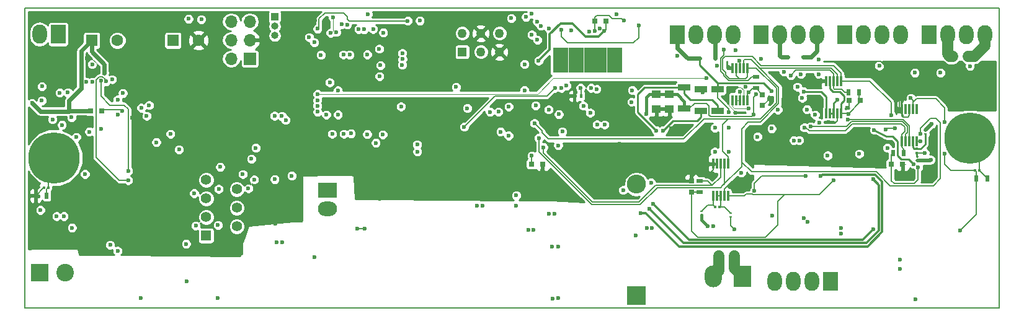
<source format=gbr>
G04 #@! TF.FileFunction,Copper,L4,Bot,Signal*
%FSLAX46Y46*%
G04 Gerber Fmt 4.6, Leading zero omitted, Abs format (unit mm)*
G04 Created by KiCad (PCBNEW 4.0.7) date 06/15/18 18:23:30*
%MOMM*%
%LPD*%
G01*
G04 APERTURE LIST*
%ADD10C,0.100000*%
%ADD11C,0.150000*%
%ADD12R,0.800000X0.750000*%
%ADD13R,1.600000X1.600000*%
%ADD14C,1.600000*%
%ADD15R,0.300000X0.350000*%
%ADD16R,1.250000X1.000000*%
%ADD17R,0.350000X0.300000*%
%ADD18R,2.600000X2.600000*%
%ADD19O,2.600000X2.600000*%
%ADD20R,0.300000X1.450000*%
%ADD21C,7.000000*%
%ADD22R,1.700000X1.700000*%
%ADD23O,1.700000X1.700000*%
%ADD24R,1.000000X1.000000*%
%ADD25O,1.000000X1.000000*%
%ADD26R,2.350000X3.000000*%
%ADD27O,2.350000X3.000000*%
%ADD28C,1.270000*%
%ADD29R,1.270000X1.270000*%
%ADD30R,2.000000X2.600000*%
%ADD31O,2.000000X2.600000*%
%ADD32R,0.430000X0.280000*%
%ADD33R,0.500000X0.900000*%
%ADD34R,1.700000X0.900000*%
%ADD35R,0.400000X0.600000*%
%ADD36R,1.397000X1.397000*%
%ADD37C,1.397000*%
%ADD38R,1.100000X0.890000*%
%ADD39R,2.600000X2.000000*%
%ADD40O,2.600000X2.000000*%
%ADD41C,2.400000*%
%ADD42R,2.400000X2.400000*%
%ADD43R,0.600000X0.450000*%
%ADD44R,0.750000X0.800000*%
%ADD45R,0.900000X0.500000*%
%ADD46C,0.600000*%
%ADD47C,0.159000*%
%ADD48C,0.220000*%
%ADD49C,0.200000*%
%ADD50C,0.125000*%
%ADD51C,1.500000*%
%ADD52C,0.300000*%
%ADD53C,0.500000*%
%ADD54C,0.415000*%
%ADD55C,0.555000*%
%ADD56C,0.213000*%
%ADD57C,0.254000*%
G04 APERTURE END LIST*
D10*
D11*
X25000000Y-164000000D02*
X25000000Y-123000000D01*
X158000000Y-164000000D02*
X25000000Y-164000000D01*
X158000000Y-123000000D02*
X158000000Y-164000000D01*
X25000000Y-123000000D02*
X158000000Y-123000000D01*
D12*
X35460000Y-137060000D03*
X33960000Y-137060000D03*
D13*
X45200000Y-127450000D03*
D14*
X48700000Y-127450000D03*
D15*
X119220000Y-150210000D03*
X119780000Y-150210000D03*
D13*
X34100000Y-127450000D03*
D14*
X37600000Y-127450000D03*
D16*
X111180000Y-134800000D03*
X111180000Y-136800000D03*
X112980000Y-134800000D03*
X112980000Y-136800000D03*
D17*
X146740000Y-142280000D03*
X146740000Y-142840000D03*
D15*
X154690000Y-145190000D03*
X155250000Y-145190000D03*
D12*
X104290000Y-124770000D03*
X102790000Y-124770000D03*
D18*
X108490000Y-162350000D03*
D19*
X108490000Y-147110000D03*
D20*
X118960000Y-144300000D03*
X119460000Y-144300000D03*
X119960000Y-144300000D03*
X120460000Y-144300000D03*
X120960000Y-144300000D03*
X120960000Y-148700000D03*
X120460000Y-148700000D03*
X119960000Y-148700000D03*
X119460000Y-148700000D03*
X118960000Y-148700000D03*
X121580000Y-131200000D03*
X122080000Y-131200000D03*
X122580000Y-131200000D03*
X123080000Y-131200000D03*
X123580000Y-131200000D03*
X123580000Y-135600000D03*
X123080000Y-135600000D03*
X122580000Y-135600000D03*
X122080000Y-135600000D03*
X121580000Y-135600000D03*
X134400000Y-132980000D03*
X134900000Y-132980000D03*
X135400000Y-132980000D03*
X135900000Y-132980000D03*
X136400000Y-132980000D03*
X136400000Y-137380000D03*
X135900000Y-137380000D03*
X135400000Y-137380000D03*
X134900000Y-137380000D03*
X134400000Y-137380000D03*
D21*
X154010000Y-140810000D03*
D22*
X55690000Y-129950000D03*
D23*
X53150000Y-129950000D03*
X55690000Y-127410000D03*
X53150000Y-127410000D03*
X55690000Y-124870000D03*
X53150000Y-124870000D03*
D24*
X59090000Y-124250000D03*
D25*
X59090000Y-125520000D03*
X59090000Y-126790000D03*
D26*
X122950000Y-159700000D03*
D27*
X118990000Y-159700000D03*
D28*
X84690000Y-126480000D03*
X87230000Y-126480000D03*
X89770000Y-126480000D03*
D29*
X84690000Y-129020000D03*
D28*
X87230000Y-129020000D03*
X89770000Y-129020000D03*
D30*
X125520000Y-126650000D03*
D31*
X128060000Y-126650000D03*
X130600000Y-126650000D03*
X133140000Y-126650000D03*
D30*
X114080000Y-126650000D03*
D31*
X116620000Y-126650000D03*
X119160000Y-126650000D03*
X121700000Y-126650000D03*
D30*
X136950000Y-126650000D03*
D31*
X139490000Y-126650000D03*
X142030000Y-126650000D03*
X144570000Y-126650000D03*
D30*
X148400000Y-126650000D03*
D31*
X150940000Y-126650000D03*
X153480000Y-126650000D03*
X156020000Y-126650000D03*
D32*
X117330000Y-150810000D03*
X117330000Y-151330000D03*
X121330000Y-151030000D03*
X121330000Y-151550000D03*
D33*
X154890000Y-146270000D03*
X156390000Y-146270000D03*
D34*
X119520000Y-137050000D03*
X119520000Y-134150000D03*
X117260000Y-137050000D03*
X117260000Y-134150000D03*
X115010000Y-133880000D03*
X115010000Y-136780000D03*
D32*
X146780000Y-143880000D03*
X146780000Y-143360000D03*
X147910000Y-139720000D03*
X147910000Y-140240000D03*
D35*
X100910000Y-135040000D03*
X100010000Y-135040000D03*
D36*
X49734000Y-154120000D03*
D37*
X53925000Y-152850000D03*
X49734000Y-151580000D03*
X53925000Y-150310000D03*
X49734000Y-149040000D03*
X53925000Y-147770000D03*
X49734000Y-146500000D03*
D38*
X106045000Y-131385000D03*
X106045000Y-130535000D03*
X106045000Y-128835000D03*
X106045000Y-129685000D03*
X104988750Y-129685000D03*
X104988750Y-128835000D03*
X104988750Y-130535000D03*
X104988750Y-131385000D03*
X103932500Y-131385000D03*
X103932500Y-130535000D03*
X103932500Y-128835000D03*
X103932500Y-129685000D03*
X102876250Y-129685000D03*
X102876250Y-128835000D03*
X102876250Y-130535000D03*
X102876250Y-131385000D03*
X101820000Y-131385000D03*
X101820000Y-130535000D03*
X101820000Y-128835000D03*
X101820000Y-129685000D03*
X100763750Y-129685000D03*
X100763750Y-128835000D03*
X100763750Y-130535000D03*
X100763750Y-131385000D03*
X99707500Y-131385000D03*
X99707500Y-130535000D03*
X99707500Y-128835000D03*
X99707500Y-129685000D03*
X98651250Y-129685000D03*
X98651250Y-128835000D03*
X98651250Y-130535000D03*
X98651250Y-131385000D03*
X97595000Y-131385000D03*
X97595000Y-130535000D03*
X97595000Y-128835000D03*
X97595000Y-129685000D03*
D20*
X146710000Y-141200000D03*
X146210000Y-141200000D03*
X145710000Y-141200000D03*
X145210000Y-141200000D03*
X144710000Y-141200000D03*
X144710000Y-136800000D03*
X145210000Y-136800000D03*
X145710000Y-136800000D03*
X146210000Y-136800000D03*
X146710000Y-136800000D03*
D15*
X27610000Y-147590000D03*
X28170000Y-147590000D03*
D21*
X29000000Y-143500000D03*
D33*
X26470000Y-148670000D03*
X27970000Y-148670000D03*
D39*
X66330000Y-147920000D03*
D40*
X66330000Y-150460000D03*
D30*
X29550000Y-126600000D03*
D31*
X27010000Y-126600000D03*
D41*
X30500000Y-159200000D03*
D42*
X27000000Y-159200000D03*
D43*
X119180000Y-129910000D03*
X117080000Y-129910000D03*
X151620000Y-129600000D03*
X153720000Y-129600000D03*
X129130000Y-129720000D03*
X131230000Y-129720000D03*
X121830000Y-156910000D03*
X119730000Y-156910000D03*
D30*
X134950000Y-160350000D03*
D31*
X132410000Y-160350000D03*
X129870000Y-160350000D03*
X127330000Y-160350000D03*
D12*
X95670000Y-144350000D03*
X94170000Y-144350000D03*
D44*
X115990000Y-146650000D03*
X115990000Y-148150000D03*
D12*
X137530000Y-135670000D03*
X139030000Y-135670000D03*
D44*
X125680000Y-136350000D03*
X125680000Y-134850000D03*
D12*
X144790000Y-144350000D03*
X143290000Y-144350000D03*
D45*
X117070000Y-148150000D03*
X117070000Y-146650000D03*
X124790000Y-133930000D03*
X124790000Y-132430000D03*
D33*
X138880000Y-134580000D03*
X137380000Y-134580000D03*
X143480000Y-142870000D03*
X144980000Y-142870000D03*
D46*
X51650000Y-144740000D03*
X51450000Y-147750000D03*
X48100000Y-148340000D03*
X51350000Y-152680000D03*
X48320000Y-152770000D03*
X135390000Y-146570000D03*
X91040000Y-136500000D03*
X94190000Y-143200000D03*
X132850000Y-137600000D03*
X117540000Y-134510000D03*
X123760000Y-134520000D03*
X145920000Y-135330000D03*
X137400000Y-137480000D03*
X150540000Y-138580000D03*
X146940000Y-144780000D03*
X83850000Y-133810000D03*
X73530000Y-130850000D03*
X73400000Y-132350000D03*
X67510000Y-126300000D03*
X73910000Y-126390000D03*
X72890000Y-141450000D03*
X71720000Y-140270000D03*
X73850000Y-140310000D03*
X46030000Y-142350000D03*
X56290000Y-146460000D03*
X61410000Y-145950000D03*
X59090000Y-146420000D03*
X41940000Y-136300000D03*
X41610000Y-137770000D03*
X47340000Y-124500000D03*
X49070000Y-124570000D03*
X82570000Y-125900000D03*
X81740000Y-125410000D03*
X80770000Y-125270000D03*
X80160000Y-126260000D03*
X77620000Y-126510000D03*
X74840000Y-125730000D03*
X76340000Y-125650000D03*
X64600000Y-124750000D03*
X62510000Y-125110000D03*
X60560000Y-124850000D03*
X61260000Y-125520000D03*
X63540000Y-124860000D03*
X105260000Y-141900000D03*
X104530000Y-140180000D03*
X105110000Y-146550000D03*
X104550000Y-143160000D03*
X103950000Y-145710000D03*
X106180000Y-141530000D03*
X103920000Y-142070000D03*
X81690000Y-131410000D03*
X87750000Y-133030000D03*
X90850000Y-131670000D03*
X87570000Y-131550000D03*
X85680000Y-132710000D03*
X91680000Y-126890000D03*
X93450000Y-131920000D03*
X94760000Y-128750000D03*
X92160000Y-132760000D03*
X91730000Y-129420000D03*
X91240000Y-126030000D03*
X92720000Y-125730000D03*
X80650000Y-133460000D03*
X82200000Y-128730000D03*
X80380000Y-127790000D03*
X78110000Y-131480000D03*
X78200000Y-128030000D03*
X54960000Y-138240000D03*
X51350000Y-140760000D03*
X46880000Y-140230000D03*
X48530000Y-141120000D03*
X54200000Y-140290000D03*
X89920000Y-142270000D03*
X84550000Y-141530000D03*
X88500000Y-147490000D03*
X93500000Y-147570000D03*
X86810000Y-147460000D03*
X83170000Y-142080000D03*
X81750000Y-141670000D03*
X78190000Y-143910000D03*
X80200000Y-143360000D03*
X83430000Y-139920000D03*
X74330000Y-144480000D03*
X75960000Y-143930000D03*
X73130000Y-146240000D03*
X72240000Y-144010000D03*
X69980000Y-144980000D03*
X69210000Y-143300000D03*
X64780000Y-143660000D03*
X62240000Y-142300000D03*
X64090000Y-140570000D03*
X60050000Y-141750000D03*
X58680000Y-144350000D03*
X61220000Y-140230000D03*
X64330000Y-142060000D03*
X62690000Y-144230000D03*
X66910000Y-141850000D03*
X67950000Y-144780000D03*
X71420000Y-146260000D03*
X56510000Y-144780000D03*
X39670000Y-149490000D03*
X39620000Y-147800000D03*
X42990000Y-147650000D03*
X37340000Y-148790000D03*
X45310000Y-147610000D03*
X45450000Y-151210000D03*
X39880000Y-152430000D03*
X37090000Y-153570000D03*
X34560000Y-151040000D03*
X31650000Y-149350000D03*
X31970000Y-148210000D03*
X34380000Y-148110000D03*
X32450000Y-150220000D03*
X36590000Y-151550000D03*
X38600000Y-151410000D03*
X45340000Y-153360000D03*
X45640000Y-149410000D03*
X31350000Y-128460000D03*
X34080000Y-125580000D03*
X36200000Y-128560000D03*
X38970000Y-128840000D03*
X39880000Y-124150000D03*
X37870000Y-124160000D03*
X39080000Y-126100000D03*
X37580000Y-129520000D03*
X36100000Y-126610000D03*
X31680000Y-126130000D03*
X30650000Y-129510000D03*
X49420000Y-125700000D03*
X46830000Y-127650000D03*
X45580000Y-129460000D03*
X57420000Y-138170000D03*
X53080000Y-138180000D03*
X43770000Y-137950000D03*
X43370000Y-135090000D03*
X43140000Y-136660000D03*
X51510000Y-138180000D03*
X41270000Y-133790000D03*
X41410000Y-130760000D03*
X43560000Y-129570000D03*
X41360000Y-129510000D03*
X41350000Y-132440000D03*
X45960000Y-133990000D03*
X43570000Y-130790000D03*
X43680000Y-133810000D03*
X43660000Y-132390000D03*
X45550000Y-130820000D03*
X48590000Y-132470000D03*
X48650000Y-133780000D03*
X48480000Y-131000000D03*
X45810000Y-132440000D03*
X55370000Y-131810000D03*
X51100000Y-129510000D03*
X51160000Y-131060000D03*
X53290000Y-131810000D03*
X48550000Y-129480000D03*
X50930000Y-126900000D03*
X95560000Y-145290000D03*
X60470000Y-128630000D03*
X123920000Y-147470000D03*
X114040000Y-129570000D03*
X125460000Y-129950000D03*
X111180000Y-136800000D03*
X39660000Y-137980000D03*
X113240000Y-139490000D03*
X113410000Y-144430000D03*
X118330000Y-144360000D03*
X59220000Y-152510000D03*
X59780000Y-145720000D03*
X146320000Y-145300000D03*
X132850000Y-133510000D03*
X126580000Y-135430000D03*
X121980000Y-137340000D03*
X100410000Y-137720000D03*
X100195000Y-134575000D03*
X120960000Y-131070000D03*
X112290000Y-144090000D03*
X67760000Y-128390000D03*
X31500000Y-129920000D03*
X33430000Y-129850000D03*
X34890000Y-131880000D03*
X25830000Y-138540000D03*
X25890000Y-139460000D03*
X134750000Y-138640000D03*
X137260000Y-136680000D03*
X89580000Y-133900000D03*
X35032340Y-145312460D03*
X42550000Y-148990000D03*
X26880000Y-148730000D03*
X26040000Y-151750000D03*
X40767660Y-142777540D03*
X150570000Y-142960000D03*
X149380000Y-142540000D03*
X144340000Y-137130000D03*
X152640000Y-153450000D03*
X139960000Y-130840000D03*
X146290000Y-130840000D03*
X152790000Y-130960000D03*
X66730000Y-126420000D03*
X67030000Y-124260000D03*
X66610000Y-133190000D03*
X72530000Y-125910000D03*
X64530000Y-157030000D03*
X71400000Y-153170000D03*
X70330000Y-153170000D03*
X98350000Y-139900000D03*
X108380000Y-154140000D03*
X54740000Y-145730000D03*
X92065000Y-150050000D03*
X88470000Y-137210000D03*
X92060000Y-148620000D03*
X89630000Y-137190000D03*
X109870000Y-153110000D03*
X110610000Y-153090000D03*
X97270000Y-151120000D03*
X96530000Y-151140000D03*
X121820000Y-153210000D03*
X34180000Y-133140000D03*
X34180000Y-130700000D03*
X47050000Y-160360000D03*
X47010000Y-155250000D03*
X28770000Y-138240000D03*
X32020000Y-140650000D03*
X121050000Y-142650000D03*
X119180000Y-142650000D03*
X131300000Y-151700000D03*
X131830000Y-152220000D03*
X121100000Y-139390000D03*
X119180000Y-139390000D03*
X144480000Y-158710000D03*
X144480000Y-157360000D03*
X123790000Y-136760000D03*
X97880000Y-137540000D03*
X109060000Y-151010000D03*
X133620000Y-146010000D03*
X140790000Y-146430000D03*
X106650000Y-147900000D03*
X110220000Y-150430000D03*
X95110000Y-130220000D03*
X96500000Y-136900000D03*
X104100000Y-126160000D03*
X106740000Y-124730000D03*
X102790000Y-126160000D03*
X107900000Y-134250000D03*
X103010000Y-134090000D03*
X101240000Y-136390000D03*
X98240000Y-133950000D03*
X110750000Y-149790000D03*
X140790000Y-153280000D03*
X110460000Y-146860000D03*
X104120000Y-138950000D03*
X103090000Y-138930000D03*
X148660000Y-143750000D03*
X102160000Y-137330000D03*
X102280000Y-133950000D03*
X64940000Y-137190000D03*
X27110000Y-150630000D03*
X146470000Y-131860000D03*
X149970000Y-131870000D03*
X154000000Y-130950000D03*
X64930000Y-136390000D03*
X64930000Y-135600000D03*
X141630000Y-130910000D03*
X119450000Y-130900000D03*
X121980000Y-128800000D03*
X117990000Y-132610000D03*
X64950000Y-134780000D03*
X118960000Y-152830000D03*
X118220000Y-152850000D03*
X96990000Y-155630000D03*
X97770000Y-155620000D03*
X97760000Y-162690000D03*
X97000000Y-162710000D03*
X71810000Y-123870000D03*
X68470000Y-129390000D03*
X60060000Y-137780000D03*
X35370000Y-132930000D03*
X39090000Y-145280000D03*
X94550000Y-138760000D03*
X143230000Y-137700000D03*
X68250000Y-125260000D03*
X124580000Y-147980000D03*
X131560000Y-145980000D03*
X98220000Y-125960000D03*
X108810000Y-125370000D03*
X142720000Y-142140000D03*
X129960000Y-141110000D03*
X130700000Y-141110000D03*
X125000000Y-140600000D03*
X99540000Y-126070000D03*
X130930000Y-132050000D03*
X130450000Y-133790000D03*
X134570000Y-143180000D03*
X133370000Y-130050000D03*
X133340000Y-132050000D03*
X103450000Y-125800000D03*
X128600000Y-131730000D03*
X138890000Y-142930000D03*
X133410000Y-138720000D03*
X102040000Y-126210000D03*
X137350000Y-138260000D03*
X100850000Y-133930000D03*
X131380000Y-139350000D03*
X66940000Y-140230000D03*
X97330000Y-133950000D03*
X84960000Y-139260000D03*
X89930000Y-139920000D03*
X122770000Y-145530000D03*
X25960000Y-136020000D03*
X35830000Y-131890000D03*
X31020000Y-137140000D03*
X124770000Y-134780000D03*
X124440000Y-137630000D03*
X109790000Y-137470000D03*
X131310000Y-134460000D03*
X147840000Y-142820000D03*
X147280000Y-141230000D03*
X122580000Y-134450000D03*
X135870000Y-135530000D03*
X35410000Y-139510000D03*
X71730000Y-129370000D03*
X111160000Y-139760000D03*
X112100000Y-139770000D03*
X148740000Y-138890000D03*
X78550000Y-141660000D03*
X78560000Y-142640000D03*
X67730000Y-137590000D03*
X95770000Y-142050000D03*
X122550000Y-130190000D03*
X120380000Y-128690000D03*
X94130000Y-123820000D03*
X67720000Y-134290000D03*
X129540000Y-132230000D03*
X66130000Y-137600000D03*
X93190000Y-134250000D03*
X71290000Y-125930000D03*
X70550000Y-125920000D03*
X73350000Y-128600000D03*
X64500000Y-127720000D03*
X63790000Y-127020000D03*
X76540000Y-129990000D03*
X94950000Y-127380000D03*
X96530000Y-125820000D03*
X131110000Y-135310000D03*
X123380000Y-133810000D03*
X94910000Y-124870000D03*
X93200000Y-130690000D03*
X76500000Y-130790000D03*
X97790000Y-141780000D03*
X76340000Y-136490000D03*
X140920000Y-139680000D03*
X146290000Y-144350000D03*
X59080000Y-137750000D03*
X65390000Y-129440000D03*
X64930000Y-125860000D03*
X77260000Y-124770000D03*
X78900000Y-124740000D03*
X105780000Y-123860000D03*
X143740000Y-139470000D03*
X142540000Y-139590000D03*
X68540000Y-140230000D03*
X44870000Y-140220000D03*
X40900000Y-136660000D03*
X29760000Y-134600000D03*
X30850000Y-134560000D03*
X69500000Y-140150000D03*
X42930000Y-141360000D03*
X31430000Y-153050000D03*
X132250000Y-139230000D03*
X95410000Y-125460000D03*
X76520000Y-129190000D03*
X94180000Y-126660000D03*
X127000000Y-151370000D03*
X107820000Y-135860000D03*
X98920000Y-133650000D03*
X146570000Y-162800000D03*
X136390000Y-153110000D03*
X136390000Y-153860000D03*
X33400000Y-133120000D03*
X33190000Y-145710000D03*
X55500000Y-147680000D03*
X30050000Y-139000000D03*
X33770000Y-139920000D03*
X37700000Y-137550000D03*
X27320000Y-133730000D03*
X37660000Y-135550000D03*
X59330000Y-155030000D03*
X60080000Y-155010000D03*
X94410000Y-153360000D03*
X93710000Y-153360000D03*
X87450000Y-150050000D03*
X86730000Y-150070000D03*
X36100000Y-133050000D03*
X147230000Y-140220000D03*
X93390000Y-124240000D03*
X91380000Y-124410000D03*
X69320000Y-129410000D03*
X60590000Y-138330000D03*
X56500000Y-142140000D03*
X55910000Y-143630000D03*
X39080000Y-146570000D03*
X95150000Y-140780000D03*
X69000000Y-125270000D03*
X121040000Y-137270000D03*
X131750000Y-136890000D03*
X126930000Y-139490000D03*
X127770000Y-136920000D03*
X126910000Y-134400000D03*
X91020000Y-140460000D03*
X94710000Y-136340000D03*
X85370000Y-136710000D03*
X36640000Y-155390000D03*
X37650000Y-156220000D03*
X38260000Y-137080000D03*
X36900000Y-132770000D03*
X38360000Y-134650000D03*
X31360000Y-137960000D03*
X27310000Y-135660000D03*
X30300000Y-151470000D03*
X51330000Y-162680000D03*
X29330000Y-151470000D03*
X40800000Y-162680000D03*
D47*
X128740000Y-148520000D02*
X133440000Y-148520000D01*
X133440000Y-148520000D02*
X135390000Y-146570000D01*
X143290000Y-144350000D02*
X143290000Y-146620000D01*
X143290000Y-146620000D02*
X143675498Y-147005498D01*
X143675498Y-147005498D02*
X146434502Y-147005498D01*
X146434502Y-147005498D02*
X146940000Y-146500000D01*
X146940000Y-146500000D02*
X146940000Y-144780000D01*
X143290000Y-144350000D02*
X143290000Y-143060000D01*
X143290000Y-143060000D02*
X143480000Y-142870000D01*
X94170000Y-144200000D02*
X94170000Y-143220000D01*
X94170000Y-143220000D02*
X94190000Y-143200000D01*
X124790000Y-133930000D02*
X124350000Y-133930000D01*
X124350000Y-133930000D02*
X123760000Y-134520000D01*
X124790000Y-133930000D02*
X124790000Y-133960000D01*
X124790000Y-133960000D02*
X125680000Y-134850000D01*
X139030000Y-135670000D02*
X139030000Y-135850000D01*
X139030000Y-135850000D02*
X137400000Y-137480000D01*
X138880000Y-134580000D02*
X138880000Y-135520000D01*
X138880000Y-135520000D02*
X139030000Y-135670000D01*
X143490000Y-142880000D02*
X143480000Y-142870000D01*
X115990000Y-148150000D02*
X115990000Y-153510000D01*
X127780000Y-149480000D02*
X128740000Y-148520000D01*
X127780000Y-152630000D02*
X127780000Y-149480000D01*
X126074502Y-154335498D02*
X127780000Y-152630000D01*
X116815498Y-154335498D02*
X126074502Y-154335498D01*
X115990000Y-153510000D02*
X116815498Y-154335498D01*
X115990000Y-148150000D02*
X117070000Y-148150000D01*
X123580000Y-135600000D02*
X123580000Y-134700000D01*
X117540000Y-134510000D02*
X117260000Y-134230000D01*
X123580000Y-134700000D02*
X123760000Y-134520000D01*
X117260000Y-134230000D02*
X117260000Y-134150000D01*
X146210000Y-136800000D02*
X146210000Y-135620000D01*
X146210000Y-135620000D02*
X145920000Y-135330000D01*
X137300000Y-137380000D02*
X136400000Y-137380000D01*
X137400000Y-137480000D02*
X137300000Y-137380000D01*
X146210000Y-136800000D02*
X146210000Y-135910000D01*
X146210000Y-135910000D02*
X146700000Y-135420000D01*
X146700000Y-135420000D02*
X149320000Y-135420000D01*
X149320000Y-135420000D02*
X150540000Y-136640000D01*
X150540000Y-136640000D02*
X150540000Y-138580000D01*
X123210000Y-148700000D02*
X123470000Y-148440000D01*
X123210000Y-148700000D02*
X120960000Y-148700000D01*
X124360000Y-148520000D02*
X128740000Y-148520000D01*
X124280000Y-148440000D02*
X124360000Y-148520000D01*
X123470000Y-148440000D02*
X124280000Y-148440000D01*
D48*
X136400000Y-137380000D02*
X136400000Y-136100000D01*
X136400000Y-136100000D02*
X136840000Y-135660000D01*
X136840000Y-135660000D02*
X136840000Y-135040000D01*
X136840000Y-135040000D02*
X136220000Y-134420000D01*
X136220000Y-134420000D02*
X135270000Y-134420000D01*
X135270000Y-134420000D02*
X134900000Y-134050000D01*
X134900000Y-134050000D02*
X134900000Y-132980000D01*
D49*
X105110000Y-146530000D02*
X105110000Y-146550000D01*
X85680000Y-132710000D02*
X82990000Y-132710000D01*
X86000000Y-133030000D02*
X85680000Y-132710000D01*
X87570000Y-131550000D02*
X87570000Y-132850000D01*
X87690000Y-131670000D02*
X87570000Y-131550000D01*
X90850000Y-131670000D02*
X87690000Y-131670000D01*
X87570000Y-132850000D02*
X87750000Y-133030000D01*
X87750000Y-133030000D02*
X86000000Y-133030000D01*
X82990000Y-132710000D02*
X81690000Y-131410000D01*
X91240000Y-126030000D02*
X92420000Y-126030000D01*
X91680000Y-126470000D02*
X91240000Y-126030000D01*
X91730000Y-129420000D02*
X91730000Y-126940000D01*
X90850000Y-130300000D02*
X91730000Y-129420000D01*
X92160000Y-132760000D02*
X91940000Y-132760000D01*
X93000000Y-131920000D02*
X92160000Y-132760000D01*
X94760000Y-128750000D02*
X94760000Y-129270000D01*
X94030000Y-131340000D02*
X93450000Y-131920000D01*
X94030000Y-130000000D02*
X94030000Y-131340000D01*
X94760000Y-129270000D02*
X94030000Y-130000000D01*
X93450000Y-131920000D02*
X93000000Y-131920000D01*
X91940000Y-132760000D02*
X90850000Y-131670000D01*
X90850000Y-131670000D02*
X90850000Y-130300000D01*
X91730000Y-126940000D02*
X91680000Y-126890000D01*
X91680000Y-126890000D02*
X91680000Y-126470000D01*
X91290000Y-125730000D02*
X90940000Y-126080000D01*
X92720000Y-125730000D02*
X91290000Y-125730000D01*
X92420000Y-126030000D02*
X92720000Y-125730000D01*
X54200000Y-140290000D02*
X54200000Y-139000000D01*
X53730000Y-140760000D02*
X54200000Y-140290000D01*
X48530000Y-141120000D02*
X50990000Y-141120000D01*
X47640000Y-140230000D02*
X48530000Y-141120000D01*
X46880000Y-140230000D02*
X47640000Y-140230000D01*
X50990000Y-141120000D02*
X51350000Y-140760000D01*
X51350000Y-140760000D02*
X53730000Y-140760000D01*
X54200000Y-139000000D02*
X54960000Y-138240000D01*
X89920000Y-142270000D02*
X85290000Y-142270000D01*
X85290000Y-142270000D02*
X84550000Y-141530000D01*
X84550000Y-141530000D02*
X83720000Y-141530000D01*
X83720000Y-141530000D02*
X83170000Y-142080000D01*
X83430000Y-140410000D02*
X84550000Y-141530000D01*
X83430000Y-139920000D02*
X83430000Y-140410000D01*
X81750000Y-141600000D02*
X83430000Y-139920000D01*
X80200000Y-143360000D02*
X80200000Y-143220000D01*
X79650000Y-143910000D02*
X80200000Y-143360000D01*
X78190000Y-143910000D02*
X79650000Y-143910000D01*
X80200000Y-143220000D02*
X81750000Y-141670000D01*
X81750000Y-141670000D02*
X81750000Y-141600000D01*
X75960000Y-143930000D02*
X78170000Y-143930000D01*
X78190000Y-143890000D02*
X78190000Y-143910000D01*
X75410000Y-144480000D02*
X75960000Y-143930000D01*
X75410000Y-144480000D02*
X74330000Y-144480000D01*
X78170000Y-143930000D02*
X78190000Y-143910000D01*
X74330000Y-144480000D02*
X74330000Y-145040000D01*
X73860000Y-144010000D02*
X74330000Y-144480000D01*
X71420000Y-146260000D02*
X71420000Y-144830000D01*
X70140000Y-144980000D02*
X71420000Y-146260000D01*
X67950000Y-144780000D02*
X69780000Y-144780000D01*
X68970000Y-143300000D02*
X67950000Y-144320000D01*
X67950000Y-144320000D02*
X67950000Y-144780000D01*
X66910000Y-141850000D02*
X67760000Y-141850000D01*
X65100000Y-143660000D02*
X66910000Y-141850000D01*
X62690000Y-144230000D02*
X64210000Y-144230000D01*
X62240000Y-143780000D02*
X62690000Y-144230000D01*
X64330000Y-142060000D02*
X62480000Y-142060000D01*
X64090000Y-141820000D02*
X64330000Y-142060000D01*
X61220000Y-140230000D02*
X63750000Y-140230000D01*
X60050000Y-141400000D02*
X61220000Y-140230000D01*
X58680000Y-144350000D02*
X58680000Y-143120000D01*
X58680000Y-143120000D02*
X60050000Y-141750000D01*
X60050000Y-141750000D02*
X60050000Y-141400000D01*
X63750000Y-140230000D02*
X64090000Y-140570000D01*
X64090000Y-140570000D02*
X64090000Y-141820000D01*
X62480000Y-142060000D02*
X62240000Y-142300000D01*
X62240000Y-142300000D02*
X62240000Y-143780000D01*
X64210000Y-144230000D02*
X64780000Y-143660000D01*
X64780000Y-143660000D02*
X65100000Y-143660000D01*
X67760000Y-141850000D02*
X69210000Y-143300000D01*
X69210000Y-143300000D02*
X68970000Y-143300000D01*
X69780000Y-144780000D02*
X69980000Y-144980000D01*
X69980000Y-144980000D02*
X70140000Y-144980000D01*
X71420000Y-144830000D02*
X72240000Y-144010000D01*
X72240000Y-144010000D02*
X73860000Y-144010000D01*
X74330000Y-145040000D02*
X73130000Y-146240000D01*
X37340000Y-148790000D02*
X38970000Y-148790000D01*
X38330000Y-147800000D02*
X37340000Y-148790000D01*
X42990000Y-147650000D02*
X39770000Y-147650000D01*
X39770000Y-147650000D02*
X39620000Y-147800000D01*
X39620000Y-147800000D02*
X38330000Y-147800000D01*
X38970000Y-148790000D02*
X39670000Y-149490000D01*
X45310000Y-147610000D02*
X42950000Y-147610000D01*
X42950000Y-147610000D02*
X42700000Y-147860000D01*
X45640000Y-149410000D02*
X45640000Y-147940000D01*
X45310000Y-147650000D02*
X45310000Y-147610000D01*
X45450000Y-149600000D02*
X45640000Y-149410000D01*
X45340000Y-153360000D02*
X45340000Y-151320000D01*
X40580000Y-152430000D02*
X41510000Y-153360000D01*
X41510000Y-153360000D02*
X45340000Y-153360000D01*
X38600000Y-151410000D02*
X38860000Y-151410000D01*
X37090000Y-152920000D02*
X38600000Y-151410000D01*
X36590000Y-151550000D02*
X36590000Y-153070000D01*
X36080000Y-151040000D02*
X36590000Y-151550000D01*
X32450000Y-150220000D02*
X33740000Y-150220000D01*
X31650000Y-149420000D02*
X32450000Y-150220000D01*
X31970000Y-148210000D02*
X31970000Y-149030000D01*
X32070000Y-148110000D02*
X31970000Y-148210000D01*
X34380000Y-148110000D02*
X32070000Y-148110000D01*
X31970000Y-149030000D02*
X31650000Y-149350000D01*
X31650000Y-149350000D02*
X31650000Y-149420000D01*
X33740000Y-150220000D02*
X34560000Y-151040000D01*
X34560000Y-151040000D02*
X36080000Y-151040000D01*
X36590000Y-153070000D02*
X37090000Y-153570000D01*
X37090000Y-153570000D02*
X37090000Y-152920000D01*
X38860000Y-151410000D02*
X39880000Y-152430000D01*
X39880000Y-152430000D02*
X40580000Y-152430000D01*
X45340000Y-151320000D02*
X45450000Y-151210000D01*
X45450000Y-151210000D02*
X45450000Y-149600000D01*
X45640000Y-147940000D02*
X45310000Y-147610000D01*
X30650000Y-129510000D02*
X31090000Y-129510000D01*
X31350000Y-128810000D02*
X30650000Y-129510000D01*
X31680000Y-126130000D02*
X31680000Y-128130000D01*
X32230000Y-125580000D02*
X31680000Y-126130000D01*
X36100000Y-126610000D02*
X35840000Y-126610000D01*
X36200000Y-126710000D02*
X36100000Y-126610000D01*
X37580000Y-129520000D02*
X37160000Y-129520000D01*
X38260000Y-128840000D02*
X37580000Y-129520000D01*
X39080000Y-126100000D02*
X39080000Y-128730000D01*
X39880000Y-125300000D02*
X39080000Y-126100000D01*
X37870000Y-124160000D02*
X39870000Y-124160000D01*
X39870000Y-124160000D02*
X39880000Y-124150000D01*
X39880000Y-124150000D02*
X39880000Y-125300000D01*
X39080000Y-128730000D02*
X38970000Y-128840000D01*
X38970000Y-128840000D02*
X38260000Y-128840000D01*
X37160000Y-129520000D02*
X36200000Y-128560000D01*
X36200000Y-128560000D02*
X36200000Y-126710000D01*
X34810000Y-125580000D02*
X34080000Y-125580000D01*
X35840000Y-126610000D02*
X34810000Y-125580000D01*
X34080000Y-125580000D02*
X32230000Y-125580000D01*
X31680000Y-128130000D02*
X31350000Y-128460000D01*
X31350000Y-128460000D02*
X31350000Y-128810000D01*
X31090000Y-129510000D02*
X31500000Y-129920000D01*
X50930000Y-126900000D02*
X50950000Y-126900000D01*
X95670000Y-145180000D02*
X95670000Y-144350000D01*
X95560000Y-145290000D02*
X95670000Y-145180000D01*
X55690000Y-127410000D02*
X58440000Y-127410000D01*
X59660000Y-128630000D02*
X60470000Y-128630000D01*
X58440000Y-127410000D02*
X59660000Y-128630000D01*
X120460000Y-148700000D02*
X120460000Y-147750000D01*
X123090000Y-146660000D02*
X123890000Y-147460000D01*
X121550000Y-146660000D02*
X123090000Y-146660000D01*
X120460000Y-147750000D02*
X121550000Y-146660000D01*
X112980000Y-136800000D02*
X111180000Y-136800000D01*
X39660000Y-137980000D02*
X40767660Y-139087660D01*
X40767660Y-139087660D02*
X40767660Y-142777540D01*
X115990000Y-146650000D02*
X115990000Y-146230000D01*
X118960000Y-145100000D02*
X118960000Y-144300000D01*
X118510000Y-145550000D02*
X118960000Y-145100000D01*
X116670000Y-145550000D02*
X118510000Y-145550000D01*
X115990000Y-146230000D02*
X116670000Y-145550000D01*
X119460000Y-144300000D02*
X118960000Y-144300000D01*
X118390000Y-144300000D02*
X118960000Y-144300000D01*
X118330000Y-144360000D02*
X118390000Y-144300000D01*
X60660000Y-151070000D02*
X59220000Y-152510000D01*
X60660000Y-146600000D02*
X60660000Y-151070000D01*
X59780000Y-145720000D02*
X60660000Y-146600000D01*
D50*
X133380000Y-132980000D02*
X132850000Y-133510000D01*
X134400000Y-132980000D02*
X133380000Y-132980000D01*
X125680000Y-136350000D02*
X125680000Y-136330000D01*
X125680000Y-136330000D02*
X126580000Y-135430000D01*
X123080000Y-135600000D02*
X123080000Y-134490000D01*
X121980000Y-137270000D02*
X121980000Y-137340000D01*
X121040000Y-136330000D02*
X121980000Y-137270000D01*
X121040000Y-134530000D02*
X121040000Y-136330000D01*
X121720000Y-133850000D02*
X121040000Y-134530000D01*
X122700000Y-133850000D02*
X121720000Y-133850000D01*
X123090000Y-134240000D02*
X122700000Y-133850000D01*
X123090000Y-134480000D02*
X123090000Y-134240000D01*
X123080000Y-134490000D02*
X123090000Y-134480000D01*
X100195000Y-134575000D02*
X100195000Y-137505000D01*
X100195000Y-137505000D02*
X100410000Y-137720000D01*
X121580000Y-131200000D02*
X121090000Y-131200000D01*
X121090000Y-131200000D02*
X120960000Y-131070000D01*
X144790000Y-144350000D02*
X145170000Y-144350000D01*
X31130000Y-130290000D02*
X31130000Y-130400000D01*
X31500000Y-129920000D02*
X31130000Y-130290000D01*
X34060000Y-129850000D02*
X33430000Y-129850000D01*
X34770000Y-130560000D02*
X34060000Y-129850000D01*
X34770000Y-131760000D02*
X34770000Y-130560000D01*
X34890000Y-131880000D02*
X34770000Y-131760000D01*
D49*
X25890000Y-139460000D02*
X25890000Y-138600000D01*
X25890000Y-138600000D02*
X25830000Y-138540000D01*
X144850000Y-137910000D02*
X144850000Y-137640000D01*
X144850000Y-137640000D02*
X144340000Y-137130000D01*
X135900000Y-138440000D02*
X135700000Y-138640000D01*
X135700000Y-138640000D02*
X134750000Y-138640000D01*
X135900000Y-138440000D02*
X135900000Y-137380000D01*
X137530000Y-135670000D02*
X137530000Y-136410000D01*
X137530000Y-136410000D02*
X137260000Y-136680000D01*
X35030000Y-145310000D02*
X35030000Y-145310120D01*
X35030000Y-145310120D02*
X35032340Y-145312460D01*
X42670000Y-149140000D02*
X42670000Y-149110000D01*
X42670000Y-149110000D02*
X42550000Y-148990000D01*
X26470000Y-148670000D02*
X26820000Y-148670000D01*
X26820000Y-148670000D02*
X26880000Y-148730000D01*
X26040000Y-151750000D02*
X26040000Y-151770000D01*
X40770000Y-142770000D02*
X40770000Y-142775200D01*
X40770000Y-142775200D02*
X40767660Y-142777540D01*
X154690000Y-145190000D02*
X151430000Y-145190000D01*
X151430000Y-145190000D02*
X150570000Y-144330000D01*
X150570000Y-144330000D02*
X150570000Y-142960000D01*
X148930000Y-142090000D02*
X148930000Y-141260000D01*
X149380000Y-142540000D02*
X148930000Y-142090000D01*
X145710000Y-136800000D02*
X145710000Y-137710000D01*
X144710000Y-137770000D02*
X144710000Y-136800000D01*
X144850000Y-137910000D02*
X144710000Y-137770000D01*
X145510000Y-137910000D02*
X144850000Y-137910000D01*
X145710000Y-137710000D02*
X145510000Y-137910000D01*
X144340000Y-137130000D02*
X144340000Y-135310000D01*
X144340000Y-135310000D02*
X145650000Y-134000000D01*
X145650000Y-134000000D02*
X145650000Y-131480000D01*
X145650000Y-131480000D02*
X146290000Y-130840000D01*
X154890000Y-146270000D02*
X154890000Y-151200000D01*
X154890000Y-151200000D02*
X152640000Y-153450000D01*
X146290000Y-130840000D02*
X142370000Y-130840000D01*
X142370000Y-130840000D02*
X141850000Y-130320000D01*
X141850000Y-130320000D02*
X140480000Y-130320000D01*
X140480000Y-130320000D02*
X139960000Y-130840000D01*
X146290000Y-130840000D02*
X146410000Y-130960000D01*
X146410000Y-130960000D02*
X152790000Y-130960000D01*
D47*
X154890000Y-146270000D02*
X154890000Y-145390000D01*
X154890000Y-145390000D02*
X154690000Y-145190000D01*
X27610000Y-147590000D02*
X27550000Y-147590000D01*
X27550000Y-147590000D02*
X26470000Y-148670000D01*
D50*
X67030000Y-124260000D02*
X67030000Y-126120000D01*
X67030000Y-126120000D02*
X66730000Y-126420000D01*
D47*
X70330000Y-153170000D02*
X71400000Y-153170000D01*
D51*
X119730000Y-156910000D02*
X119730000Y-158960000D01*
X119730000Y-158960000D02*
X118990000Y-159700000D01*
D49*
X121330000Y-151550000D02*
X121330000Y-152720000D01*
X121330000Y-152720000D02*
X121820000Y-153210000D01*
D51*
X121830000Y-156910000D02*
X121830000Y-158580000D01*
X121830000Y-158580000D02*
X122950000Y-159700000D01*
X153720000Y-129600000D02*
X154640000Y-129600000D01*
X156020000Y-128220000D02*
X156020000Y-126650000D01*
X154640000Y-129600000D02*
X156020000Y-128220000D01*
D50*
X121580000Y-135600000D02*
X121580000Y-136480000D01*
X121860000Y-136760000D02*
X123790000Y-136760000D01*
X121580000Y-136480000D02*
X121860000Y-136760000D01*
D52*
X133620000Y-146010000D02*
X133830000Y-145800000D01*
X133830000Y-145800000D02*
X141050000Y-145800000D01*
X141050000Y-145800000D02*
X142010000Y-146760000D01*
X142010000Y-146760000D02*
X142010000Y-153610000D01*
X142010000Y-153610000D02*
X140040000Y-155580000D01*
X140040000Y-155580000D02*
X114270000Y-155580000D01*
X114270000Y-155580000D02*
X109700000Y-151010000D01*
X109700000Y-151010000D02*
X109060000Y-151010000D01*
X114930000Y-155140000D02*
X110220000Y-150430000D01*
X140790000Y-146430000D02*
X141580000Y-147220000D01*
X141580000Y-147220000D02*
X141580000Y-153410000D01*
X141580000Y-153410000D02*
X139850000Y-155140000D01*
X139850000Y-155140000D02*
X114930000Y-155140000D01*
X103300000Y-126960000D02*
X104100000Y-126160000D01*
X101560000Y-126960000D02*
X103300000Y-126960000D01*
X99710000Y-125110000D02*
X101560000Y-126960000D01*
X98140000Y-125110000D02*
X99710000Y-125110000D01*
X96650000Y-126600000D02*
X98140000Y-125110000D01*
X96650000Y-128680000D02*
X96650000Y-126600000D01*
X95110000Y-130220000D02*
X96650000Y-128680000D01*
D47*
X104290000Y-125970000D02*
X104290000Y-124770000D01*
X104100000Y-126160000D02*
X104290000Y-125970000D01*
X102790000Y-124300000D02*
X102790000Y-124770000D01*
X103070000Y-124020000D02*
X102790000Y-124300000D01*
X104750000Y-124020000D02*
X103070000Y-124020000D01*
X105160000Y-124430000D02*
X104750000Y-124020000D01*
X106440000Y-124430000D02*
X105160000Y-124430000D01*
X106740000Y-124730000D02*
X106440000Y-124430000D01*
X102790000Y-126160000D02*
X102790000Y-124770000D01*
D52*
X140790000Y-153280000D02*
X139380000Y-154690000D01*
X139380000Y-154690000D02*
X115650000Y-154690000D01*
X110750000Y-149790000D02*
X115650000Y-154690000D01*
D53*
X146780000Y-143880000D02*
X148530000Y-143880000D01*
X148530000Y-143880000D02*
X148660000Y-143750000D01*
D50*
X64950000Y-134780000D02*
X94960000Y-134780000D01*
X97130000Y-132610000D02*
X117990000Y-132610000D01*
X94960000Y-134780000D02*
X97130000Y-132610000D01*
D54*
X117330000Y-151330000D02*
X117330000Y-151960000D01*
X117330000Y-151960000D02*
X118220000Y-152850000D01*
D55*
X119180000Y-129910000D02*
X119180000Y-126670000D01*
D48*
X119180000Y-126670000D02*
X119160000Y-126650000D01*
D51*
X151620000Y-129600000D02*
X151260000Y-129600000D01*
X150940000Y-129280000D02*
X150940000Y-126650000D01*
X151260000Y-129600000D02*
X150940000Y-129280000D01*
D55*
X129130000Y-129720000D02*
X128270000Y-129720000D01*
X128060000Y-129510000D02*
X128060000Y-126650000D01*
X128270000Y-129720000D02*
X128060000Y-129510000D01*
D49*
X122490996Y-132650996D02*
X121201626Y-132650996D01*
X121201626Y-132650996D02*
X120684502Y-132133872D01*
X120684502Y-132133872D02*
X120684502Y-131860000D01*
X136400000Y-131910000D02*
X136400000Y-132980000D01*
X136400000Y-131910000D02*
X135360000Y-130870000D01*
X135360000Y-130870000D02*
X125490000Y-130870000D01*
X125490000Y-130870000D02*
X124280000Y-129660000D01*
X124280000Y-129660000D02*
X120590630Y-129660000D01*
X120264502Y-131440000D02*
X120684502Y-131860000D01*
X120264502Y-129986128D02*
X120264502Y-131440000D01*
X120590630Y-129660000D02*
X120264502Y-129986128D01*
X122360000Y-132530000D02*
X122370000Y-132530000D01*
X122080000Y-132250000D02*
X122360000Y-132530000D01*
X122080000Y-131200000D02*
X122080000Y-132250000D01*
X122370000Y-132530000D02*
X122490996Y-132650996D01*
X123580000Y-131200000D02*
X123580000Y-132460996D01*
X123390000Y-132650996D02*
X122490996Y-132650996D01*
X123580000Y-132460996D02*
X123390000Y-132650996D01*
D47*
X124310000Y-138210000D02*
X125358360Y-138210000D01*
D49*
X124780000Y-131200000D02*
X127560000Y-133980000D01*
X127560000Y-133980000D02*
X127560000Y-134960000D01*
X120970000Y-138210000D02*
X124310000Y-138210000D01*
X124780000Y-131200000D02*
X123580000Y-131200000D01*
D47*
X127560000Y-136008360D02*
X127560000Y-134960000D01*
X125358360Y-138210000D02*
X127560000Y-136008360D01*
D49*
X35370000Y-132930000D02*
X35370000Y-135070000D01*
X39090000Y-136840000D02*
X39090000Y-145280000D01*
X38530000Y-136280000D02*
X39090000Y-136840000D01*
X36580000Y-136280000D02*
X38530000Y-136280000D01*
X35370000Y-135070000D02*
X36580000Y-136280000D01*
X95590000Y-140040000D02*
X95590000Y-139800000D01*
X117650000Y-138210000D02*
X114940000Y-140920000D01*
X114940000Y-140920000D02*
X96470000Y-140920000D01*
X96470000Y-140920000D02*
X95590000Y-140040000D01*
X120970000Y-138210000D02*
X117650000Y-138210000D01*
X95590000Y-139800000D02*
X94550000Y-138760000D01*
X140340000Y-132980000D02*
X143230000Y-135870000D01*
X143230000Y-135870000D02*
X143230000Y-137700000D01*
X136400000Y-132980000D02*
X140340000Y-132980000D01*
X120960000Y-143330000D02*
X120960000Y-144300000D01*
X120200000Y-142570000D02*
X120960000Y-143330000D01*
X120200000Y-138980000D02*
X120200000Y-142570000D01*
X120970000Y-138210000D02*
X120200000Y-138980000D01*
D47*
X98220000Y-125960000D02*
X98220000Y-126940000D01*
X124580000Y-147980000D02*
X124580000Y-146960000D01*
X125560000Y-145980000D02*
X131560000Y-145980000D01*
X124580000Y-146960000D02*
X125560000Y-145980000D01*
X108810000Y-127060000D02*
X108810000Y-125370000D01*
X108070000Y-127800000D02*
X108810000Y-127060000D01*
X99080000Y-127800000D02*
X108070000Y-127800000D01*
X98220000Y-126940000D02*
X99080000Y-127800000D01*
X145710000Y-141200000D02*
X145710000Y-139080000D01*
X144890000Y-138260000D02*
X137350000Y-138260000D01*
X145710000Y-139080000D02*
X144890000Y-138260000D01*
X100910000Y-133990000D02*
X100910000Y-135040000D01*
X100850000Y-133930000D02*
X100910000Y-133990000D01*
X144980000Y-142870000D02*
X144980000Y-142290000D01*
X144710000Y-142020000D02*
X144710000Y-141200000D01*
X144980000Y-142290000D02*
X144710000Y-142020000D01*
X144980000Y-142870000D02*
X144980000Y-142520000D01*
X144780000Y-141270000D02*
X144710000Y-141200000D01*
X144710000Y-141200000D02*
X144710000Y-140334358D01*
X144710000Y-140334358D02*
X145141996Y-139902362D01*
X145141996Y-139902362D02*
X145141996Y-139315276D01*
X145141996Y-139315276D02*
X144654724Y-138828004D01*
X144654724Y-138828004D02*
X137941996Y-138828004D01*
X137941996Y-138828004D02*
X136980000Y-139790000D01*
X136980000Y-139790000D02*
X132050000Y-139790000D01*
X132050000Y-139790000D02*
X131610000Y-139350000D01*
X131610000Y-139350000D02*
X131380000Y-139350000D01*
X96230000Y-135050000D02*
X97330000Y-133950000D01*
X89170000Y-135050000D02*
X96230000Y-135050000D01*
X84960000Y-139260000D02*
X89170000Y-135050000D01*
D49*
X118960000Y-149930000D02*
X118210000Y-149930000D01*
X118210000Y-149930000D02*
X117330000Y-150810000D01*
X118960000Y-148700000D02*
X118960000Y-149930000D01*
X118960000Y-149930000D02*
X118960000Y-149950000D01*
X118960000Y-149950000D02*
X119220000Y-150210000D01*
X119960000Y-150020000D02*
X119960000Y-150210000D01*
X120110000Y-150220000D02*
X120110000Y-150210000D01*
X119970000Y-150220000D02*
X120110000Y-150220000D01*
X119960000Y-150210000D02*
X119970000Y-150220000D01*
X119780000Y-150210000D02*
X120110000Y-150210000D01*
X120110000Y-150210000D02*
X120510000Y-150210000D01*
X120510000Y-150210000D02*
X121330000Y-151030000D01*
X119960000Y-148700000D02*
X119960000Y-150020000D01*
X119960000Y-150020000D02*
X119960000Y-150030000D01*
X119960000Y-150030000D02*
X119780000Y-150210000D01*
X119960000Y-148700000D02*
X119460000Y-148700000D01*
D55*
X31020000Y-137140000D02*
X27080000Y-137140000D01*
X27080000Y-137140000D02*
X25960000Y-136020000D01*
X34100000Y-127450000D02*
X34100000Y-128980000D01*
X35830000Y-130710000D02*
X35830000Y-131890000D01*
X34100000Y-128980000D02*
X35830000Y-130710000D01*
X31020000Y-137140000D02*
X31020000Y-135640000D01*
X32670000Y-128880000D02*
X34100000Y-127450000D01*
X32670000Y-133990000D02*
X32670000Y-128880000D01*
X31020000Y-135640000D02*
X32670000Y-133990000D01*
X33960000Y-137060000D02*
X31100000Y-137060000D01*
D52*
X31100000Y-137060000D02*
X31020000Y-137140000D01*
D47*
X28170000Y-147590000D02*
X28170000Y-144330000D01*
X28170000Y-144330000D02*
X29000000Y-143500000D01*
X27970000Y-148670000D02*
X27970000Y-147790000D01*
X27970000Y-147790000D02*
X28170000Y-147590000D01*
X124440000Y-137630000D02*
X124440000Y-135180000D01*
X124770000Y-134850000D02*
X124770000Y-134780000D01*
X124440000Y-135180000D02*
X124770000Y-134850000D01*
X116380000Y-136030000D02*
X118060000Y-136030000D01*
X118060000Y-136030000D02*
X118400000Y-136370000D01*
X118400000Y-136370000D02*
X118400000Y-137640000D01*
X118400000Y-137640000D02*
X118610000Y-137850000D01*
X118610000Y-137850000D02*
X124220000Y-137850000D01*
X115630000Y-136780000D02*
X116380000Y-136030000D01*
X124440000Y-137630000D02*
X124220000Y-137850000D01*
X115010000Y-136780000D02*
X115630000Y-136780000D01*
D54*
X109790000Y-137470000D02*
X109790000Y-135230000D01*
X110220000Y-134800000D02*
X111180000Y-134800000D01*
X109790000Y-135230000D02*
X110220000Y-134800000D01*
X112980000Y-134800000D02*
X111180000Y-134800000D01*
X115010000Y-136780000D02*
X115010000Y-135780000D01*
X114030000Y-134800000D02*
X112980000Y-134800000D01*
X115010000Y-135780000D02*
X114030000Y-134800000D01*
D48*
X134400000Y-137380000D02*
X134400000Y-135170000D01*
X133690000Y-134460000D02*
X131310000Y-134460000D01*
X134400000Y-135170000D02*
X133690000Y-134460000D01*
X147910000Y-140240000D02*
X147910000Y-141620000D01*
X147250000Y-142280000D02*
X146740000Y-142280000D01*
X147910000Y-141620000D02*
X147250000Y-142280000D01*
X146210000Y-141200000D02*
X146210000Y-142100000D01*
X146390000Y-142280000D02*
X146740000Y-142280000D01*
X146210000Y-142100000D02*
X146390000Y-142280000D01*
D49*
X146710000Y-141200000D02*
X147250000Y-141200000D01*
X147820000Y-142840000D02*
X146740000Y-142840000D01*
X147840000Y-142820000D02*
X147820000Y-142840000D01*
X147250000Y-141200000D02*
X147280000Y-141230000D01*
D48*
X146740000Y-142840000D02*
X146740000Y-143320000D01*
X146740000Y-143320000D02*
X146780000Y-143360000D01*
D50*
X122580000Y-135600000D02*
X122580000Y-134450000D01*
X122080000Y-135600000D02*
X122580000Y-135600000D01*
D48*
X135400000Y-137380000D02*
X135400000Y-136000000D01*
X135400000Y-136000000D02*
X135870000Y-135530000D01*
X134900000Y-137380000D02*
X135400000Y-137380000D01*
X119520000Y-137050000D02*
X119520000Y-136290000D01*
X115010000Y-134700000D02*
X115010000Y-133880000D01*
X115850000Y-135540000D02*
X115010000Y-134700000D01*
X118770000Y-135540000D02*
X115850000Y-135540000D01*
X119520000Y-136290000D02*
X118770000Y-135540000D01*
X109580000Y-133880000D02*
X115010000Y-133880000D01*
X108670000Y-134790000D02*
X109580000Y-133880000D01*
X108670000Y-137270000D02*
X108670000Y-134790000D01*
X111160000Y-139760000D02*
X108670000Y-137270000D01*
X117260000Y-137900000D02*
X117260000Y-137050000D01*
X116750000Y-138410000D02*
X117260000Y-137900000D01*
X113460000Y-138410000D02*
X116750000Y-138410000D01*
X112100000Y-139770000D02*
X113460000Y-138410000D01*
D53*
X147910000Y-139720000D02*
X148740000Y-138890000D01*
D47*
X117070000Y-146650000D02*
X118194002Y-146650000D01*
X118194002Y-146650000D02*
X118800000Y-147255998D01*
X119960000Y-144300000D02*
X119960000Y-146125998D01*
X95770000Y-142840000D02*
X95770000Y-142050000D01*
X102460000Y-149530000D02*
X95770000Y-142840000D01*
X108840000Y-149530000D02*
X102460000Y-149530000D01*
X111114002Y-147255998D02*
X108840000Y-149530000D01*
X118830000Y-147255998D02*
X118800000Y-147255998D01*
X118800000Y-147255998D02*
X111114002Y-147255998D01*
X119960000Y-146125998D02*
X118830000Y-147255998D01*
X120380000Y-132260000D02*
X120380000Y-132070000D01*
X124250000Y-132430000D02*
X123724502Y-132955498D01*
X123724502Y-132955498D02*
X121075498Y-132955498D01*
X121075498Y-132955498D02*
X120380000Y-132260000D01*
X124790000Y-132430000D02*
X124250000Y-132430000D01*
X120380000Y-129440000D02*
X120380000Y-128690000D01*
X119960000Y-129860000D02*
X120380000Y-129440000D01*
X119960000Y-131650000D02*
X119960000Y-129860000D01*
X120380000Y-132070000D02*
X119960000Y-131650000D01*
X122580000Y-130220000D02*
X122550000Y-130190000D01*
X122580000Y-130220000D02*
X122580000Y-131200000D01*
X137380000Y-134580000D02*
X136940000Y-134580000D01*
X135400000Y-133980000D02*
X135400000Y-132980000D01*
X135510000Y-134090000D02*
X135400000Y-133980000D01*
X136450000Y-134090000D02*
X135510000Y-134090000D01*
X136940000Y-134580000D02*
X136450000Y-134090000D01*
X134895191Y-131525191D02*
X130244809Y-131525191D01*
X135400000Y-132030000D02*
X134895191Y-131525191D01*
X135400000Y-132980000D02*
X135400000Y-132030000D01*
X130244809Y-131525191D02*
X129540000Y-132230000D01*
D56*
X144620000Y-143650000D02*
X145590000Y-143650000D01*
X140920000Y-139680000D02*
X142590000Y-140580000D01*
X142590000Y-140580000D02*
X143450000Y-140580000D01*
X143450000Y-140580000D02*
X144140000Y-141270000D01*
X144140000Y-141270000D02*
X144140000Y-143170000D01*
X144140000Y-143170000D02*
X144620000Y-143650000D01*
X145590000Y-143650000D02*
X146290000Y-144350000D01*
D47*
X69010000Y-124530000D02*
X69010000Y-124210000D01*
X69250000Y-124770000D02*
X69010000Y-124530000D01*
X77260000Y-124770000D02*
X69250000Y-124770000D01*
X65140000Y-125650000D02*
X64930000Y-125860000D01*
X65140000Y-124490000D02*
X65140000Y-125650000D01*
X65950000Y-123680000D02*
X65140000Y-124490000D01*
X68480000Y-123680000D02*
X65950000Y-123680000D01*
X69010000Y-124210000D02*
X68480000Y-123680000D01*
D49*
X142770000Y-139470000D02*
X143740000Y-139470000D01*
X142540000Y-139590000D02*
X142770000Y-139470000D01*
D47*
X145210000Y-140235998D02*
X145425998Y-140020000D01*
X145425998Y-140020000D02*
X145425998Y-139197638D01*
X145425998Y-139197638D02*
X144772362Y-138544002D01*
X144772362Y-138544002D02*
X137815998Y-138544002D01*
X137815998Y-138544002D02*
X137130000Y-139230000D01*
X137130000Y-139230000D02*
X132250000Y-139230000D01*
X145210000Y-140235998D02*
X145210000Y-141200000D01*
D49*
X124190000Y-145390000D02*
X141190000Y-145390000D01*
X149960000Y-146340000D02*
X149960000Y-144860000D01*
X148990000Y-147310000D02*
X149960000Y-146340000D01*
X143110000Y-147310000D02*
X148990000Y-147310000D01*
X141190000Y-145390000D02*
X143110000Y-147310000D01*
X34710000Y-143390000D02*
X34710000Y-132840000D01*
X34710000Y-132840000D02*
X35150000Y-132400000D01*
X35150000Y-132400000D02*
X35590000Y-132400000D01*
X35590000Y-132400000D02*
X35990000Y-132800000D01*
X36100000Y-133050000D02*
X36100000Y-133180000D01*
X35990000Y-133070000D02*
X35990000Y-132800000D01*
X36100000Y-133180000D02*
X35990000Y-133070000D01*
D47*
X122840000Y-139580000D02*
X122840000Y-139510000D01*
D49*
X122840000Y-144040000D02*
X122840000Y-139580000D01*
X127890000Y-135180000D02*
X127890000Y-133830000D01*
X127890000Y-133830000D02*
X125250000Y-131190000D01*
D47*
X127890000Y-136080000D02*
X127890000Y-135180000D01*
X125360000Y-138610000D02*
X127890000Y-136080000D01*
X123740000Y-138610000D02*
X125360000Y-138610000D01*
X122840000Y-139510000D02*
X123740000Y-138610000D01*
X120460000Y-144300000D02*
X120460000Y-147090000D01*
X120460000Y-147090000D02*
X120270000Y-147280000D01*
X122880000Y-144080000D02*
X122880000Y-144670000D01*
D49*
X95140000Y-140790000D02*
X95150000Y-140780000D01*
D47*
X95140000Y-142670000D02*
X95140000Y-140790000D01*
X102350000Y-149880000D02*
X95140000Y-142670000D01*
X109000000Y-149880000D02*
X102350000Y-149880000D01*
X111340000Y-147540000D02*
X109000000Y-149880000D01*
X120010000Y-147540000D02*
X111340000Y-147540000D01*
X122880000Y-144670000D02*
X120270000Y-147280000D01*
X120270000Y-147280000D02*
X120010000Y-147540000D01*
D49*
X147230000Y-140220000D02*
X147230000Y-139460000D01*
X147230000Y-139460000D02*
X148590000Y-138100000D01*
X148590000Y-138100000D02*
X149380000Y-138100000D01*
X149380000Y-138100000D02*
X149980000Y-138700000D01*
X149980000Y-138700000D02*
X149980000Y-144840000D01*
X149980000Y-144840000D02*
X149960000Y-144860000D01*
X124190000Y-145390000D02*
X122880000Y-144080000D01*
X122880000Y-144080000D02*
X122840000Y-144040000D01*
X37890000Y-146570000D02*
X39080000Y-146570000D01*
X34710000Y-143390000D02*
X37890000Y-146570000D01*
X135900000Y-132980000D02*
X135900000Y-132050000D01*
X135900000Y-132050000D02*
X135050189Y-131200189D01*
X135050189Y-131200189D02*
X125260189Y-131200189D01*
X125260189Y-131200189D02*
X125250000Y-131210378D01*
X125250000Y-131210378D02*
X125250000Y-131190000D01*
X123080000Y-130200000D02*
X123080000Y-131200000D01*
X125250000Y-131190000D02*
X124120000Y-130060000D01*
X124120000Y-130060000D02*
X123220000Y-130060000D01*
X123220000Y-130060000D02*
X123080000Y-130200000D01*
D47*
X119520000Y-134150000D02*
X119520000Y-135270000D01*
X121040000Y-136790000D02*
X121040000Y-137270000D01*
X119520000Y-135270000D02*
X121040000Y-136790000D01*
D55*
X131230000Y-129720000D02*
X132300000Y-129720000D01*
X133140000Y-128880000D02*
X133140000Y-126650000D01*
X132300000Y-129720000D02*
X133140000Y-128880000D01*
D48*
X119520000Y-133270000D02*
X125780000Y-133270000D01*
X125780000Y-133270000D02*
X126910000Y-134400000D01*
D55*
X117080000Y-129910000D02*
X115500000Y-129910000D01*
X114080000Y-128490000D02*
X114080000Y-126650000D01*
X115500000Y-129910000D02*
X114080000Y-128490000D01*
D48*
X119520000Y-134150000D02*
X119520000Y-133270000D01*
X117080000Y-130830000D02*
X117080000Y-129910000D01*
X119520000Y-133270000D02*
X117080000Y-130830000D01*
D47*
X155250000Y-145190000D02*
X155250000Y-142050000D01*
X155250000Y-142050000D02*
X154010000Y-140810000D01*
X155250000Y-145190000D02*
X155310000Y-145190000D01*
X155310000Y-145190000D02*
X156390000Y-146270000D01*
X38260000Y-137080000D02*
X38110000Y-136930000D01*
X38110000Y-136930000D02*
X35590000Y-136930000D01*
X35590000Y-136930000D02*
X35460000Y-137060000D01*
D57*
G36*
X58188936Y-123580619D02*
X58154635Y-123750000D01*
X58154635Y-124750000D01*
X58184409Y-124908237D01*
X58277927Y-125053567D01*
X58286235Y-125059244D01*
X58215403Y-125165252D01*
X58144839Y-125520000D01*
X58215403Y-125874748D01*
X58402661Y-126155000D01*
X58215403Y-126435252D01*
X58144839Y-126790000D01*
X58215403Y-127144748D01*
X58416351Y-127445488D01*
X58717091Y-127646436D01*
X59071839Y-127717000D01*
X59108161Y-127717000D01*
X59462909Y-127646436D01*
X59763649Y-127445488D01*
X59951749Y-127163975D01*
X63062874Y-127163975D01*
X63173320Y-127431275D01*
X63377650Y-127635961D01*
X63644756Y-127746874D01*
X63772976Y-127746986D01*
X63772874Y-127863975D01*
X63883320Y-128131275D01*
X64087650Y-128335961D01*
X64354756Y-128446874D01*
X64643975Y-128447126D01*
X64911275Y-128336680D01*
X65115961Y-128132350D01*
X65226874Y-127865244D01*
X65227126Y-127576025D01*
X65116680Y-127308725D01*
X64912350Y-127104039D01*
X64645244Y-126993126D01*
X64517024Y-126993014D01*
X64517126Y-126876025D01*
X64406680Y-126608725D01*
X64202350Y-126404039D01*
X63935244Y-126293126D01*
X63646025Y-126292874D01*
X63378725Y-126403320D01*
X63174039Y-126607650D01*
X63063126Y-126874756D01*
X63062874Y-127163975D01*
X59951749Y-127163975D01*
X59964597Y-127144748D01*
X60035161Y-126790000D01*
X59964597Y-126435252D01*
X59777339Y-126155000D01*
X59964597Y-125874748D01*
X60035161Y-125520000D01*
X59964597Y-125165252D01*
X59894623Y-125060528D01*
X59991064Y-124919381D01*
X60025365Y-124750000D01*
X60025365Y-123750000D01*
X59995591Y-123591763D01*
X59937830Y-123502000D01*
X65411700Y-123502000D01*
X64781850Y-124131850D01*
X64672055Y-124296171D01*
X64633499Y-124490000D01*
X64633500Y-124490005D01*
X64633500Y-125195896D01*
X64518725Y-125243320D01*
X64314039Y-125447650D01*
X64203126Y-125714756D01*
X64202874Y-126003975D01*
X64313320Y-126271275D01*
X64517650Y-126475961D01*
X64784756Y-126586874D01*
X65073975Y-126587126D01*
X65341275Y-126476680D01*
X65545961Y-126272350D01*
X65656874Y-126005244D01*
X65657126Y-125716025D01*
X65641088Y-125677211D01*
X65646501Y-125650000D01*
X65646500Y-125649995D01*
X65646500Y-124699800D01*
X66159800Y-124186500D01*
X66303063Y-124186500D01*
X66302874Y-124403975D01*
X66413320Y-124671275D01*
X66540500Y-124798677D01*
X66540500Y-125711685D01*
X66318725Y-125803320D01*
X66114039Y-126007650D01*
X66003126Y-126274756D01*
X66002874Y-126563975D01*
X66113320Y-126831275D01*
X66317650Y-127035961D01*
X66584756Y-127146874D01*
X66873975Y-127147126D01*
X67141275Y-127036680D01*
X67213864Y-126964218D01*
X67364756Y-127026874D01*
X67653975Y-127027126D01*
X67921275Y-126916680D01*
X68125961Y-126712350D01*
X68236874Y-126445244D01*
X68237126Y-126156025D01*
X68167257Y-125986928D01*
X68393975Y-125987126D01*
X68613168Y-125896557D01*
X68854756Y-125996874D01*
X69143975Y-125997126D01*
X69411275Y-125886680D01*
X69615961Y-125682350D01*
X69726874Y-125415244D01*
X69726995Y-125276500D01*
X70203634Y-125276500D01*
X70138725Y-125303320D01*
X69934039Y-125507650D01*
X69823126Y-125774756D01*
X69822874Y-126063975D01*
X69933320Y-126331275D01*
X70137650Y-126535961D01*
X70404756Y-126646874D01*
X70693975Y-126647126D01*
X70908156Y-126558628D01*
X71144756Y-126656874D01*
X71433975Y-126657126D01*
X71701275Y-126546680D01*
X71905961Y-126342350D01*
X71914303Y-126322260D01*
X72117650Y-126525961D01*
X72384756Y-126636874D01*
X72673975Y-126637126D01*
X72923619Y-126533975D01*
X73182874Y-126533975D01*
X73293320Y-126801275D01*
X73497650Y-127005961D01*
X73764756Y-127116874D01*
X74053975Y-127117126D01*
X74321275Y-127006680D01*
X74525961Y-126802350D01*
X74572481Y-126690318D01*
X83627816Y-126690318D01*
X83789155Y-127080789D01*
X84087640Y-127379795D01*
X84477828Y-127541815D01*
X84900318Y-127542184D01*
X85290789Y-127380845D01*
X85303523Y-127368133D01*
X86521472Y-127368133D01*
X86575303Y-127597179D01*
X87052664Y-127762681D01*
X87557023Y-127732906D01*
X87884697Y-127597179D01*
X87938528Y-127368133D01*
X87230000Y-126659605D01*
X86521472Y-127368133D01*
X85303523Y-127368133D01*
X85589795Y-127082360D01*
X85751815Y-126692172D01*
X85752155Y-126302664D01*
X85947319Y-126302664D01*
X85977094Y-126807023D01*
X86112821Y-127134697D01*
X86341867Y-127188528D01*
X87050395Y-126480000D01*
X87409605Y-126480000D01*
X88118133Y-127188528D01*
X88347179Y-127134697D01*
X88501246Y-126690318D01*
X88707816Y-126690318D01*
X88869155Y-127080789D01*
X89167640Y-127379795D01*
X89557828Y-127541815D01*
X89980318Y-127542184D01*
X90370789Y-127380845D01*
X90669795Y-127082360D01*
X90785390Y-126803975D01*
X93452874Y-126803975D01*
X93563320Y-127071275D01*
X93767650Y-127275961D01*
X94034756Y-127386874D01*
X94222993Y-127387038D01*
X94222874Y-127523975D01*
X94333320Y-127791275D01*
X94537650Y-127995961D01*
X94804756Y-128106874D01*
X95093975Y-128107126D01*
X95361275Y-127996680D01*
X95565961Y-127792350D01*
X95676874Y-127525244D01*
X95677126Y-127236025D01*
X95566680Y-126968725D01*
X95362350Y-126764039D01*
X95095244Y-126653126D01*
X94907007Y-126652962D01*
X94907126Y-126516025D01*
X94796680Y-126248725D01*
X94592350Y-126044039D01*
X94325244Y-125933126D01*
X94036025Y-125932874D01*
X93768725Y-126043320D01*
X93564039Y-126247650D01*
X93453126Y-126514756D01*
X93452874Y-126803975D01*
X90785390Y-126803975D01*
X90831815Y-126692172D01*
X90832184Y-126269682D01*
X90670845Y-125879211D01*
X90372360Y-125580205D01*
X89982172Y-125418185D01*
X89559682Y-125417816D01*
X89169211Y-125579155D01*
X88870205Y-125877640D01*
X88708185Y-126267828D01*
X88707816Y-126690318D01*
X88501246Y-126690318D01*
X88512681Y-126657336D01*
X88482906Y-126152977D01*
X88347179Y-125825303D01*
X88118133Y-125771472D01*
X87409605Y-126480000D01*
X87050395Y-126480000D01*
X86341867Y-125771472D01*
X86112821Y-125825303D01*
X85947319Y-126302664D01*
X85752155Y-126302664D01*
X85752184Y-126269682D01*
X85590845Y-125879211D01*
X85304002Y-125591867D01*
X86521472Y-125591867D01*
X87230000Y-126300395D01*
X87938528Y-125591867D01*
X87884697Y-125362821D01*
X87407336Y-125197319D01*
X86902977Y-125227094D01*
X86575303Y-125362821D01*
X86521472Y-125591867D01*
X85304002Y-125591867D01*
X85292360Y-125580205D01*
X84902172Y-125418185D01*
X84479682Y-125417816D01*
X84089211Y-125579155D01*
X83790205Y-125877640D01*
X83628185Y-126267828D01*
X83627816Y-126690318D01*
X74572481Y-126690318D01*
X74636874Y-126535244D01*
X74637126Y-126246025D01*
X74526680Y-125978725D01*
X74322350Y-125774039D01*
X74055244Y-125663126D01*
X73766025Y-125662874D01*
X73498725Y-125773320D01*
X73294039Y-125977650D01*
X73183126Y-126244756D01*
X73182874Y-126533975D01*
X72923619Y-126533975D01*
X72941275Y-126526680D01*
X73145961Y-126322350D01*
X73256874Y-126055244D01*
X73257126Y-125766025D01*
X73146680Y-125498725D01*
X72942350Y-125294039D01*
X72900112Y-125276500D01*
X76738379Y-125276500D01*
X76847650Y-125385961D01*
X77114756Y-125496874D01*
X77403975Y-125497126D01*
X77671275Y-125386680D01*
X77875961Y-125182350D01*
X77986874Y-124915244D01*
X77986901Y-124883975D01*
X78172874Y-124883975D01*
X78283320Y-125151275D01*
X78487650Y-125355961D01*
X78754756Y-125466874D01*
X79043975Y-125467126D01*
X79311275Y-125356680D01*
X79515961Y-125152350D01*
X79626874Y-124885244D01*
X79627126Y-124596025D01*
X79609752Y-124553975D01*
X90652874Y-124553975D01*
X90763320Y-124821275D01*
X90967650Y-125025961D01*
X91234756Y-125136874D01*
X91523975Y-125137126D01*
X91791275Y-125026680D01*
X91995961Y-124822350D01*
X92106874Y-124555244D01*
X92107126Y-124266025D01*
X91996680Y-123998725D01*
X91792350Y-123794039D01*
X91525244Y-123683126D01*
X91236025Y-123682874D01*
X90968725Y-123793320D01*
X90764039Y-123997650D01*
X90653126Y-124264756D01*
X90652874Y-124553975D01*
X79609752Y-124553975D01*
X79516680Y-124328725D01*
X79312350Y-124124039D01*
X79045244Y-124013126D01*
X78756025Y-124012874D01*
X78488725Y-124123320D01*
X78284039Y-124327650D01*
X78173126Y-124594756D01*
X78172874Y-124883975D01*
X77986901Y-124883975D01*
X77987126Y-124626025D01*
X77876680Y-124358725D01*
X77672350Y-124154039D01*
X77405244Y-124043126D01*
X77116025Y-124042874D01*
X76848725Y-124153320D01*
X76738353Y-124263500D01*
X72433788Y-124263500D01*
X72536874Y-124015244D01*
X72537126Y-123726025D01*
X72444561Y-123502000D01*
X93474861Y-123502000D01*
X93470265Y-123513069D01*
X93246025Y-123512874D01*
X92978725Y-123623320D01*
X92774039Y-123827650D01*
X92663126Y-124094756D01*
X92662874Y-124383975D01*
X92773320Y-124651275D01*
X92977650Y-124855961D01*
X93244756Y-124966874D01*
X93533975Y-124967126D01*
X93801275Y-124856680D01*
X94005961Y-124652350D01*
X94049735Y-124546931D01*
X94256891Y-124547111D01*
X94183126Y-124724756D01*
X94182874Y-125013975D01*
X94293320Y-125281275D01*
X94497650Y-125485961D01*
X94682910Y-125562888D01*
X94682874Y-125603975D01*
X94793320Y-125871275D01*
X94997650Y-126075961D01*
X95264756Y-126186874D01*
X95553975Y-126187126D01*
X95821275Y-126076680D01*
X95841217Y-126056773D01*
X95913320Y-126231275D01*
X96107627Y-126425920D01*
X96072999Y-126600000D01*
X96073000Y-126600005D01*
X96073000Y-128440998D01*
X95021076Y-129492922D01*
X94966025Y-129492874D01*
X94698725Y-129603320D01*
X94494039Y-129807650D01*
X94383126Y-130074756D01*
X94382874Y-130363975D01*
X94493320Y-130631275D01*
X94697650Y-130835961D01*
X94964756Y-130946874D01*
X95253975Y-130947126D01*
X95521275Y-130836680D01*
X95725961Y-130632350D01*
X95836874Y-130365244D01*
X95836923Y-130309079D01*
X96609635Y-129536367D01*
X96609635Y-131830000D01*
X96639409Y-131988237D01*
X96732927Y-132133567D01*
X96854533Y-132216656D01*
X96783871Y-132263871D01*
X96783869Y-132263874D01*
X94757242Y-134290500D01*
X93916965Y-134290500D01*
X93917126Y-134106025D01*
X93806680Y-133838725D01*
X93602350Y-133634039D01*
X93335244Y-133523126D01*
X93046025Y-133522874D01*
X92778725Y-133633320D01*
X92574039Y-133837650D01*
X92463126Y-134104756D01*
X92462964Y-134290500D01*
X84397692Y-134290500D01*
X84465961Y-134222350D01*
X84576874Y-133955244D01*
X84577126Y-133666025D01*
X84466680Y-133398725D01*
X84262350Y-133194039D01*
X83995244Y-133083126D01*
X83706025Y-133082874D01*
X83438725Y-133193320D01*
X83234039Y-133397650D01*
X83123126Y-133664756D01*
X83122874Y-133953975D01*
X83233320Y-134221275D01*
X83302425Y-134290500D01*
X68447000Y-134290500D01*
X68447126Y-134146025D01*
X68336680Y-133878725D01*
X68132350Y-133674039D01*
X67865244Y-133563126D01*
X67576025Y-133562874D01*
X67308725Y-133673320D01*
X67104039Y-133877650D01*
X66993126Y-134144756D01*
X66992999Y-134290500D01*
X65488591Y-134290500D01*
X65362350Y-134164039D01*
X65095244Y-134053126D01*
X64806025Y-134052874D01*
X64538725Y-134163320D01*
X64334039Y-134367650D01*
X64223126Y-134634756D01*
X64222874Y-134923975D01*
X64326629Y-135175082D01*
X64314039Y-135187650D01*
X64203126Y-135454756D01*
X64202874Y-135743975D01*
X64306715Y-135995289D01*
X64203126Y-136244756D01*
X64202874Y-136533975D01*
X64313320Y-136801275D01*
X64313962Y-136801918D01*
X64213126Y-137044756D01*
X64212874Y-137333975D01*
X64323320Y-137601275D01*
X64527650Y-137805961D01*
X64794756Y-137916874D01*
X65083975Y-137917126D01*
X65351275Y-137806680D01*
X65406149Y-137751901D01*
X65513320Y-138011275D01*
X65717650Y-138215961D01*
X65984756Y-138326874D01*
X66273975Y-138327126D01*
X66541275Y-138216680D01*
X66745961Y-138012350D01*
X66856874Y-137745244D01*
X66856883Y-137733975D01*
X67002874Y-137733975D01*
X67113320Y-138001275D01*
X67317650Y-138205961D01*
X67584756Y-138316874D01*
X67873975Y-138317126D01*
X68141275Y-138206680D01*
X68345961Y-138002350D01*
X68456874Y-137735244D01*
X68457126Y-137446025D01*
X68346680Y-137178725D01*
X68142350Y-136974039D01*
X67875244Y-136863126D01*
X67586025Y-136862874D01*
X67318725Y-136973320D01*
X67114039Y-137177650D01*
X67003126Y-137444756D01*
X67002874Y-137733975D01*
X66856883Y-137733975D01*
X66857126Y-137456025D01*
X66746680Y-137188725D01*
X66542350Y-136984039D01*
X66275244Y-136873126D01*
X65986025Y-136872874D01*
X65718725Y-136983320D01*
X65663851Y-137038099D01*
X65556680Y-136778725D01*
X65556038Y-136778082D01*
X65615876Y-136633975D01*
X75612874Y-136633975D01*
X75723320Y-136901275D01*
X75927650Y-137105961D01*
X76194756Y-137216874D01*
X76483975Y-137217126D01*
X76751275Y-137106680D01*
X76955961Y-136902350D01*
X76976048Y-136853975D01*
X84642874Y-136853975D01*
X84753320Y-137121275D01*
X84957650Y-137325961D01*
X85224756Y-137436874D01*
X85513975Y-137437126D01*
X85781275Y-137326680D01*
X85985961Y-137122350D01*
X86096874Y-136855244D01*
X86097126Y-136566025D01*
X85986680Y-136298725D01*
X85782350Y-136094039D01*
X85515244Y-135983126D01*
X85226025Y-135982874D01*
X84958725Y-136093320D01*
X84754039Y-136297650D01*
X84643126Y-136564756D01*
X84642874Y-136853975D01*
X76976048Y-136853975D01*
X77066874Y-136635244D01*
X77067126Y-136346025D01*
X76956680Y-136078725D01*
X76752350Y-135874039D01*
X76485244Y-135763126D01*
X76196025Y-135762874D01*
X75928725Y-135873320D01*
X75724039Y-136077650D01*
X75613126Y-136344756D01*
X75612874Y-136633975D01*
X65615876Y-136633975D01*
X65656874Y-136535244D01*
X65657126Y-136246025D01*
X65553285Y-135994711D01*
X65656874Y-135745244D01*
X65657126Y-135456025D01*
X65580056Y-135269500D01*
X88234200Y-135269500D01*
X84970691Y-138533009D01*
X84816025Y-138532874D01*
X84548725Y-138643320D01*
X84344039Y-138847650D01*
X84233126Y-139114756D01*
X84232874Y-139403975D01*
X84343320Y-139671275D01*
X84547650Y-139875961D01*
X84814756Y-139986874D01*
X85103975Y-139987126D01*
X85371275Y-139876680D01*
X85575961Y-139672350D01*
X85686874Y-139405244D01*
X85687010Y-139249290D01*
X87743014Y-137193286D01*
X87742874Y-137353975D01*
X87853320Y-137621275D01*
X88057650Y-137825961D01*
X88324756Y-137936874D01*
X88613975Y-137937126D01*
X88881275Y-137826680D01*
X89060115Y-137648151D01*
X89217650Y-137805961D01*
X89484756Y-137916874D01*
X89773975Y-137917126D01*
X90041275Y-137806680D01*
X90164193Y-137683975D01*
X97152874Y-137683975D01*
X97263320Y-137951275D01*
X97467650Y-138155961D01*
X97734756Y-138266874D01*
X98023975Y-138267126D01*
X98291275Y-138156680D01*
X98495961Y-137952350D01*
X98606874Y-137685244D01*
X98607126Y-137396025D01*
X98496680Y-137128725D01*
X98292350Y-136924039D01*
X98025244Y-136813126D01*
X97736025Y-136812874D01*
X97468725Y-136923320D01*
X97264039Y-137127650D01*
X97153126Y-137394756D01*
X97152874Y-137683975D01*
X90164193Y-137683975D01*
X90245961Y-137602350D01*
X90356874Y-137335244D01*
X90357126Y-137046025D01*
X90246680Y-136778725D01*
X90112165Y-136643975D01*
X90312874Y-136643975D01*
X90423320Y-136911275D01*
X90627650Y-137115961D01*
X90894756Y-137226874D01*
X91183975Y-137227126D01*
X91451275Y-137116680D01*
X91655961Y-136912350D01*
X91766874Y-136645244D01*
X91767014Y-136483975D01*
X93982874Y-136483975D01*
X94093320Y-136751275D01*
X94297650Y-136955961D01*
X94564756Y-137066874D01*
X94853975Y-137067126D01*
X94910004Y-137043975D01*
X95772874Y-137043975D01*
X95883320Y-137311275D01*
X96087650Y-137515961D01*
X96354756Y-137626874D01*
X96643975Y-137627126D01*
X96911275Y-137516680D01*
X97115961Y-137312350D01*
X97226874Y-137045244D01*
X97227126Y-136756025D01*
X97116680Y-136488725D01*
X96912350Y-136284039D01*
X96645244Y-136173126D01*
X96356025Y-136172874D01*
X96088725Y-136283320D01*
X95884039Y-136487650D01*
X95773126Y-136754756D01*
X95772874Y-137043975D01*
X94910004Y-137043975D01*
X95121275Y-136956680D01*
X95325961Y-136752350D01*
X95436874Y-136485244D01*
X95437126Y-136196025D01*
X95326680Y-135928725D01*
X95122350Y-135724039D01*
X94855244Y-135613126D01*
X94566025Y-135612874D01*
X94298725Y-135723320D01*
X94094039Y-135927650D01*
X93983126Y-136194756D01*
X93982874Y-136483975D01*
X91767014Y-136483975D01*
X91767126Y-136356025D01*
X91656680Y-136088725D01*
X91452350Y-135884039D01*
X91185244Y-135773126D01*
X90896025Y-135772874D01*
X90628725Y-135883320D01*
X90424039Y-136087650D01*
X90313126Y-136354756D01*
X90312874Y-136643975D01*
X90112165Y-136643975D01*
X90042350Y-136574039D01*
X89775244Y-136463126D01*
X89486025Y-136462874D01*
X89218725Y-136573320D01*
X89039885Y-136751849D01*
X88882350Y-136594039D01*
X88615244Y-136483126D01*
X88453315Y-136482985D01*
X89379800Y-135556500D01*
X96229995Y-135556500D01*
X96230000Y-135556501D01*
X96423829Y-135517945D01*
X96588150Y-135408150D01*
X96670550Y-135325750D01*
X99175000Y-135325750D01*
X99175000Y-135466310D01*
X99271673Y-135699699D01*
X99450302Y-135878327D01*
X99683691Y-135975000D01*
X99751250Y-135975000D01*
X99910000Y-135816250D01*
X99910000Y-135167000D01*
X99333750Y-135167000D01*
X99175000Y-135325750D01*
X96670550Y-135325750D01*
X97319309Y-134676991D01*
X97473975Y-134677126D01*
X97741275Y-134566680D01*
X97784897Y-134523134D01*
X97827650Y-134565961D01*
X98094756Y-134676874D01*
X98383975Y-134677126D01*
X98537501Y-134613690D01*
X99175000Y-134613690D01*
X99175000Y-134754250D01*
X99333750Y-134913000D01*
X99910000Y-134913000D01*
X99910000Y-134263750D01*
X100110000Y-134263750D01*
X100110000Y-134913000D01*
X100157000Y-134913000D01*
X100157000Y-135167000D01*
X100110000Y-135167000D01*
X100110000Y-135816250D01*
X100268750Y-135975000D01*
X100336309Y-135975000D01*
X100569698Y-135878327D01*
X100678949Y-135769077D01*
X100710000Y-135775365D01*
X100826676Y-135775365D01*
X100624039Y-135977650D01*
X100513126Y-136244756D01*
X100512874Y-136533975D01*
X100623320Y-136801275D01*
X100827650Y-137005961D01*
X101094756Y-137116874D01*
X101383975Y-137117126D01*
X101477204Y-137078604D01*
X101433126Y-137184756D01*
X101432874Y-137473975D01*
X101543320Y-137741275D01*
X101747650Y-137945961D01*
X102014756Y-138056874D01*
X102303975Y-138057126D01*
X102571275Y-137946680D01*
X102775961Y-137742350D01*
X102886874Y-137475244D01*
X102887126Y-137186025D01*
X102776680Y-136918725D01*
X102572350Y-136714039D01*
X102305244Y-136603126D01*
X102016025Y-136602874D01*
X101922796Y-136641396D01*
X101966874Y-136535244D01*
X101967126Y-136246025D01*
X101856680Y-135978725D01*
X101652350Y-135774039D01*
X101392019Y-135665939D01*
X101413567Y-135652073D01*
X101511064Y-135509381D01*
X101545365Y-135340000D01*
X101545365Y-134740000D01*
X101515591Y-134581763D01*
X101422073Y-134436433D01*
X101416500Y-134432625D01*
X101416500Y-134391725D01*
X101465961Y-134342350D01*
X101560965Y-134113557D01*
X101663320Y-134361275D01*
X101867650Y-134565961D01*
X102134756Y-134676874D01*
X102423975Y-134677126D01*
X102526554Y-134634741D01*
X102597650Y-134705961D01*
X102864756Y-134816874D01*
X103153975Y-134817126D01*
X103421275Y-134706680D01*
X103625961Y-134502350D01*
X103736874Y-134235244D01*
X103737126Y-133946025D01*
X103626680Y-133678725D01*
X103422350Y-133474039D01*
X103155244Y-133363126D01*
X102866025Y-133362874D01*
X102763446Y-133405259D01*
X102692350Y-133334039D01*
X102425244Y-133223126D01*
X102136025Y-133222874D01*
X101868725Y-133333320D01*
X101664039Y-133537650D01*
X101569035Y-133766443D01*
X101466680Y-133518725D01*
X101262350Y-133314039D01*
X100995244Y-133203126D01*
X100706025Y-133202874D01*
X100438725Y-133313320D01*
X100234039Y-133517650D01*
X100123126Y-133784756D01*
X100122874Y-134073975D01*
X100174597Y-134199153D01*
X100110000Y-134263750D01*
X99910000Y-134263750D01*
X99751250Y-134105000D01*
X99683691Y-134105000D01*
X99450302Y-134201673D01*
X99271673Y-134380301D01*
X99175000Y-134613690D01*
X98537501Y-134613690D01*
X98651275Y-134566680D01*
X98841354Y-134376932D01*
X99063975Y-134377126D01*
X99331275Y-134266680D01*
X99535961Y-134062350D01*
X99646874Y-133795244D01*
X99647126Y-133506025D01*
X99536680Y-133238725D01*
X99397697Y-133099500D01*
X113885069Y-133099500D01*
X113856433Y-133117927D01*
X113758936Y-133260619D01*
X113742253Y-133343000D01*
X109580000Y-133343000D01*
X109400400Y-133378725D01*
X109374499Y-133383877D01*
X109200283Y-133500284D01*
X108617599Y-134082968D01*
X108516680Y-133838725D01*
X108312350Y-133634039D01*
X108045244Y-133523126D01*
X107756025Y-133522874D01*
X107488725Y-133633320D01*
X107284039Y-133837650D01*
X107173126Y-134104756D01*
X107172874Y-134393975D01*
X107283320Y-134661275D01*
X107487650Y-134865961D01*
X107754756Y-134976874D01*
X108043975Y-134977126D01*
X108133000Y-134940342D01*
X108133000Y-135202785D01*
X107965244Y-135133126D01*
X107676025Y-135132874D01*
X107408725Y-135243320D01*
X107204039Y-135447650D01*
X107093126Y-135714756D01*
X107092874Y-136003975D01*
X107203320Y-136271275D01*
X107407650Y-136475961D01*
X107674756Y-136586874D01*
X107963975Y-136587126D01*
X108133000Y-136517286D01*
X108133000Y-137270000D01*
X108173877Y-137475501D01*
X108290284Y-137649716D01*
X110432971Y-139792404D01*
X110432874Y-139903975D01*
X110543320Y-140171275D01*
X110747650Y-140375961D01*
X110788684Y-140393000D01*
X98885170Y-140393000D01*
X98965961Y-140312350D01*
X99076874Y-140045244D01*
X99077126Y-139756025D01*
X98966680Y-139488725D01*
X98762350Y-139284039D01*
X98495244Y-139173126D01*
X98206025Y-139172874D01*
X97938725Y-139283320D01*
X97734039Y-139487650D01*
X97623126Y-139754756D01*
X97622874Y-140043975D01*
X97733320Y-140311275D01*
X97814903Y-140393000D01*
X96688290Y-140393000D01*
X96117000Y-139821710D01*
X96117000Y-139800000D01*
X96114599Y-139787927D01*
X96076885Y-139598325D01*
X95962645Y-139427355D01*
X95609265Y-139073975D01*
X102362874Y-139073975D01*
X102473320Y-139341275D01*
X102677650Y-139545961D01*
X102944756Y-139656874D01*
X103233975Y-139657126D01*
X103501275Y-139546680D01*
X103595002Y-139453116D01*
X103707650Y-139565961D01*
X103974756Y-139676874D01*
X104263975Y-139677126D01*
X104531275Y-139566680D01*
X104735961Y-139362350D01*
X104846874Y-139095244D01*
X104847126Y-138806025D01*
X104736680Y-138538725D01*
X104532350Y-138334039D01*
X104265244Y-138223126D01*
X103976025Y-138222874D01*
X103708725Y-138333320D01*
X103614998Y-138426884D01*
X103502350Y-138314039D01*
X103235244Y-138203126D01*
X102946025Y-138202874D01*
X102678725Y-138313320D01*
X102474039Y-138517650D01*
X102363126Y-138784756D01*
X102362874Y-139073975D01*
X95609265Y-139073975D01*
X95277016Y-138741726D01*
X95277126Y-138616025D01*
X95166680Y-138348725D01*
X94962350Y-138144039D01*
X94695244Y-138033126D01*
X94406025Y-138032874D01*
X94138725Y-138143320D01*
X93934039Y-138347650D01*
X93823126Y-138614756D01*
X93822874Y-138903975D01*
X93933320Y-139171275D01*
X94137650Y-139375961D01*
X94404756Y-139486874D01*
X94531695Y-139486985D01*
X95063000Y-140018290D01*
X95063000Y-140040000D01*
X95065571Y-140052926D01*
X95006025Y-140052874D01*
X94738725Y-140163320D01*
X94534039Y-140367650D01*
X94423126Y-140634756D01*
X94422874Y-140923975D01*
X94533320Y-141191275D01*
X94633500Y-141291630D01*
X94633500Y-142615243D01*
X94602350Y-142584039D01*
X94335244Y-142473126D01*
X94046025Y-142472874D01*
X93778725Y-142583320D01*
X93574039Y-142787650D01*
X93463126Y-143054756D01*
X93462874Y-143343975D01*
X93567729Y-143597744D01*
X93466433Y-143662927D01*
X93368936Y-143805619D01*
X93334635Y-143975000D01*
X93334635Y-144725000D01*
X93364409Y-144883237D01*
X93457927Y-145028567D01*
X93600619Y-145126064D01*
X93770000Y-145160365D01*
X94570000Y-145160365D01*
X94728237Y-145130591D01*
X94758251Y-145111277D01*
X94910302Y-145263327D01*
X95143691Y-145360000D01*
X95384250Y-145360000D01*
X95543000Y-145201250D01*
X95543000Y-144477000D01*
X95523000Y-144477000D01*
X95523000Y-144223000D01*
X95543000Y-144223000D01*
X95543000Y-144203000D01*
X95797000Y-144203000D01*
X95797000Y-144223000D01*
X95817000Y-144223000D01*
X95817000Y-144477000D01*
X95797000Y-144477000D01*
X95797000Y-145201250D01*
X95955750Y-145360000D01*
X96196309Y-145360000D01*
X96429698Y-145263327D01*
X96608327Y-145084699D01*
X96675714Y-144922013D01*
X101318286Y-149564585D01*
X96824223Y-149313313D01*
X96820926Y-149313172D01*
X95143793Y-149263057D01*
X95140707Y-149263002D01*
X92443889Y-149247996D01*
X92471275Y-149236680D01*
X92675961Y-149032350D01*
X92786874Y-148765244D01*
X92787126Y-148476025D01*
X92676680Y-148208725D01*
X92472350Y-148004039D01*
X92205244Y-147893126D01*
X91916025Y-147892874D01*
X91648725Y-148003320D01*
X91444039Y-148207650D01*
X91333126Y-148474756D01*
X91332874Y-148763975D01*
X91443320Y-149031275D01*
X91647650Y-149235961D01*
X91666212Y-149243669D01*
X73476538Y-149142454D01*
X73427073Y-149152185D01*
X73376417Y-149190422D01*
X73366051Y-149203462D01*
X73335761Y-149175253D01*
X73292784Y-149148901D01*
X73249914Y-149141193D01*
X70101755Y-149123676D01*
X69973209Y-146093657D01*
X69961118Y-146044715D01*
X69932877Y-146006102D01*
X69771415Y-145855730D01*
X69728438Y-145829378D01*
X69685951Y-145821673D01*
X66777083Y-145796704D01*
X66773854Y-145796717D01*
X62977861Y-145860660D01*
X62928626Y-145871497D01*
X62887487Y-145900634D01*
X62860925Y-145943482D01*
X62853000Y-145987642D01*
X62853000Y-152061860D01*
X62838847Y-152066188D01*
X62800172Y-152098526D01*
X62780346Y-152137098D01*
X61577995Y-152179057D01*
X61570125Y-152179577D01*
X55567701Y-152763597D01*
X55519492Y-152778341D01*
X55480818Y-152810679D01*
X55460693Y-152846469D01*
X54662791Y-155033311D01*
X54655254Y-155070543D01*
X54579123Y-156603543D01*
X54515101Y-156603832D01*
X54465737Y-156614061D01*
X54424241Y-156642689D01*
X54397153Y-156685206D01*
X54388694Y-156728574D01*
X54385260Y-156921756D01*
X38137491Y-156760597D01*
X38265961Y-156632350D01*
X38376874Y-156365244D01*
X38377126Y-156076025D01*
X38266680Y-155808725D01*
X38062350Y-155604039D01*
X37795244Y-155493126D01*
X37506025Y-155492874D01*
X37359292Y-155553503D01*
X37366874Y-155535244D01*
X37366997Y-155393975D01*
X46282874Y-155393975D01*
X46393320Y-155661275D01*
X46597650Y-155865961D01*
X46864756Y-155976874D01*
X47153975Y-155977126D01*
X47421275Y-155866680D01*
X47625961Y-155662350D01*
X47736874Y-155395244D01*
X47737126Y-155106025D01*
X47626680Y-154838725D01*
X47422350Y-154634039D01*
X47155244Y-154523126D01*
X46866025Y-154522874D01*
X46598725Y-154633320D01*
X46394039Y-154837650D01*
X46283126Y-155104756D01*
X46282874Y-155393975D01*
X37366997Y-155393975D01*
X37367126Y-155246025D01*
X37256680Y-154978725D01*
X37052350Y-154774039D01*
X36785244Y-154663126D01*
X36496025Y-154662874D01*
X36228725Y-154773320D01*
X36024039Y-154977650D01*
X35913126Y-155244756D01*
X35912874Y-155533975D01*
X36023320Y-155801275D01*
X36227650Y-156005961D01*
X36494756Y-156116874D01*
X36783975Y-156117126D01*
X36930708Y-156056497D01*
X36923126Y-156074756D01*
X36922874Y-156363975D01*
X37033320Y-156631275D01*
X37152665Y-156750828D01*
X32429699Y-156703982D01*
X32253297Y-155989556D01*
X32231739Y-155943985D01*
X32194149Y-155910392D01*
X32130000Y-155893000D01*
X26210278Y-155893000D01*
X26203874Y-155893162D01*
X25502000Y-155928600D01*
X25502000Y-153193975D01*
X30702874Y-153193975D01*
X30813320Y-153461275D01*
X31017650Y-153665961D01*
X31284756Y-153776874D01*
X31573975Y-153777126D01*
X31841275Y-153666680D01*
X32045961Y-153462350D01*
X32156874Y-153195244D01*
X32157119Y-152913975D01*
X47592874Y-152913975D01*
X47703320Y-153181275D01*
X47907650Y-153385961D01*
X48174756Y-153496874D01*
X48463975Y-153497126D01*
X48600135Y-153440866D01*
X48600135Y-154818500D01*
X48629909Y-154976737D01*
X48723427Y-155122067D01*
X48866119Y-155219564D01*
X49035500Y-155253865D01*
X50432500Y-155253865D01*
X50590737Y-155224091D01*
X50736067Y-155130573D01*
X50833564Y-154987881D01*
X50867865Y-154818500D01*
X50867865Y-153421500D01*
X50838091Y-153263263D01*
X50744573Y-153117933D01*
X50601881Y-153020436D01*
X50432500Y-152986135D01*
X49035500Y-152986135D01*
X49015906Y-152989822D01*
X49046874Y-152915244D01*
X49046953Y-152823975D01*
X50622874Y-152823975D01*
X50733320Y-153091275D01*
X50937650Y-153295961D01*
X51204756Y-153406874D01*
X51493975Y-153407126D01*
X51761275Y-153296680D01*
X51965961Y-153092350D01*
X51974039Y-153072894D01*
X52799305Y-153072894D01*
X52970291Y-153486712D01*
X53286623Y-153803596D01*
X53700142Y-153975304D01*
X54147894Y-153975695D01*
X54561712Y-153804709D01*
X54878596Y-153488377D01*
X55050304Y-153074858D01*
X55050695Y-152627106D01*
X54879709Y-152213288D01*
X54563377Y-151896404D01*
X54149858Y-151724696D01*
X53702106Y-151724305D01*
X53288288Y-151895291D01*
X52971404Y-152211623D01*
X52799696Y-152625142D01*
X52799305Y-153072894D01*
X51974039Y-153072894D01*
X52076874Y-152825244D01*
X52077126Y-152536025D01*
X51966680Y-152268725D01*
X51762350Y-152064039D01*
X51495244Y-151953126D01*
X51206025Y-151952874D01*
X50938725Y-152063320D01*
X50734039Y-152267650D01*
X50623126Y-152534756D01*
X50622874Y-152823975D01*
X49046953Y-152823975D01*
X49047126Y-152626025D01*
X48947714Y-152385429D01*
X49095623Y-152533596D01*
X49509142Y-152705304D01*
X49956894Y-152705695D01*
X50370712Y-152534709D01*
X50687596Y-152218377D01*
X50859304Y-151804858D01*
X50859695Y-151357106D01*
X50688709Y-150943288D01*
X50372377Y-150626404D01*
X50147180Y-150532894D01*
X52799305Y-150532894D01*
X52970291Y-150946712D01*
X53286623Y-151263596D01*
X53700142Y-151435304D01*
X54147894Y-151435695D01*
X54561712Y-151264709D01*
X54878596Y-150948377D01*
X55050304Y-150534858D01*
X55050695Y-150087106D01*
X54879709Y-149673288D01*
X54563377Y-149356404D01*
X54149858Y-149184696D01*
X53702106Y-149184305D01*
X53288288Y-149355291D01*
X52971404Y-149671623D01*
X52799696Y-150085142D01*
X52799305Y-150532894D01*
X50147180Y-150532894D01*
X49958858Y-150454696D01*
X49511106Y-150454305D01*
X49097288Y-150625291D01*
X48780404Y-150941623D01*
X48608696Y-151355142D01*
X48608305Y-151802894D01*
X48768258Y-152190009D01*
X48732350Y-152154039D01*
X48465244Y-152043126D01*
X48176025Y-152042874D01*
X47908725Y-152153320D01*
X47704039Y-152357650D01*
X47593126Y-152624756D01*
X47592874Y-152913975D01*
X32157119Y-152913975D01*
X32157126Y-152906025D01*
X32046680Y-152638725D01*
X31842350Y-152434039D01*
X31575244Y-152323126D01*
X31286025Y-152322874D01*
X31018725Y-152433320D01*
X30814039Y-152637650D01*
X30703126Y-152904756D01*
X30702874Y-153193975D01*
X25502000Y-153193975D01*
X25502000Y-151613975D01*
X28602874Y-151613975D01*
X28713320Y-151881275D01*
X28917650Y-152085961D01*
X29184756Y-152196874D01*
X29473975Y-152197126D01*
X29741275Y-152086680D01*
X29814949Y-152013134D01*
X29887650Y-152085961D01*
X30154756Y-152196874D01*
X30443975Y-152197126D01*
X30711275Y-152086680D01*
X30915961Y-151882350D01*
X31026874Y-151615244D01*
X31027126Y-151326025D01*
X30916680Y-151058725D01*
X30712350Y-150854039D01*
X30445244Y-150743126D01*
X30156025Y-150742874D01*
X29888725Y-150853320D01*
X29815051Y-150926866D01*
X29742350Y-150854039D01*
X29475244Y-150743126D01*
X29186025Y-150742874D01*
X28918725Y-150853320D01*
X28714039Y-151057650D01*
X28603126Y-151324756D01*
X28602874Y-151613975D01*
X25502000Y-151613975D01*
X25502000Y-150773975D01*
X26382874Y-150773975D01*
X26493320Y-151041275D01*
X26697650Y-151245961D01*
X26964756Y-151356874D01*
X27253975Y-151357126D01*
X27521275Y-151246680D01*
X27725961Y-151042350D01*
X27836874Y-150775244D01*
X27837126Y-150486025D01*
X27726680Y-150218725D01*
X27522350Y-150014039D01*
X27255244Y-149903126D01*
X26966025Y-149902874D01*
X26698725Y-150013320D01*
X26494039Y-150217650D01*
X26383126Y-150484756D01*
X26382874Y-150773975D01*
X25502000Y-150773975D01*
X25502000Y-148955750D01*
X25585000Y-148955750D01*
X25585000Y-149246310D01*
X25681673Y-149479699D01*
X25860302Y-149658327D01*
X26093691Y-149755000D01*
X26186250Y-149755000D01*
X26345000Y-149596250D01*
X26345000Y-148797000D01*
X25743750Y-148797000D01*
X25585000Y-148955750D01*
X25502000Y-148955750D01*
X25502000Y-148093690D01*
X25585000Y-148093690D01*
X25585000Y-148384250D01*
X25743750Y-148543000D01*
X26345000Y-148543000D01*
X26345000Y-147743750D01*
X26186250Y-147585000D01*
X26093691Y-147585000D01*
X25860302Y-147681673D01*
X25681673Y-147860301D01*
X25585000Y-148093690D01*
X25502000Y-148093690D01*
X25502000Y-145317605D01*
X25668911Y-145721560D01*
X26772629Y-146827207D01*
X27039114Y-146937861D01*
X26921673Y-147055301D01*
X26825000Y-147288690D01*
X26825000Y-147343750D01*
X26944248Y-147462998D01*
X26825000Y-147462998D01*
X26825000Y-147585000D01*
X26753750Y-147585000D01*
X26595000Y-147743750D01*
X26595000Y-148543000D01*
X26617000Y-148543000D01*
X26617000Y-148797000D01*
X26595000Y-148797000D01*
X26595000Y-149596250D01*
X26753750Y-149755000D01*
X26846309Y-149755000D01*
X27079698Y-149658327D01*
X27258327Y-149479699D01*
X27331058Y-149304110D01*
X27407927Y-149423567D01*
X27550619Y-149521064D01*
X27720000Y-149555365D01*
X28220000Y-149555365D01*
X28378237Y-149525591D01*
X28523567Y-149432073D01*
X28621064Y-149289381D01*
X28655365Y-149120000D01*
X28655365Y-148483975D01*
X47372874Y-148483975D01*
X47483320Y-148751275D01*
X47687650Y-148955961D01*
X47954756Y-149066874D01*
X48243975Y-149067126D01*
X48511275Y-148956680D01*
X48608657Y-148859467D01*
X48608305Y-149262894D01*
X48779291Y-149676712D01*
X49095623Y-149993596D01*
X49509142Y-150165304D01*
X49956894Y-150165695D01*
X50370712Y-149994709D01*
X50687596Y-149678377D01*
X50859304Y-149264858D01*
X50859695Y-148817106D01*
X50688709Y-148403288D01*
X50372377Y-148086404D01*
X49958858Y-147914696D01*
X49511106Y-147914305D01*
X49097288Y-148085291D01*
X48826987Y-148355121D01*
X48827126Y-148196025D01*
X48716680Y-147928725D01*
X48681991Y-147893975D01*
X50722874Y-147893975D01*
X50833320Y-148161275D01*
X51037650Y-148365961D01*
X51304756Y-148476874D01*
X51593975Y-148477126D01*
X51861275Y-148366680D01*
X52065961Y-148162350D01*
X52136325Y-147992894D01*
X52799305Y-147992894D01*
X52970291Y-148406712D01*
X53286623Y-148723596D01*
X53700142Y-148895304D01*
X54147894Y-148895695D01*
X54561712Y-148724709D01*
X54878596Y-148408377D01*
X54972975Y-148181086D01*
X55087650Y-148295961D01*
X55354756Y-148406874D01*
X55643975Y-148407126D01*
X55911275Y-148296680D01*
X56115961Y-148092350D01*
X56226874Y-147825244D01*
X56227126Y-147536025D01*
X56116680Y-147268725D01*
X55957245Y-147109012D01*
X56144756Y-147186874D01*
X56433975Y-147187126D01*
X56701275Y-147076680D01*
X56905961Y-146872350D01*
X57016874Y-146605244D01*
X57016909Y-146563975D01*
X58362874Y-146563975D01*
X58473320Y-146831275D01*
X58677650Y-147035961D01*
X58944756Y-147146874D01*
X59233975Y-147147126D01*
X59501275Y-147036680D01*
X59705961Y-146832350D01*
X59816874Y-146565244D01*
X59817126Y-146276025D01*
X59741905Y-146093975D01*
X60682874Y-146093975D01*
X60793320Y-146361275D01*
X60997650Y-146565961D01*
X61264756Y-146676874D01*
X61553975Y-146677126D01*
X61821275Y-146566680D01*
X62025961Y-146362350D01*
X62136874Y-146095244D01*
X62137126Y-145806025D01*
X62026680Y-145538725D01*
X61822350Y-145334039D01*
X61555244Y-145223126D01*
X61266025Y-145222874D01*
X60998725Y-145333320D01*
X60794039Y-145537650D01*
X60683126Y-145804756D01*
X60682874Y-146093975D01*
X59741905Y-146093975D01*
X59706680Y-146008725D01*
X59502350Y-145804039D01*
X59235244Y-145693126D01*
X58946025Y-145692874D01*
X58678725Y-145803320D01*
X58474039Y-146007650D01*
X58363126Y-146274756D01*
X58362874Y-146563975D01*
X57016909Y-146563975D01*
X57017126Y-146316025D01*
X56906680Y-146048725D01*
X56702350Y-145844039D01*
X56435244Y-145733126D01*
X56146025Y-145732874D01*
X55878725Y-145843320D01*
X55674039Y-146047650D01*
X55563126Y-146314756D01*
X55562874Y-146603975D01*
X55673320Y-146871275D01*
X55832755Y-147030988D01*
X55645244Y-146953126D01*
X55356025Y-146952874D01*
X55088725Y-147063320D01*
X54920278Y-147231474D01*
X54879709Y-147133288D01*
X54563377Y-146816404D01*
X54149858Y-146644696D01*
X53702106Y-146644305D01*
X53288288Y-146815291D01*
X52971404Y-147131623D01*
X52799696Y-147545142D01*
X52799305Y-147992894D01*
X52136325Y-147992894D01*
X52176874Y-147895244D01*
X52177126Y-147606025D01*
X52066680Y-147338725D01*
X51862350Y-147134039D01*
X51595244Y-147023126D01*
X51306025Y-147022874D01*
X51038725Y-147133320D01*
X50834039Y-147337650D01*
X50723126Y-147604756D01*
X50722874Y-147893975D01*
X48681991Y-147893975D01*
X48512350Y-147724039D01*
X48245244Y-147613126D01*
X47956025Y-147612874D01*
X47688725Y-147723320D01*
X47484039Y-147927650D01*
X47373126Y-148194756D01*
X47372874Y-148483975D01*
X28655365Y-148483975D01*
X28655365Y-148220000D01*
X28627413Y-148071445D01*
X28721064Y-147934381D01*
X28755365Y-147765000D01*
X28755365Y-147426787D01*
X29777702Y-147427680D01*
X31221560Y-146831089D01*
X32200381Y-145853975D01*
X32462874Y-145853975D01*
X32573320Y-146121275D01*
X32777650Y-146325961D01*
X33044756Y-146436874D01*
X33333975Y-146437126D01*
X33601275Y-146326680D01*
X33805961Y-146122350D01*
X33916874Y-145855244D01*
X33917126Y-145566025D01*
X33806680Y-145298725D01*
X33602350Y-145094039D01*
X33335244Y-144983126D01*
X33046025Y-144982874D01*
X32778725Y-145093320D01*
X32574039Y-145297650D01*
X32463126Y-145564756D01*
X32462874Y-145853975D01*
X32200381Y-145853975D01*
X32327207Y-145727371D01*
X32926316Y-144284555D01*
X32927680Y-142722298D01*
X32341549Y-141303754D01*
X32431275Y-141266680D01*
X32635961Y-141062350D01*
X32746874Y-140795244D01*
X32747126Y-140506025D01*
X32636680Y-140238725D01*
X32432350Y-140034039D01*
X32165244Y-139923126D01*
X31876025Y-139922874D01*
X31608725Y-140033320D01*
X31404039Y-140237650D01*
X31371159Y-140316833D01*
X31227371Y-140172793D01*
X30154001Y-139727091D01*
X30193975Y-139727126D01*
X30461275Y-139616680D01*
X30665961Y-139412350D01*
X30776874Y-139145244D01*
X30777126Y-138856025D01*
X30666680Y-138588725D01*
X30462350Y-138384039D01*
X30195244Y-138273126D01*
X29906025Y-138272874D01*
X29638725Y-138383320D01*
X29434039Y-138587650D01*
X29323126Y-138854756D01*
X29322874Y-139143975D01*
X29433320Y-139411275D01*
X29595282Y-139573519D01*
X28222298Y-139572320D01*
X26778440Y-140168911D01*
X25672793Y-141272629D01*
X25502000Y-141683945D01*
X25502000Y-136590231D01*
X25547650Y-136635961D01*
X25602368Y-136658682D01*
X26581843Y-137638157D01*
X26810399Y-137790873D01*
X27080000Y-137844500D01*
X28147042Y-137844500D01*
X28043126Y-138094756D01*
X28042874Y-138383975D01*
X28153320Y-138651275D01*
X28357650Y-138855961D01*
X28624756Y-138966874D01*
X28913975Y-138967126D01*
X29181275Y-138856680D01*
X29385961Y-138652350D01*
X29496874Y-138385244D01*
X29497126Y-138096025D01*
X29393198Y-137844500D01*
X30633100Y-137844500D01*
X30632874Y-138103975D01*
X30743320Y-138371275D01*
X30947650Y-138575961D01*
X31214756Y-138686874D01*
X31503975Y-138687126D01*
X31771275Y-138576680D01*
X31975961Y-138372350D01*
X32086874Y-138105244D01*
X32087126Y-137816025D01*
X32065836Y-137764500D01*
X33285881Y-137764500D01*
X33390619Y-137836064D01*
X33560000Y-137870365D01*
X34183000Y-137870365D01*
X34183000Y-139304690D01*
X34182350Y-139304039D01*
X33915244Y-139193126D01*
X33626025Y-139192874D01*
X33358725Y-139303320D01*
X33154039Y-139507650D01*
X33043126Y-139774756D01*
X33042874Y-140063975D01*
X33153320Y-140331275D01*
X33357650Y-140535961D01*
X33624756Y-140646874D01*
X33913975Y-140647126D01*
X34181275Y-140536680D01*
X34183000Y-140534958D01*
X34183000Y-143390000D01*
X34223115Y-143591675D01*
X34337355Y-143762645D01*
X37517355Y-146942645D01*
X37688325Y-147056885D01*
X37890000Y-147097000D01*
X38578844Y-147097000D01*
X38667650Y-147185961D01*
X38934756Y-147296874D01*
X39223975Y-147297126D01*
X39491275Y-147186680D01*
X39695961Y-146982350D01*
X39803697Y-146722894D01*
X48608305Y-146722894D01*
X48779291Y-147136712D01*
X49095623Y-147453596D01*
X49509142Y-147625304D01*
X49956894Y-147625695D01*
X50370712Y-147454709D01*
X50687596Y-147138377D01*
X50859304Y-146724858D01*
X50859695Y-146277106D01*
X50693125Y-145873975D01*
X54012874Y-145873975D01*
X54123320Y-146141275D01*
X54327650Y-146345961D01*
X54594756Y-146456874D01*
X54883975Y-146457126D01*
X55151275Y-146346680D01*
X55355961Y-146142350D01*
X55466874Y-145875244D01*
X55467126Y-145586025D01*
X55356680Y-145318725D01*
X55152350Y-145114039D01*
X54885244Y-145003126D01*
X54596025Y-145002874D01*
X54328725Y-145113320D01*
X54124039Y-145317650D01*
X54013126Y-145584756D01*
X54012874Y-145873975D01*
X50693125Y-145873975D01*
X50688709Y-145863288D01*
X50372377Y-145546404D01*
X49958858Y-145374696D01*
X49511106Y-145374305D01*
X49097288Y-145545291D01*
X48780404Y-145861623D01*
X48608696Y-146275142D01*
X48608305Y-146722894D01*
X39803697Y-146722894D01*
X39806874Y-146715244D01*
X39807126Y-146426025D01*
X39696680Y-146158725D01*
X39492350Y-145954039D01*
X39427563Y-145927137D01*
X39501275Y-145896680D01*
X39705961Y-145692350D01*
X39816874Y-145425244D01*
X39817126Y-145136025D01*
X39712982Y-144883975D01*
X50922874Y-144883975D01*
X51033320Y-145151275D01*
X51237650Y-145355961D01*
X51504756Y-145466874D01*
X51793975Y-145467126D01*
X52061275Y-145356680D01*
X52265961Y-145152350D01*
X52376874Y-144885244D01*
X52377126Y-144596025D01*
X52266680Y-144328725D01*
X52062350Y-144124039D01*
X51795244Y-144013126D01*
X51506025Y-144012874D01*
X51238725Y-144123320D01*
X51034039Y-144327650D01*
X50923126Y-144594756D01*
X50922874Y-144883975D01*
X39712982Y-144883975D01*
X39706680Y-144868725D01*
X39617000Y-144778889D01*
X39617000Y-143773975D01*
X55182874Y-143773975D01*
X55293320Y-144041275D01*
X55497650Y-144245961D01*
X55764756Y-144356874D01*
X56053975Y-144357126D01*
X56321275Y-144246680D01*
X56525961Y-144042350D01*
X56636874Y-143775244D01*
X56637126Y-143486025D01*
X56526680Y-143218725D01*
X56322350Y-143014039D01*
X56055244Y-142903126D01*
X55766025Y-142902874D01*
X55498725Y-143013320D01*
X55294039Y-143217650D01*
X55183126Y-143484756D01*
X55182874Y-143773975D01*
X39617000Y-143773975D01*
X39617000Y-142493975D01*
X45302874Y-142493975D01*
X45413320Y-142761275D01*
X45617650Y-142965961D01*
X45884756Y-143076874D01*
X46173975Y-143077126D01*
X46441275Y-142966680D01*
X46645961Y-142762350D01*
X46756874Y-142495244D01*
X46757058Y-142283975D01*
X55772874Y-142283975D01*
X55883320Y-142551275D01*
X56087650Y-142755961D01*
X56354756Y-142866874D01*
X56643975Y-142867126D01*
X56911275Y-142756680D01*
X57115961Y-142552350D01*
X57226874Y-142285244D01*
X57227126Y-141996025D01*
X57116680Y-141728725D01*
X56982165Y-141593975D01*
X72162874Y-141593975D01*
X72273320Y-141861275D01*
X72477650Y-142065961D01*
X72744756Y-142176874D01*
X73033975Y-142177126D01*
X73301275Y-142066680D01*
X73505961Y-141862350D01*
X73530200Y-141803975D01*
X77822874Y-141803975D01*
X77933320Y-142071275D01*
X78016858Y-142154958D01*
X77944039Y-142227650D01*
X77833126Y-142494756D01*
X77832874Y-142783975D01*
X77943320Y-143051275D01*
X78147650Y-143255961D01*
X78414756Y-143366874D01*
X78703975Y-143367126D01*
X78971275Y-143256680D01*
X79175961Y-143052350D01*
X79286874Y-142785244D01*
X79287126Y-142496025D01*
X79176680Y-142228725D01*
X79093142Y-142145042D01*
X79165961Y-142072350D01*
X79276874Y-141805244D01*
X79277126Y-141516025D01*
X79166680Y-141248725D01*
X78962350Y-141044039D01*
X78695244Y-140933126D01*
X78406025Y-140932874D01*
X78138725Y-141043320D01*
X77934039Y-141247650D01*
X77823126Y-141514756D01*
X77822874Y-141803975D01*
X73530200Y-141803975D01*
X73616874Y-141595244D01*
X73617126Y-141306025D01*
X73506680Y-141038725D01*
X73302350Y-140834039D01*
X73035244Y-140723126D01*
X72746025Y-140722874D01*
X72478725Y-140833320D01*
X72274039Y-141037650D01*
X72163126Y-141304756D01*
X72162874Y-141593975D01*
X56982165Y-141593975D01*
X56912350Y-141524039D01*
X56645244Y-141413126D01*
X56356025Y-141412874D01*
X56088725Y-141523320D01*
X55884039Y-141727650D01*
X55773126Y-141994756D01*
X55772874Y-142283975D01*
X46757058Y-142283975D01*
X46757126Y-142206025D01*
X46646680Y-141938725D01*
X46442350Y-141734039D01*
X46175244Y-141623126D01*
X45886025Y-141622874D01*
X45618725Y-141733320D01*
X45414039Y-141937650D01*
X45303126Y-142204756D01*
X45302874Y-142493975D01*
X39617000Y-142493975D01*
X39617000Y-141503975D01*
X42202874Y-141503975D01*
X42313320Y-141771275D01*
X42517650Y-141975961D01*
X42784756Y-142086874D01*
X43073975Y-142087126D01*
X43341275Y-141976680D01*
X43545961Y-141772350D01*
X43656874Y-141505244D01*
X43657126Y-141216025D01*
X43546680Y-140948725D01*
X43342350Y-140744039D01*
X43075244Y-140633126D01*
X42786025Y-140632874D01*
X42518725Y-140743320D01*
X42314039Y-140947650D01*
X42203126Y-141214756D01*
X42202874Y-141503975D01*
X39617000Y-141503975D01*
X39617000Y-140363975D01*
X44142874Y-140363975D01*
X44253320Y-140631275D01*
X44457650Y-140835961D01*
X44724756Y-140946874D01*
X45013975Y-140947126D01*
X45281275Y-140836680D01*
X45485961Y-140632350D01*
X45593248Y-140373975D01*
X66212874Y-140373975D01*
X66323320Y-140641275D01*
X66527650Y-140845961D01*
X66794756Y-140956874D01*
X67083975Y-140957126D01*
X67351275Y-140846680D01*
X67555961Y-140642350D01*
X67666874Y-140375244D01*
X67666875Y-140373975D01*
X67812874Y-140373975D01*
X67923320Y-140641275D01*
X68127650Y-140845961D01*
X68394756Y-140956874D01*
X68683975Y-140957126D01*
X68951275Y-140846680D01*
X69059941Y-140738203D01*
X69087650Y-140765961D01*
X69354756Y-140876874D01*
X69643975Y-140877126D01*
X69911275Y-140766680D01*
X70115961Y-140562350D01*
X70177572Y-140413975D01*
X70992874Y-140413975D01*
X71103320Y-140681275D01*
X71307650Y-140885961D01*
X71574756Y-140996874D01*
X71863975Y-140997126D01*
X72131275Y-140886680D01*
X72335961Y-140682350D01*
X72430791Y-140453975D01*
X73122874Y-140453975D01*
X73233320Y-140721275D01*
X73437650Y-140925961D01*
X73704756Y-141036874D01*
X73993975Y-141037126D01*
X74261275Y-140926680D01*
X74465961Y-140722350D01*
X74576874Y-140455244D01*
X74577126Y-140166025D01*
X74534960Y-140063975D01*
X89202874Y-140063975D01*
X89313320Y-140331275D01*
X89517650Y-140535961D01*
X89784756Y-140646874D01*
X90073975Y-140647126D01*
X90292915Y-140556662D01*
X90292874Y-140603975D01*
X90403320Y-140871275D01*
X90607650Y-141075961D01*
X90874756Y-141186874D01*
X91163975Y-141187126D01*
X91431275Y-141076680D01*
X91635961Y-140872350D01*
X91746874Y-140605244D01*
X91747126Y-140316025D01*
X91636680Y-140048725D01*
X91432350Y-139844039D01*
X91165244Y-139733126D01*
X90876025Y-139732874D01*
X90657085Y-139823338D01*
X90657126Y-139776025D01*
X90546680Y-139508725D01*
X90342350Y-139304039D01*
X90075244Y-139193126D01*
X89786025Y-139192874D01*
X89518725Y-139303320D01*
X89314039Y-139507650D01*
X89203126Y-139774756D01*
X89202874Y-140063975D01*
X74534960Y-140063975D01*
X74466680Y-139898725D01*
X74262350Y-139694039D01*
X73995244Y-139583126D01*
X73706025Y-139582874D01*
X73438725Y-139693320D01*
X73234039Y-139897650D01*
X73123126Y-140164756D01*
X73122874Y-140453975D01*
X72430791Y-140453975D01*
X72446874Y-140415244D01*
X72447126Y-140126025D01*
X72336680Y-139858725D01*
X72132350Y-139654039D01*
X71865244Y-139543126D01*
X71576025Y-139542874D01*
X71308725Y-139653320D01*
X71104039Y-139857650D01*
X70993126Y-140124756D01*
X70992874Y-140413975D01*
X70177572Y-140413975D01*
X70226874Y-140295244D01*
X70227126Y-140006025D01*
X70116680Y-139738725D01*
X69912350Y-139534039D01*
X69645244Y-139423126D01*
X69356025Y-139422874D01*
X69088725Y-139533320D01*
X68980059Y-139641797D01*
X68952350Y-139614039D01*
X68685244Y-139503126D01*
X68396025Y-139502874D01*
X68128725Y-139613320D01*
X67924039Y-139817650D01*
X67813126Y-140084756D01*
X67812874Y-140373975D01*
X67666875Y-140373975D01*
X67667126Y-140086025D01*
X67556680Y-139818725D01*
X67352350Y-139614039D01*
X67085244Y-139503126D01*
X66796025Y-139502874D01*
X66528725Y-139613320D01*
X66324039Y-139817650D01*
X66213126Y-140084756D01*
X66212874Y-140373975D01*
X45593248Y-140373975D01*
X45596874Y-140365244D01*
X45597126Y-140076025D01*
X45486680Y-139808725D01*
X45282350Y-139604039D01*
X45015244Y-139493126D01*
X44726025Y-139492874D01*
X44458725Y-139603320D01*
X44254039Y-139807650D01*
X44143126Y-140074756D01*
X44142874Y-140363975D01*
X39617000Y-140363975D01*
X39617000Y-136840000D01*
X39609835Y-136803975D01*
X40172874Y-136803975D01*
X40283320Y-137071275D01*
X40487650Y-137275961D01*
X40754756Y-137386874D01*
X40981822Y-137387072D01*
X40883126Y-137624756D01*
X40882874Y-137913975D01*
X40993320Y-138181275D01*
X41197650Y-138385961D01*
X41464756Y-138496874D01*
X41753975Y-138497126D01*
X42021275Y-138386680D01*
X42225961Y-138182350D01*
X42336874Y-137915244D01*
X42336892Y-137893975D01*
X58352874Y-137893975D01*
X58463320Y-138161275D01*
X58667650Y-138365961D01*
X58934756Y-138476874D01*
X59223975Y-138477126D01*
X59491275Y-138366680D01*
X59554958Y-138303108D01*
X59647650Y-138395961D01*
X59868538Y-138487682D01*
X59973320Y-138741275D01*
X60177650Y-138945961D01*
X60444756Y-139056874D01*
X60733975Y-139057126D01*
X61001275Y-138946680D01*
X61205961Y-138742350D01*
X61316874Y-138475244D01*
X61317126Y-138186025D01*
X61206680Y-137918725D01*
X61002350Y-137714039D01*
X60781462Y-137622318D01*
X60676680Y-137368725D01*
X60472350Y-137164039D01*
X60205244Y-137053126D01*
X59916025Y-137052874D01*
X59648725Y-137163320D01*
X59585042Y-137226892D01*
X59492350Y-137134039D01*
X59225244Y-137023126D01*
X58936025Y-137022874D01*
X58668725Y-137133320D01*
X58464039Y-137337650D01*
X58353126Y-137604756D01*
X58352874Y-137893975D01*
X42336892Y-137893975D01*
X42337126Y-137626025D01*
X42226680Y-137358725D01*
X42022350Y-137154039D01*
X41755244Y-137043126D01*
X41528178Y-137042928D01*
X41573069Y-136934821D01*
X41794756Y-137026874D01*
X42083975Y-137027126D01*
X42351275Y-136916680D01*
X42555961Y-136712350D01*
X42666874Y-136445244D01*
X42667126Y-136156025D01*
X42556680Y-135888725D01*
X42352350Y-135684039D01*
X42085244Y-135573126D01*
X41796025Y-135572874D01*
X41528725Y-135683320D01*
X41324039Y-135887650D01*
X41266931Y-136025179D01*
X41045244Y-135933126D01*
X40756025Y-135932874D01*
X40488725Y-136043320D01*
X40284039Y-136247650D01*
X40173126Y-136514756D01*
X40172874Y-136803975D01*
X39609835Y-136803975D01*
X39576885Y-136638326D01*
X39540136Y-136583327D01*
X39462646Y-136467355D01*
X38902645Y-135907355D01*
X38731675Y-135793115D01*
X38530000Y-135753000D01*
X38362891Y-135753000D01*
X38386874Y-135695244D01*
X38387126Y-135406025D01*
X38375139Y-135377014D01*
X38503975Y-135377126D01*
X38771275Y-135266680D01*
X38975961Y-135062350D01*
X39086874Y-134795244D01*
X39087126Y-134506025D01*
X38976680Y-134238725D01*
X38772350Y-134034039D01*
X38505244Y-133923126D01*
X38216025Y-133922874D01*
X37948725Y-134033320D01*
X37744039Y-134237650D01*
X37633126Y-134504756D01*
X37632874Y-134793975D01*
X37644861Y-134822986D01*
X37516025Y-134822874D01*
X37248725Y-134933320D01*
X37044039Y-135137650D01*
X36933126Y-135404756D01*
X36932874Y-135693975D01*
X36957263Y-135753000D01*
X36798291Y-135753000D01*
X35897000Y-134851710D01*
X35897000Y-133752891D01*
X35954756Y-133776874D01*
X36243975Y-133777126D01*
X36511275Y-133666680D01*
X36702933Y-133475355D01*
X36754756Y-133496874D01*
X37043975Y-133497126D01*
X37311275Y-133386680D01*
X37364071Y-133333975D01*
X65882874Y-133333975D01*
X65993320Y-133601275D01*
X66197650Y-133805961D01*
X66464756Y-133916874D01*
X66753975Y-133917126D01*
X67021275Y-133806680D01*
X67225961Y-133602350D01*
X67336874Y-133335244D01*
X67337126Y-133046025D01*
X67226680Y-132778725D01*
X67022350Y-132574039D01*
X66829537Y-132493975D01*
X72672874Y-132493975D01*
X72783320Y-132761275D01*
X72987650Y-132965961D01*
X73254756Y-133076874D01*
X73543975Y-133077126D01*
X73811275Y-132966680D01*
X74015961Y-132762350D01*
X74126874Y-132495244D01*
X74127126Y-132206025D01*
X74016680Y-131938725D01*
X73812350Y-131734039D01*
X73545244Y-131623126D01*
X73256025Y-131622874D01*
X72988725Y-131733320D01*
X72784039Y-131937650D01*
X72673126Y-132204756D01*
X72672874Y-132493975D01*
X66829537Y-132493975D01*
X66755244Y-132463126D01*
X66466025Y-132462874D01*
X66198725Y-132573320D01*
X65994039Y-132777650D01*
X65883126Y-133044756D01*
X65882874Y-133333975D01*
X37364071Y-133333975D01*
X37515961Y-133182350D01*
X37626874Y-132915244D01*
X37627126Y-132626025D01*
X37516680Y-132358725D01*
X37312350Y-132154039D01*
X37045244Y-132043126D01*
X36756025Y-132042874D01*
X36511804Y-132143784D01*
X36556874Y-132035244D01*
X36557126Y-131746025D01*
X36534500Y-131691266D01*
X36534500Y-130710000D01*
X36480873Y-130440400D01*
X36328157Y-130211843D01*
X36328154Y-130211841D01*
X34804500Y-128688186D01*
X34804500Y-128685365D01*
X34900000Y-128685365D01*
X35058237Y-128655591D01*
X35203567Y-128562073D01*
X35301064Y-128419381D01*
X35335365Y-128250000D01*
X35335365Y-127692995D01*
X36372788Y-127692995D01*
X36559194Y-128144131D01*
X36904053Y-128489593D01*
X37354864Y-128676786D01*
X37842995Y-128677212D01*
X38294131Y-128490806D01*
X38639593Y-128145947D01*
X38826786Y-127695136D01*
X38827212Y-127207005D01*
X38640806Y-126755869D01*
X38535122Y-126650000D01*
X43964635Y-126650000D01*
X43964635Y-128250000D01*
X43994409Y-128408237D01*
X44087927Y-128553567D01*
X44230619Y-128651064D01*
X44400000Y-128685365D01*
X46000000Y-128685365D01*
X46158237Y-128655591D01*
X46303567Y-128562073D01*
X46374851Y-128457745D01*
X47871861Y-128457745D01*
X47945995Y-128703864D01*
X48483223Y-128896965D01*
X49053454Y-128869778D01*
X49454005Y-128703864D01*
X49528139Y-128457745D01*
X48700000Y-127629605D01*
X47871861Y-128457745D01*
X46374851Y-128457745D01*
X46401064Y-128419381D01*
X46435365Y-128250000D01*
X46435365Y-127233223D01*
X47253035Y-127233223D01*
X47280222Y-127803454D01*
X47446136Y-128204005D01*
X47692255Y-128278139D01*
X48520395Y-127450000D01*
X48879605Y-127450000D01*
X49707745Y-128278139D01*
X49953864Y-128204005D01*
X50146965Y-127666777D01*
X50119778Y-127096546D01*
X49953864Y-126695995D01*
X49707745Y-126621861D01*
X48879605Y-127450000D01*
X48520395Y-127450000D01*
X47692255Y-126621861D01*
X47446136Y-126695995D01*
X47253035Y-127233223D01*
X46435365Y-127233223D01*
X46435365Y-126650000D01*
X46405591Y-126491763D01*
X46373734Y-126442255D01*
X47871861Y-126442255D01*
X48700000Y-127270395D01*
X49528139Y-126442255D01*
X49454005Y-126196136D01*
X48916777Y-126003035D01*
X48346546Y-126030222D01*
X47945995Y-126196136D01*
X47871861Y-126442255D01*
X46373734Y-126442255D01*
X46312073Y-126346433D01*
X46169381Y-126248936D01*
X46000000Y-126214635D01*
X44400000Y-126214635D01*
X44241763Y-126244409D01*
X44096433Y-126337927D01*
X43998936Y-126480619D01*
X43964635Y-126650000D01*
X38535122Y-126650000D01*
X38295947Y-126410407D01*
X37845136Y-126223214D01*
X37357005Y-126222788D01*
X36905869Y-126409194D01*
X36560407Y-126754053D01*
X36373214Y-127204864D01*
X36372788Y-127692995D01*
X35335365Y-127692995D01*
X35335365Y-126650000D01*
X35305591Y-126491763D01*
X35212073Y-126346433D01*
X35069381Y-126248936D01*
X34900000Y-126214635D01*
X33300000Y-126214635D01*
X33141763Y-126244409D01*
X32996433Y-126337927D01*
X32898936Y-126480619D01*
X32864635Y-126650000D01*
X32864635Y-127689051D01*
X32171843Y-128381843D01*
X32019127Y-128610399D01*
X31982742Y-128793320D01*
X31965500Y-128880000D01*
X31965500Y-133698187D01*
X31480797Y-134182890D01*
X31466680Y-134148725D01*
X31262350Y-133944039D01*
X30995244Y-133833126D01*
X30706025Y-133832874D01*
X30438725Y-133943320D01*
X30284946Y-134096831D01*
X30172350Y-133984039D01*
X29905244Y-133873126D01*
X29616025Y-133872874D01*
X29348725Y-133983320D01*
X29144039Y-134187650D01*
X29033126Y-134454756D01*
X29032874Y-134743975D01*
X29143320Y-135011275D01*
X29347650Y-135215961D01*
X29614756Y-135326874D01*
X29903975Y-135327126D01*
X30171275Y-135216680D01*
X30325054Y-135063169D01*
X30437650Y-135175961D01*
X30485711Y-135195918D01*
X30369127Y-135370399D01*
X30322747Y-135603567D01*
X30315500Y-135640000D01*
X30315500Y-136435500D01*
X27371814Y-136435500D01*
X27323326Y-136387012D01*
X27453975Y-136387126D01*
X27721275Y-136276680D01*
X27925961Y-136072350D01*
X28036874Y-135805244D01*
X28037126Y-135516025D01*
X27926680Y-135248725D01*
X27722350Y-135044039D01*
X27455244Y-134933126D01*
X27166025Y-134932874D01*
X26898725Y-135043320D01*
X26694039Y-135247650D01*
X26583126Y-135514756D01*
X26583031Y-135624095D01*
X26576680Y-135608725D01*
X26372350Y-135404039D01*
X26105244Y-135293126D01*
X25816025Y-135292874D01*
X25548725Y-135403320D01*
X25502000Y-135449964D01*
X25502000Y-133873975D01*
X26592874Y-133873975D01*
X26703320Y-134141275D01*
X26907650Y-134345961D01*
X27174756Y-134456874D01*
X27463975Y-134457126D01*
X27731275Y-134346680D01*
X27935961Y-134142350D01*
X28046874Y-133875244D01*
X28047126Y-133586025D01*
X27936680Y-133318725D01*
X27732350Y-133114039D01*
X27465244Y-133003126D01*
X27176025Y-133002874D01*
X26908725Y-133113320D01*
X26704039Y-133317650D01*
X26593126Y-133584756D01*
X26592874Y-133873975D01*
X25502000Y-133873975D01*
X25502000Y-126266166D01*
X25583000Y-126266166D01*
X25583000Y-126933834D01*
X25691624Y-127479923D01*
X26000959Y-127942875D01*
X26463911Y-128252210D01*
X27010000Y-128360834D01*
X27556089Y-128252210D01*
X28019041Y-127942875D01*
X28114635Y-127799809D01*
X28114635Y-127900000D01*
X28144409Y-128058237D01*
X28237927Y-128203567D01*
X28380619Y-128301064D01*
X28550000Y-128335365D01*
X30550000Y-128335365D01*
X30708237Y-128305591D01*
X30853567Y-128212073D01*
X30951064Y-128069381D01*
X30985365Y-127900000D01*
X30985365Y-125300000D01*
X30955591Y-125141763D01*
X30862073Y-124996433D01*
X30719381Y-124898936D01*
X30550000Y-124864635D01*
X28550000Y-124864635D01*
X28391763Y-124894409D01*
X28246433Y-124987927D01*
X28148936Y-125130619D01*
X28114635Y-125300000D01*
X28114635Y-125400191D01*
X28019041Y-125257125D01*
X27556089Y-124947790D01*
X27010000Y-124839166D01*
X26463911Y-124947790D01*
X26000959Y-125257125D01*
X25691624Y-125720077D01*
X25583000Y-126266166D01*
X25502000Y-126266166D01*
X25502000Y-124643975D01*
X46612874Y-124643975D01*
X46723320Y-124911275D01*
X46927650Y-125115961D01*
X47194756Y-125226874D01*
X47483975Y-125227126D01*
X47751275Y-125116680D01*
X47955961Y-124912350D01*
X48038334Y-124713975D01*
X48342874Y-124713975D01*
X48453320Y-124981275D01*
X48657650Y-125185961D01*
X48924756Y-125296874D01*
X49213975Y-125297126D01*
X49481275Y-125186680D01*
X49685961Y-124982350D01*
X49732613Y-124870000D01*
X51847982Y-124870000D01*
X51945188Y-125358687D01*
X52222007Y-125772975D01*
X52636295Y-126049794D01*
X53089791Y-126140000D01*
X52636295Y-126230206D01*
X52222007Y-126507025D01*
X51945188Y-126921313D01*
X51847982Y-127410000D01*
X51945188Y-127898687D01*
X52222007Y-128312975D01*
X52636295Y-128589794D01*
X53089791Y-128680000D01*
X52636295Y-128770206D01*
X52222007Y-129047025D01*
X51945188Y-129461313D01*
X51847982Y-129950000D01*
X51945188Y-130438687D01*
X52222007Y-130852975D01*
X52636295Y-131129794D01*
X53124982Y-131227000D01*
X53175018Y-131227000D01*
X53663705Y-131129794D01*
X54077993Y-130852975D01*
X54354812Y-130438687D01*
X54404635Y-130188210D01*
X54404635Y-130800000D01*
X54434409Y-130958237D01*
X54527927Y-131103567D01*
X54670619Y-131201064D01*
X54840000Y-131235365D01*
X56540000Y-131235365D01*
X56698237Y-131205591D01*
X56843567Y-131112073D01*
X56924259Y-130993975D01*
X72802874Y-130993975D01*
X72913320Y-131261275D01*
X73117650Y-131465961D01*
X73384756Y-131576874D01*
X73673975Y-131577126D01*
X73941275Y-131466680D01*
X74145961Y-131262350D01*
X74256874Y-130995244D01*
X74256927Y-130933975D01*
X75772874Y-130933975D01*
X75883320Y-131201275D01*
X76087650Y-131405961D01*
X76354756Y-131516874D01*
X76643975Y-131517126D01*
X76911275Y-131406680D01*
X77115961Y-131202350D01*
X77226874Y-130935244D01*
X77226962Y-130833975D01*
X92472874Y-130833975D01*
X92583320Y-131101275D01*
X92787650Y-131305961D01*
X93054756Y-131416874D01*
X93343975Y-131417126D01*
X93611275Y-131306680D01*
X93815961Y-131102350D01*
X93926874Y-130835244D01*
X93927126Y-130546025D01*
X93816680Y-130278725D01*
X93612350Y-130074039D01*
X93345244Y-129963126D01*
X93056025Y-129962874D01*
X92788725Y-130073320D01*
X92584039Y-130277650D01*
X92473126Y-130544756D01*
X92472874Y-130833975D01*
X77226962Y-130833975D01*
X77227126Y-130646025D01*
X77135062Y-130423213D01*
X77155961Y-130402350D01*
X77266874Y-130135244D01*
X77267126Y-129846025D01*
X77156680Y-129578725D01*
X77148976Y-129571007D01*
X77246874Y-129335244D01*
X77247126Y-129046025D01*
X77136680Y-128778725D01*
X76932350Y-128574039D01*
X76665244Y-128463126D01*
X76376025Y-128462874D01*
X76108725Y-128573320D01*
X75904039Y-128777650D01*
X75793126Y-129044756D01*
X75792874Y-129333975D01*
X75903320Y-129601275D01*
X75911024Y-129608993D01*
X75813126Y-129844756D01*
X75812874Y-130133975D01*
X75904938Y-130356787D01*
X75884039Y-130377650D01*
X75773126Y-130644756D01*
X75772874Y-130933975D01*
X74256927Y-130933975D01*
X74257126Y-130706025D01*
X74146680Y-130438725D01*
X73942350Y-130234039D01*
X73675244Y-130123126D01*
X73386025Y-130122874D01*
X73118725Y-130233320D01*
X72914039Y-130437650D01*
X72803126Y-130704756D01*
X72802874Y-130993975D01*
X56924259Y-130993975D01*
X56941064Y-130969381D01*
X56975365Y-130800000D01*
X56975365Y-129583975D01*
X64662874Y-129583975D01*
X64773320Y-129851275D01*
X64977650Y-130055961D01*
X65244756Y-130166874D01*
X65533975Y-130167126D01*
X65801275Y-130056680D01*
X66005961Y-129852350D01*
X66116874Y-129585244D01*
X66116918Y-129533975D01*
X67742874Y-129533975D01*
X67853320Y-129801275D01*
X68057650Y-130005961D01*
X68324756Y-130116874D01*
X68613975Y-130117126D01*
X68881275Y-130006680D01*
X68884845Y-130003116D01*
X68907650Y-130025961D01*
X69174756Y-130136874D01*
X69463975Y-130137126D01*
X69731275Y-130026680D01*
X69935961Y-129822350D01*
X70046874Y-129555244D01*
X70046909Y-129513975D01*
X71002874Y-129513975D01*
X71113320Y-129781275D01*
X71317650Y-129985961D01*
X71584756Y-130096874D01*
X71873975Y-130097126D01*
X72141275Y-129986680D01*
X72345961Y-129782350D01*
X72456874Y-129515244D01*
X72457126Y-129226025D01*
X72346680Y-128958725D01*
X72142350Y-128754039D01*
X72118114Y-128743975D01*
X72622874Y-128743975D01*
X72733320Y-129011275D01*
X72937650Y-129215961D01*
X73204756Y-129326874D01*
X73493975Y-129327126D01*
X73761275Y-129216680D01*
X73965961Y-129012350D01*
X74076874Y-128745244D01*
X74077126Y-128456025D01*
X74047780Y-128385000D01*
X83619635Y-128385000D01*
X83619635Y-129655000D01*
X83649409Y-129813237D01*
X83742927Y-129958567D01*
X83885619Y-130056064D01*
X84055000Y-130090365D01*
X85325000Y-130090365D01*
X85483237Y-130060591D01*
X85628567Y-129967073D01*
X85726064Y-129824381D01*
X85760365Y-129655000D01*
X85760365Y-129230318D01*
X86167816Y-129230318D01*
X86329155Y-129620789D01*
X86627640Y-129919795D01*
X87017828Y-130081815D01*
X87440318Y-130082184D01*
X87830789Y-129920845D01*
X87843523Y-129908133D01*
X89061472Y-129908133D01*
X89115303Y-130137179D01*
X89592664Y-130302681D01*
X90097023Y-130272906D01*
X90424697Y-130137179D01*
X90478528Y-129908133D01*
X89770000Y-129199605D01*
X89061472Y-129908133D01*
X87843523Y-129908133D01*
X88129795Y-129622360D01*
X88291815Y-129232172D01*
X88292155Y-128842664D01*
X88487319Y-128842664D01*
X88517094Y-129347023D01*
X88652821Y-129674697D01*
X88881867Y-129728528D01*
X89590395Y-129020000D01*
X89949605Y-129020000D01*
X90658133Y-129728528D01*
X90887179Y-129674697D01*
X91052681Y-129197336D01*
X91022906Y-128692977D01*
X90887179Y-128365303D01*
X90658133Y-128311472D01*
X89949605Y-129020000D01*
X89590395Y-129020000D01*
X88881867Y-128311472D01*
X88652821Y-128365303D01*
X88487319Y-128842664D01*
X88292155Y-128842664D01*
X88292184Y-128809682D01*
X88130845Y-128419211D01*
X87844002Y-128131867D01*
X89061472Y-128131867D01*
X89770000Y-128840395D01*
X90478528Y-128131867D01*
X90424697Y-127902821D01*
X89947336Y-127737319D01*
X89442977Y-127767094D01*
X89115303Y-127902821D01*
X89061472Y-128131867D01*
X87844002Y-128131867D01*
X87832360Y-128120205D01*
X87442172Y-127958185D01*
X87019682Y-127957816D01*
X86629211Y-128119155D01*
X86330205Y-128417640D01*
X86168185Y-128807828D01*
X86167816Y-129230318D01*
X85760365Y-129230318D01*
X85760365Y-128385000D01*
X85730591Y-128226763D01*
X85637073Y-128081433D01*
X85494381Y-127983936D01*
X85325000Y-127949635D01*
X84055000Y-127949635D01*
X83896763Y-127979409D01*
X83751433Y-128072927D01*
X83653936Y-128215619D01*
X83619635Y-128385000D01*
X74047780Y-128385000D01*
X73966680Y-128188725D01*
X73762350Y-127984039D01*
X73495244Y-127873126D01*
X73206025Y-127872874D01*
X72938725Y-127983320D01*
X72734039Y-128187650D01*
X72623126Y-128454756D01*
X72622874Y-128743975D01*
X72118114Y-128743975D01*
X71875244Y-128643126D01*
X71586025Y-128642874D01*
X71318725Y-128753320D01*
X71114039Y-128957650D01*
X71003126Y-129224756D01*
X71002874Y-129513975D01*
X70046909Y-129513975D01*
X70047126Y-129266025D01*
X69936680Y-128998725D01*
X69732350Y-128794039D01*
X69465244Y-128683126D01*
X69176025Y-128682874D01*
X68908725Y-128793320D01*
X68905155Y-128796884D01*
X68882350Y-128774039D01*
X68615244Y-128663126D01*
X68326025Y-128662874D01*
X68058725Y-128773320D01*
X67854039Y-128977650D01*
X67743126Y-129244756D01*
X67742874Y-129533975D01*
X66116918Y-129533975D01*
X66117126Y-129296025D01*
X66006680Y-129028725D01*
X65802350Y-128824039D01*
X65535244Y-128713126D01*
X65246025Y-128712874D01*
X64978725Y-128823320D01*
X64774039Y-129027650D01*
X64663126Y-129294756D01*
X64662874Y-129583975D01*
X56975365Y-129583975D01*
X56975365Y-129100000D01*
X56945591Y-128941763D01*
X56852073Y-128796433D01*
X56709381Y-128698936D01*
X56540000Y-128664635D01*
X56444764Y-128664635D01*
X56571358Y-128605183D01*
X56961645Y-128176924D01*
X57131476Y-127766890D01*
X57010155Y-127537000D01*
X55817000Y-127537000D01*
X55817000Y-127557000D01*
X55563000Y-127557000D01*
X55563000Y-127537000D01*
X55543000Y-127537000D01*
X55543000Y-127283000D01*
X55563000Y-127283000D01*
X55563000Y-127263000D01*
X55817000Y-127263000D01*
X55817000Y-127283000D01*
X57010155Y-127283000D01*
X57131476Y-127053110D01*
X56961645Y-126643076D01*
X56571358Y-126214817D01*
X56210417Y-126045309D01*
X56617993Y-125772975D01*
X56894812Y-125358687D01*
X56992018Y-124870000D01*
X56894812Y-124381313D01*
X56617993Y-123967025D01*
X56203705Y-123690206D01*
X55715018Y-123593000D01*
X55664982Y-123593000D01*
X55176295Y-123690206D01*
X54762007Y-123967025D01*
X54485188Y-124381313D01*
X54420000Y-124709035D01*
X54354812Y-124381313D01*
X54077993Y-123967025D01*
X53663705Y-123690206D01*
X53175018Y-123593000D01*
X53124982Y-123593000D01*
X52636295Y-123690206D01*
X52222007Y-123967025D01*
X51945188Y-124381313D01*
X51847982Y-124870000D01*
X49732613Y-124870000D01*
X49796874Y-124715244D01*
X49797126Y-124426025D01*
X49686680Y-124158725D01*
X49482350Y-123954039D01*
X49215244Y-123843126D01*
X48926025Y-123842874D01*
X48658725Y-123953320D01*
X48454039Y-124157650D01*
X48343126Y-124424756D01*
X48342874Y-124713975D01*
X48038334Y-124713975D01*
X48066874Y-124645244D01*
X48067126Y-124356025D01*
X47956680Y-124088725D01*
X47752350Y-123884039D01*
X47485244Y-123773126D01*
X47196025Y-123772874D01*
X46928725Y-123883320D01*
X46724039Y-124087650D01*
X46613126Y-124354756D01*
X46612874Y-124643975D01*
X25502000Y-124643975D01*
X25502000Y-123502000D01*
X58242654Y-123502000D01*
X58188936Y-123580619D01*
X58188936Y-123580619D01*
G37*
X58188936Y-123580619D02*
X58154635Y-123750000D01*
X58154635Y-124750000D01*
X58184409Y-124908237D01*
X58277927Y-125053567D01*
X58286235Y-125059244D01*
X58215403Y-125165252D01*
X58144839Y-125520000D01*
X58215403Y-125874748D01*
X58402661Y-126155000D01*
X58215403Y-126435252D01*
X58144839Y-126790000D01*
X58215403Y-127144748D01*
X58416351Y-127445488D01*
X58717091Y-127646436D01*
X59071839Y-127717000D01*
X59108161Y-127717000D01*
X59462909Y-127646436D01*
X59763649Y-127445488D01*
X59951749Y-127163975D01*
X63062874Y-127163975D01*
X63173320Y-127431275D01*
X63377650Y-127635961D01*
X63644756Y-127746874D01*
X63772976Y-127746986D01*
X63772874Y-127863975D01*
X63883320Y-128131275D01*
X64087650Y-128335961D01*
X64354756Y-128446874D01*
X64643975Y-128447126D01*
X64911275Y-128336680D01*
X65115961Y-128132350D01*
X65226874Y-127865244D01*
X65227126Y-127576025D01*
X65116680Y-127308725D01*
X64912350Y-127104039D01*
X64645244Y-126993126D01*
X64517024Y-126993014D01*
X64517126Y-126876025D01*
X64406680Y-126608725D01*
X64202350Y-126404039D01*
X63935244Y-126293126D01*
X63646025Y-126292874D01*
X63378725Y-126403320D01*
X63174039Y-126607650D01*
X63063126Y-126874756D01*
X63062874Y-127163975D01*
X59951749Y-127163975D01*
X59964597Y-127144748D01*
X60035161Y-126790000D01*
X59964597Y-126435252D01*
X59777339Y-126155000D01*
X59964597Y-125874748D01*
X60035161Y-125520000D01*
X59964597Y-125165252D01*
X59894623Y-125060528D01*
X59991064Y-124919381D01*
X60025365Y-124750000D01*
X60025365Y-123750000D01*
X59995591Y-123591763D01*
X59937830Y-123502000D01*
X65411700Y-123502000D01*
X64781850Y-124131850D01*
X64672055Y-124296171D01*
X64633499Y-124490000D01*
X64633500Y-124490005D01*
X64633500Y-125195896D01*
X64518725Y-125243320D01*
X64314039Y-125447650D01*
X64203126Y-125714756D01*
X64202874Y-126003975D01*
X64313320Y-126271275D01*
X64517650Y-126475961D01*
X64784756Y-126586874D01*
X65073975Y-126587126D01*
X65341275Y-126476680D01*
X65545961Y-126272350D01*
X65656874Y-126005244D01*
X65657126Y-125716025D01*
X65641088Y-125677211D01*
X65646501Y-125650000D01*
X65646500Y-125649995D01*
X65646500Y-124699800D01*
X66159800Y-124186500D01*
X66303063Y-124186500D01*
X66302874Y-124403975D01*
X66413320Y-124671275D01*
X66540500Y-124798677D01*
X66540500Y-125711685D01*
X66318725Y-125803320D01*
X66114039Y-126007650D01*
X66003126Y-126274756D01*
X66002874Y-126563975D01*
X66113320Y-126831275D01*
X66317650Y-127035961D01*
X66584756Y-127146874D01*
X66873975Y-127147126D01*
X67141275Y-127036680D01*
X67213864Y-126964218D01*
X67364756Y-127026874D01*
X67653975Y-127027126D01*
X67921275Y-126916680D01*
X68125961Y-126712350D01*
X68236874Y-126445244D01*
X68237126Y-126156025D01*
X68167257Y-125986928D01*
X68393975Y-125987126D01*
X68613168Y-125896557D01*
X68854756Y-125996874D01*
X69143975Y-125997126D01*
X69411275Y-125886680D01*
X69615961Y-125682350D01*
X69726874Y-125415244D01*
X69726995Y-125276500D01*
X70203634Y-125276500D01*
X70138725Y-125303320D01*
X69934039Y-125507650D01*
X69823126Y-125774756D01*
X69822874Y-126063975D01*
X69933320Y-126331275D01*
X70137650Y-126535961D01*
X70404756Y-126646874D01*
X70693975Y-126647126D01*
X70908156Y-126558628D01*
X71144756Y-126656874D01*
X71433975Y-126657126D01*
X71701275Y-126546680D01*
X71905961Y-126342350D01*
X71914303Y-126322260D01*
X72117650Y-126525961D01*
X72384756Y-126636874D01*
X72673975Y-126637126D01*
X72923619Y-126533975D01*
X73182874Y-126533975D01*
X73293320Y-126801275D01*
X73497650Y-127005961D01*
X73764756Y-127116874D01*
X74053975Y-127117126D01*
X74321275Y-127006680D01*
X74525961Y-126802350D01*
X74572481Y-126690318D01*
X83627816Y-126690318D01*
X83789155Y-127080789D01*
X84087640Y-127379795D01*
X84477828Y-127541815D01*
X84900318Y-127542184D01*
X85290789Y-127380845D01*
X85303523Y-127368133D01*
X86521472Y-127368133D01*
X86575303Y-127597179D01*
X87052664Y-127762681D01*
X87557023Y-127732906D01*
X87884697Y-127597179D01*
X87938528Y-127368133D01*
X87230000Y-126659605D01*
X86521472Y-127368133D01*
X85303523Y-127368133D01*
X85589795Y-127082360D01*
X85751815Y-126692172D01*
X85752155Y-126302664D01*
X85947319Y-126302664D01*
X85977094Y-126807023D01*
X86112821Y-127134697D01*
X86341867Y-127188528D01*
X87050395Y-126480000D01*
X87409605Y-126480000D01*
X88118133Y-127188528D01*
X88347179Y-127134697D01*
X88501246Y-126690318D01*
X88707816Y-126690318D01*
X88869155Y-127080789D01*
X89167640Y-127379795D01*
X89557828Y-127541815D01*
X89980318Y-127542184D01*
X90370789Y-127380845D01*
X90669795Y-127082360D01*
X90785390Y-126803975D01*
X93452874Y-126803975D01*
X93563320Y-127071275D01*
X93767650Y-127275961D01*
X94034756Y-127386874D01*
X94222993Y-127387038D01*
X94222874Y-127523975D01*
X94333320Y-127791275D01*
X94537650Y-127995961D01*
X94804756Y-128106874D01*
X95093975Y-128107126D01*
X95361275Y-127996680D01*
X95565961Y-127792350D01*
X95676874Y-127525244D01*
X95677126Y-127236025D01*
X95566680Y-126968725D01*
X95362350Y-126764039D01*
X95095244Y-126653126D01*
X94907007Y-126652962D01*
X94907126Y-126516025D01*
X94796680Y-126248725D01*
X94592350Y-126044039D01*
X94325244Y-125933126D01*
X94036025Y-125932874D01*
X93768725Y-126043320D01*
X93564039Y-126247650D01*
X93453126Y-126514756D01*
X93452874Y-126803975D01*
X90785390Y-126803975D01*
X90831815Y-126692172D01*
X90832184Y-126269682D01*
X90670845Y-125879211D01*
X90372360Y-125580205D01*
X89982172Y-125418185D01*
X89559682Y-125417816D01*
X89169211Y-125579155D01*
X88870205Y-125877640D01*
X88708185Y-126267828D01*
X88707816Y-126690318D01*
X88501246Y-126690318D01*
X88512681Y-126657336D01*
X88482906Y-126152977D01*
X88347179Y-125825303D01*
X88118133Y-125771472D01*
X87409605Y-126480000D01*
X87050395Y-126480000D01*
X86341867Y-125771472D01*
X86112821Y-125825303D01*
X85947319Y-126302664D01*
X85752155Y-126302664D01*
X85752184Y-126269682D01*
X85590845Y-125879211D01*
X85304002Y-125591867D01*
X86521472Y-125591867D01*
X87230000Y-126300395D01*
X87938528Y-125591867D01*
X87884697Y-125362821D01*
X87407336Y-125197319D01*
X86902977Y-125227094D01*
X86575303Y-125362821D01*
X86521472Y-125591867D01*
X85304002Y-125591867D01*
X85292360Y-125580205D01*
X84902172Y-125418185D01*
X84479682Y-125417816D01*
X84089211Y-125579155D01*
X83790205Y-125877640D01*
X83628185Y-126267828D01*
X83627816Y-126690318D01*
X74572481Y-126690318D01*
X74636874Y-126535244D01*
X74637126Y-126246025D01*
X74526680Y-125978725D01*
X74322350Y-125774039D01*
X74055244Y-125663126D01*
X73766025Y-125662874D01*
X73498725Y-125773320D01*
X73294039Y-125977650D01*
X73183126Y-126244756D01*
X73182874Y-126533975D01*
X72923619Y-126533975D01*
X72941275Y-126526680D01*
X73145961Y-126322350D01*
X73256874Y-126055244D01*
X73257126Y-125766025D01*
X73146680Y-125498725D01*
X72942350Y-125294039D01*
X72900112Y-125276500D01*
X76738379Y-125276500D01*
X76847650Y-125385961D01*
X77114756Y-125496874D01*
X77403975Y-125497126D01*
X77671275Y-125386680D01*
X77875961Y-125182350D01*
X77986874Y-124915244D01*
X77986901Y-124883975D01*
X78172874Y-124883975D01*
X78283320Y-125151275D01*
X78487650Y-125355961D01*
X78754756Y-125466874D01*
X79043975Y-125467126D01*
X79311275Y-125356680D01*
X79515961Y-125152350D01*
X79626874Y-124885244D01*
X79627126Y-124596025D01*
X79609752Y-124553975D01*
X90652874Y-124553975D01*
X90763320Y-124821275D01*
X90967650Y-125025961D01*
X91234756Y-125136874D01*
X91523975Y-125137126D01*
X91791275Y-125026680D01*
X91995961Y-124822350D01*
X92106874Y-124555244D01*
X92107126Y-124266025D01*
X91996680Y-123998725D01*
X91792350Y-123794039D01*
X91525244Y-123683126D01*
X91236025Y-123682874D01*
X90968725Y-123793320D01*
X90764039Y-123997650D01*
X90653126Y-124264756D01*
X90652874Y-124553975D01*
X79609752Y-124553975D01*
X79516680Y-124328725D01*
X79312350Y-124124039D01*
X79045244Y-124013126D01*
X78756025Y-124012874D01*
X78488725Y-124123320D01*
X78284039Y-124327650D01*
X78173126Y-124594756D01*
X78172874Y-124883975D01*
X77986901Y-124883975D01*
X77987126Y-124626025D01*
X77876680Y-124358725D01*
X77672350Y-124154039D01*
X77405244Y-124043126D01*
X77116025Y-124042874D01*
X76848725Y-124153320D01*
X76738353Y-124263500D01*
X72433788Y-124263500D01*
X72536874Y-124015244D01*
X72537126Y-123726025D01*
X72444561Y-123502000D01*
X93474861Y-123502000D01*
X93470265Y-123513069D01*
X93246025Y-123512874D01*
X92978725Y-123623320D01*
X92774039Y-123827650D01*
X92663126Y-124094756D01*
X92662874Y-124383975D01*
X92773320Y-124651275D01*
X92977650Y-124855961D01*
X93244756Y-124966874D01*
X93533975Y-124967126D01*
X93801275Y-124856680D01*
X94005961Y-124652350D01*
X94049735Y-124546931D01*
X94256891Y-124547111D01*
X94183126Y-124724756D01*
X94182874Y-125013975D01*
X94293320Y-125281275D01*
X94497650Y-125485961D01*
X94682910Y-125562888D01*
X94682874Y-125603975D01*
X94793320Y-125871275D01*
X94997650Y-126075961D01*
X95264756Y-126186874D01*
X95553975Y-126187126D01*
X95821275Y-126076680D01*
X95841217Y-126056773D01*
X95913320Y-126231275D01*
X96107627Y-126425920D01*
X96072999Y-126600000D01*
X96073000Y-126600005D01*
X96073000Y-128440998D01*
X95021076Y-129492922D01*
X94966025Y-129492874D01*
X94698725Y-129603320D01*
X94494039Y-129807650D01*
X94383126Y-130074756D01*
X94382874Y-130363975D01*
X94493320Y-130631275D01*
X94697650Y-130835961D01*
X94964756Y-130946874D01*
X95253975Y-130947126D01*
X95521275Y-130836680D01*
X95725961Y-130632350D01*
X95836874Y-130365244D01*
X95836923Y-130309079D01*
X96609635Y-129536367D01*
X96609635Y-131830000D01*
X96639409Y-131988237D01*
X96732927Y-132133567D01*
X96854533Y-132216656D01*
X96783871Y-132263871D01*
X96783869Y-132263874D01*
X94757242Y-134290500D01*
X93916965Y-134290500D01*
X93917126Y-134106025D01*
X93806680Y-133838725D01*
X93602350Y-133634039D01*
X93335244Y-133523126D01*
X93046025Y-133522874D01*
X92778725Y-133633320D01*
X92574039Y-133837650D01*
X92463126Y-134104756D01*
X92462964Y-134290500D01*
X84397692Y-134290500D01*
X84465961Y-134222350D01*
X84576874Y-133955244D01*
X84577126Y-133666025D01*
X84466680Y-133398725D01*
X84262350Y-133194039D01*
X83995244Y-133083126D01*
X83706025Y-133082874D01*
X83438725Y-133193320D01*
X83234039Y-133397650D01*
X83123126Y-133664756D01*
X83122874Y-133953975D01*
X83233320Y-134221275D01*
X83302425Y-134290500D01*
X68447000Y-134290500D01*
X68447126Y-134146025D01*
X68336680Y-133878725D01*
X68132350Y-133674039D01*
X67865244Y-133563126D01*
X67576025Y-133562874D01*
X67308725Y-133673320D01*
X67104039Y-133877650D01*
X66993126Y-134144756D01*
X66992999Y-134290500D01*
X65488591Y-134290500D01*
X65362350Y-134164039D01*
X65095244Y-134053126D01*
X64806025Y-134052874D01*
X64538725Y-134163320D01*
X64334039Y-134367650D01*
X64223126Y-134634756D01*
X64222874Y-134923975D01*
X64326629Y-135175082D01*
X64314039Y-135187650D01*
X64203126Y-135454756D01*
X64202874Y-135743975D01*
X64306715Y-135995289D01*
X64203126Y-136244756D01*
X64202874Y-136533975D01*
X64313320Y-136801275D01*
X64313962Y-136801918D01*
X64213126Y-137044756D01*
X64212874Y-137333975D01*
X64323320Y-137601275D01*
X64527650Y-137805961D01*
X64794756Y-137916874D01*
X65083975Y-137917126D01*
X65351275Y-137806680D01*
X65406149Y-137751901D01*
X65513320Y-138011275D01*
X65717650Y-138215961D01*
X65984756Y-138326874D01*
X66273975Y-138327126D01*
X66541275Y-138216680D01*
X66745961Y-138012350D01*
X66856874Y-137745244D01*
X66856883Y-137733975D01*
X67002874Y-137733975D01*
X67113320Y-138001275D01*
X67317650Y-138205961D01*
X67584756Y-138316874D01*
X67873975Y-138317126D01*
X68141275Y-138206680D01*
X68345961Y-138002350D01*
X68456874Y-137735244D01*
X68457126Y-137446025D01*
X68346680Y-137178725D01*
X68142350Y-136974039D01*
X67875244Y-136863126D01*
X67586025Y-136862874D01*
X67318725Y-136973320D01*
X67114039Y-137177650D01*
X67003126Y-137444756D01*
X67002874Y-137733975D01*
X66856883Y-137733975D01*
X66857126Y-137456025D01*
X66746680Y-137188725D01*
X66542350Y-136984039D01*
X66275244Y-136873126D01*
X65986025Y-136872874D01*
X65718725Y-136983320D01*
X65663851Y-137038099D01*
X65556680Y-136778725D01*
X65556038Y-136778082D01*
X65615876Y-136633975D01*
X75612874Y-136633975D01*
X75723320Y-136901275D01*
X75927650Y-137105961D01*
X76194756Y-137216874D01*
X76483975Y-137217126D01*
X76751275Y-137106680D01*
X76955961Y-136902350D01*
X76976048Y-136853975D01*
X84642874Y-136853975D01*
X84753320Y-137121275D01*
X84957650Y-137325961D01*
X85224756Y-137436874D01*
X85513975Y-137437126D01*
X85781275Y-137326680D01*
X85985961Y-137122350D01*
X86096874Y-136855244D01*
X86097126Y-136566025D01*
X85986680Y-136298725D01*
X85782350Y-136094039D01*
X85515244Y-135983126D01*
X85226025Y-135982874D01*
X84958725Y-136093320D01*
X84754039Y-136297650D01*
X84643126Y-136564756D01*
X84642874Y-136853975D01*
X76976048Y-136853975D01*
X77066874Y-136635244D01*
X77067126Y-136346025D01*
X76956680Y-136078725D01*
X76752350Y-135874039D01*
X76485244Y-135763126D01*
X76196025Y-135762874D01*
X75928725Y-135873320D01*
X75724039Y-136077650D01*
X75613126Y-136344756D01*
X75612874Y-136633975D01*
X65615876Y-136633975D01*
X65656874Y-136535244D01*
X65657126Y-136246025D01*
X65553285Y-135994711D01*
X65656874Y-135745244D01*
X65657126Y-135456025D01*
X65580056Y-135269500D01*
X88234200Y-135269500D01*
X84970691Y-138533009D01*
X84816025Y-138532874D01*
X84548725Y-138643320D01*
X84344039Y-138847650D01*
X84233126Y-139114756D01*
X84232874Y-139403975D01*
X84343320Y-139671275D01*
X84547650Y-139875961D01*
X84814756Y-139986874D01*
X85103975Y-139987126D01*
X85371275Y-139876680D01*
X85575961Y-139672350D01*
X85686874Y-139405244D01*
X85687010Y-139249290D01*
X87743014Y-137193286D01*
X87742874Y-137353975D01*
X87853320Y-137621275D01*
X88057650Y-137825961D01*
X88324756Y-137936874D01*
X88613975Y-137937126D01*
X88881275Y-137826680D01*
X89060115Y-137648151D01*
X89217650Y-137805961D01*
X89484756Y-137916874D01*
X89773975Y-137917126D01*
X90041275Y-137806680D01*
X90164193Y-137683975D01*
X97152874Y-137683975D01*
X97263320Y-137951275D01*
X97467650Y-138155961D01*
X97734756Y-138266874D01*
X98023975Y-138267126D01*
X98291275Y-138156680D01*
X98495961Y-137952350D01*
X98606874Y-137685244D01*
X98607126Y-137396025D01*
X98496680Y-137128725D01*
X98292350Y-136924039D01*
X98025244Y-136813126D01*
X97736025Y-136812874D01*
X97468725Y-136923320D01*
X97264039Y-137127650D01*
X97153126Y-137394756D01*
X97152874Y-137683975D01*
X90164193Y-137683975D01*
X90245961Y-137602350D01*
X90356874Y-137335244D01*
X90357126Y-137046025D01*
X90246680Y-136778725D01*
X90112165Y-136643975D01*
X90312874Y-136643975D01*
X90423320Y-136911275D01*
X90627650Y-137115961D01*
X90894756Y-137226874D01*
X91183975Y-137227126D01*
X91451275Y-137116680D01*
X91655961Y-136912350D01*
X91766874Y-136645244D01*
X91767014Y-136483975D01*
X93982874Y-136483975D01*
X94093320Y-136751275D01*
X94297650Y-136955961D01*
X94564756Y-137066874D01*
X94853975Y-137067126D01*
X94910004Y-137043975D01*
X95772874Y-137043975D01*
X95883320Y-137311275D01*
X96087650Y-137515961D01*
X96354756Y-137626874D01*
X96643975Y-137627126D01*
X96911275Y-137516680D01*
X97115961Y-137312350D01*
X97226874Y-137045244D01*
X97227126Y-136756025D01*
X97116680Y-136488725D01*
X96912350Y-136284039D01*
X96645244Y-136173126D01*
X96356025Y-136172874D01*
X96088725Y-136283320D01*
X95884039Y-136487650D01*
X95773126Y-136754756D01*
X95772874Y-137043975D01*
X94910004Y-137043975D01*
X95121275Y-136956680D01*
X95325961Y-136752350D01*
X95436874Y-136485244D01*
X95437126Y-136196025D01*
X95326680Y-135928725D01*
X95122350Y-135724039D01*
X94855244Y-135613126D01*
X94566025Y-135612874D01*
X94298725Y-135723320D01*
X94094039Y-135927650D01*
X93983126Y-136194756D01*
X93982874Y-136483975D01*
X91767014Y-136483975D01*
X91767126Y-136356025D01*
X91656680Y-136088725D01*
X91452350Y-135884039D01*
X91185244Y-135773126D01*
X90896025Y-135772874D01*
X90628725Y-135883320D01*
X90424039Y-136087650D01*
X90313126Y-136354756D01*
X90312874Y-136643975D01*
X90112165Y-136643975D01*
X90042350Y-136574039D01*
X89775244Y-136463126D01*
X89486025Y-136462874D01*
X89218725Y-136573320D01*
X89039885Y-136751849D01*
X88882350Y-136594039D01*
X88615244Y-136483126D01*
X88453315Y-136482985D01*
X89379800Y-135556500D01*
X96229995Y-135556500D01*
X96230000Y-135556501D01*
X96423829Y-135517945D01*
X96588150Y-135408150D01*
X96670550Y-135325750D01*
X99175000Y-135325750D01*
X99175000Y-135466310D01*
X99271673Y-135699699D01*
X99450302Y-135878327D01*
X99683691Y-135975000D01*
X99751250Y-135975000D01*
X99910000Y-135816250D01*
X99910000Y-135167000D01*
X99333750Y-135167000D01*
X99175000Y-135325750D01*
X96670550Y-135325750D01*
X97319309Y-134676991D01*
X97473975Y-134677126D01*
X97741275Y-134566680D01*
X97784897Y-134523134D01*
X97827650Y-134565961D01*
X98094756Y-134676874D01*
X98383975Y-134677126D01*
X98537501Y-134613690D01*
X99175000Y-134613690D01*
X99175000Y-134754250D01*
X99333750Y-134913000D01*
X99910000Y-134913000D01*
X99910000Y-134263750D01*
X100110000Y-134263750D01*
X100110000Y-134913000D01*
X100157000Y-134913000D01*
X100157000Y-135167000D01*
X100110000Y-135167000D01*
X100110000Y-135816250D01*
X100268750Y-135975000D01*
X100336309Y-135975000D01*
X100569698Y-135878327D01*
X100678949Y-135769077D01*
X100710000Y-135775365D01*
X100826676Y-135775365D01*
X100624039Y-135977650D01*
X100513126Y-136244756D01*
X100512874Y-136533975D01*
X100623320Y-136801275D01*
X100827650Y-137005961D01*
X101094756Y-137116874D01*
X101383975Y-137117126D01*
X101477204Y-137078604D01*
X101433126Y-137184756D01*
X101432874Y-137473975D01*
X101543320Y-137741275D01*
X101747650Y-137945961D01*
X102014756Y-138056874D01*
X102303975Y-138057126D01*
X102571275Y-137946680D01*
X102775961Y-137742350D01*
X102886874Y-137475244D01*
X102887126Y-137186025D01*
X102776680Y-136918725D01*
X102572350Y-136714039D01*
X102305244Y-136603126D01*
X102016025Y-136602874D01*
X101922796Y-136641396D01*
X101966874Y-136535244D01*
X101967126Y-136246025D01*
X101856680Y-135978725D01*
X101652350Y-135774039D01*
X101392019Y-135665939D01*
X101413567Y-135652073D01*
X101511064Y-135509381D01*
X101545365Y-135340000D01*
X101545365Y-134740000D01*
X101515591Y-134581763D01*
X101422073Y-134436433D01*
X101416500Y-134432625D01*
X101416500Y-134391725D01*
X101465961Y-134342350D01*
X101560965Y-134113557D01*
X101663320Y-134361275D01*
X101867650Y-134565961D01*
X102134756Y-134676874D01*
X102423975Y-134677126D01*
X102526554Y-134634741D01*
X102597650Y-134705961D01*
X102864756Y-134816874D01*
X103153975Y-134817126D01*
X103421275Y-134706680D01*
X103625961Y-134502350D01*
X103736874Y-134235244D01*
X103737126Y-133946025D01*
X103626680Y-133678725D01*
X103422350Y-133474039D01*
X103155244Y-133363126D01*
X102866025Y-133362874D01*
X102763446Y-133405259D01*
X102692350Y-133334039D01*
X102425244Y-133223126D01*
X102136025Y-133222874D01*
X101868725Y-133333320D01*
X101664039Y-133537650D01*
X101569035Y-133766443D01*
X101466680Y-133518725D01*
X101262350Y-133314039D01*
X100995244Y-133203126D01*
X100706025Y-133202874D01*
X100438725Y-133313320D01*
X100234039Y-133517650D01*
X100123126Y-133784756D01*
X100122874Y-134073975D01*
X100174597Y-134199153D01*
X100110000Y-134263750D01*
X99910000Y-134263750D01*
X99751250Y-134105000D01*
X99683691Y-134105000D01*
X99450302Y-134201673D01*
X99271673Y-134380301D01*
X99175000Y-134613690D01*
X98537501Y-134613690D01*
X98651275Y-134566680D01*
X98841354Y-134376932D01*
X99063975Y-134377126D01*
X99331275Y-134266680D01*
X99535961Y-134062350D01*
X99646874Y-133795244D01*
X99647126Y-133506025D01*
X99536680Y-133238725D01*
X99397697Y-133099500D01*
X113885069Y-133099500D01*
X113856433Y-133117927D01*
X113758936Y-133260619D01*
X113742253Y-133343000D01*
X109580000Y-133343000D01*
X109400400Y-133378725D01*
X109374499Y-133383877D01*
X109200283Y-133500284D01*
X108617599Y-134082968D01*
X108516680Y-133838725D01*
X108312350Y-133634039D01*
X108045244Y-133523126D01*
X107756025Y-133522874D01*
X107488725Y-133633320D01*
X107284039Y-133837650D01*
X107173126Y-134104756D01*
X107172874Y-134393975D01*
X107283320Y-134661275D01*
X107487650Y-134865961D01*
X107754756Y-134976874D01*
X108043975Y-134977126D01*
X108133000Y-134940342D01*
X108133000Y-135202785D01*
X107965244Y-135133126D01*
X107676025Y-135132874D01*
X107408725Y-135243320D01*
X107204039Y-135447650D01*
X107093126Y-135714756D01*
X107092874Y-136003975D01*
X107203320Y-136271275D01*
X107407650Y-136475961D01*
X107674756Y-136586874D01*
X107963975Y-136587126D01*
X108133000Y-136517286D01*
X108133000Y-137270000D01*
X108173877Y-137475501D01*
X108290284Y-137649716D01*
X110432971Y-139792404D01*
X110432874Y-139903975D01*
X110543320Y-140171275D01*
X110747650Y-140375961D01*
X110788684Y-140393000D01*
X98885170Y-140393000D01*
X98965961Y-140312350D01*
X99076874Y-140045244D01*
X99077126Y-139756025D01*
X98966680Y-139488725D01*
X98762350Y-139284039D01*
X98495244Y-139173126D01*
X98206025Y-139172874D01*
X97938725Y-139283320D01*
X97734039Y-139487650D01*
X97623126Y-139754756D01*
X97622874Y-140043975D01*
X97733320Y-140311275D01*
X97814903Y-140393000D01*
X96688290Y-140393000D01*
X96117000Y-139821710D01*
X96117000Y-139800000D01*
X96114599Y-139787927D01*
X96076885Y-139598325D01*
X95962645Y-139427355D01*
X95609265Y-139073975D01*
X102362874Y-139073975D01*
X102473320Y-139341275D01*
X102677650Y-139545961D01*
X102944756Y-139656874D01*
X103233975Y-139657126D01*
X103501275Y-139546680D01*
X103595002Y-139453116D01*
X103707650Y-139565961D01*
X103974756Y-139676874D01*
X104263975Y-139677126D01*
X104531275Y-139566680D01*
X104735961Y-139362350D01*
X104846874Y-139095244D01*
X104847126Y-138806025D01*
X104736680Y-138538725D01*
X104532350Y-138334039D01*
X104265244Y-138223126D01*
X103976025Y-138222874D01*
X103708725Y-138333320D01*
X103614998Y-138426884D01*
X103502350Y-138314039D01*
X103235244Y-138203126D01*
X102946025Y-138202874D01*
X102678725Y-138313320D01*
X102474039Y-138517650D01*
X102363126Y-138784756D01*
X102362874Y-139073975D01*
X95609265Y-139073975D01*
X95277016Y-138741726D01*
X95277126Y-138616025D01*
X95166680Y-138348725D01*
X94962350Y-138144039D01*
X94695244Y-138033126D01*
X94406025Y-138032874D01*
X94138725Y-138143320D01*
X93934039Y-138347650D01*
X93823126Y-138614756D01*
X93822874Y-138903975D01*
X93933320Y-139171275D01*
X94137650Y-139375961D01*
X94404756Y-139486874D01*
X94531695Y-139486985D01*
X95063000Y-140018290D01*
X95063000Y-140040000D01*
X95065571Y-140052926D01*
X95006025Y-140052874D01*
X94738725Y-140163320D01*
X94534039Y-140367650D01*
X94423126Y-140634756D01*
X94422874Y-140923975D01*
X94533320Y-141191275D01*
X94633500Y-141291630D01*
X94633500Y-142615243D01*
X94602350Y-142584039D01*
X94335244Y-142473126D01*
X94046025Y-142472874D01*
X93778725Y-142583320D01*
X93574039Y-142787650D01*
X93463126Y-143054756D01*
X93462874Y-143343975D01*
X93567729Y-143597744D01*
X93466433Y-143662927D01*
X93368936Y-143805619D01*
X93334635Y-143975000D01*
X93334635Y-144725000D01*
X93364409Y-144883237D01*
X93457927Y-145028567D01*
X93600619Y-145126064D01*
X93770000Y-145160365D01*
X94570000Y-145160365D01*
X94728237Y-145130591D01*
X94758251Y-145111277D01*
X94910302Y-145263327D01*
X95143691Y-145360000D01*
X95384250Y-145360000D01*
X95543000Y-145201250D01*
X95543000Y-144477000D01*
X95523000Y-144477000D01*
X95523000Y-144223000D01*
X95543000Y-144223000D01*
X95543000Y-144203000D01*
X95797000Y-144203000D01*
X95797000Y-144223000D01*
X95817000Y-144223000D01*
X95817000Y-144477000D01*
X95797000Y-144477000D01*
X95797000Y-145201250D01*
X95955750Y-145360000D01*
X96196309Y-145360000D01*
X96429698Y-145263327D01*
X96608327Y-145084699D01*
X96675714Y-144922013D01*
X101318286Y-149564585D01*
X96824223Y-149313313D01*
X96820926Y-149313172D01*
X95143793Y-149263057D01*
X95140707Y-149263002D01*
X92443889Y-149247996D01*
X92471275Y-149236680D01*
X92675961Y-149032350D01*
X92786874Y-148765244D01*
X92787126Y-148476025D01*
X92676680Y-148208725D01*
X92472350Y-148004039D01*
X92205244Y-147893126D01*
X91916025Y-147892874D01*
X91648725Y-148003320D01*
X91444039Y-148207650D01*
X91333126Y-148474756D01*
X91332874Y-148763975D01*
X91443320Y-149031275D01*
X91647650Y-149235961D01*
X91666212Y-149243669D01*
X73476538Y-149142454D01*
X73427073Y-149152185D01*
X73376417Y-149190422D01*
X73366051Y-149203462D01*
X73335761Y-149175253D01*
X73292784Y-149148901D01*
X73249914Y-149141193D01*
X70101755Y-149123676D01*
X69973209Y-146093657D01*
X69961118Y-146044715D01*
X69932877Y-146006102D01*
X69771415Y-145855730D01*
X69728438Y-145829378D01*
X69685951Y-145821673D01*
X66777083Y-145796704D01*
X66773854Y-145796717D01*
X62977861Y-145860660D01*
X62928626Y-145871497D01*
X62887487Y-145900634D01*
X62860925Y-145943482D01*
X62853000Y-145987642D01*
X62853000Y-152061860D01*
X62838847Y-152066188D01*
X62800172Y-152098526D01*
X62780346Y-152137098D01*
X61577995Y-152179057D01*
X61570125Y-152179577D01*
X55567701Y-152763597D01*
X55519492Y-152778341D01*
X55480818Y-152810679D01*
X55460693Y-152846469D01*
X54662791Y-155033311D01*
X54655254Y-155070543D01*
X54579123Y-156603543D01*
X54515101Y-156603832D01*
X54465737Y-156614061D01*
X54424241Y-156642689D01*
X54397153Y-156685206D01*
X54388694Y-156728574D01*
X54385260Y-156921756D01*
X38137491Y-156760597D01*
X38265961Y-156632350D01*
X38376874Y-156365244D01*
X38377126Y-156076025D01*
X38266680Y-155808725D01*
X38062350Y-155604039D01*
X37795244Y-155493126D01*
X37506025Y-155492874D01*
X37359292Y-155553503D01*
X37366874Y-155535244D01*
X37366997Y-155393975D01*
X46282874Y-155393975D01*
X46393320Y-155661275D01*
X46597650Y-155865961D01*
X46864756Y-155976874D01*
X47153975Y-155977126D01*
X47421275Y-155866680D01*
X47625961Y-155662350D01*
X47736874Y-155395244D01*
X47737126Y-155106025D01*
X47626680Y-154838725D01*
X47422350Y-154634039D01*
X47155244Y-154523126D01*
X46866025Y-154522874D01*
X46598725Y-154633320D01*
X46394039Y-154837650D01*
X46283126Y-155104756D01*
X46282874Y-155393975D01*
X37366997Y-155393975D01*
X37367126Y-155246025D01*
X37256680Y-154978725D01*
X37052350Y-154774039D01*
X36785244Y-154663126D01*
X36496025Y-154662874D01*
X36228725Y-154773320D01*
X36024039Y-154977650D01*
X35913126Y-155244756D01*
X35912874Y-155533975D01*
X36023320Y-155801275D01*
X36227650Y-156005961D01*
X36494756Y-156116874D01*
X36783975Y-156117126D01*
X36930708Y-156056497D01*
X36923126Y-156074756D01*
X36922874Y-156363975D01*
X37033320Y-156631275D01*
X37152665Y-156750828D01*
X32429699Y-156703982D01*
X32253297Y-155989556D01*
X32231739Y-155943985D01*
X32194149Y-155910392D01*
X32130000Y-155893000D01*
X26210278Y-155893000D01*
X26203874Y-155893162D01*
X25502000Y-155928600D01*
X25502000Y-153193975D01*
X30702874Y-153193975D01*
X30813320Y-153461275D01*
X31017650Y-153665961D01*
X31284756Y-153776874D01*
X31573975Y-153777126D01*
X31841275Y-153666680D01*
X32045961Y-153462350D01*
X32156874Y-153195244D01*
X32157119Y-152913975D01*
X47592874Y-152913975D01*
X47703320Y-153181275D01*
X47907650Y-153385961D01*
X48174756Y-153496874D01*
X48463975Y-153497126D01*
X48600135Y-153440866D01*
X48600135Y-154818500D01*
X48629909Y-154976737D01*
X48723427Y-155122067D01*
X48866119Y-155219564D01*
X49035500Y-155253865D01*
X50432500Y-155253865D01*
X50590737Y-155224091D01*
X50736067Y-155130573D01*
X50833564Y-154987881D01*
X50867865Y-154818500D01*
X50867865Y-153421500D01*
X50838091Y-153263263D01*
X50744573Y-153117933D01*
X50601881Y-153020436D01*
X50432500Y-152986135D01*
X49035500Y-152986135D01*
X49015906Y-152989822D01*
X49046874Y-152915244D01*
X49046953Y-152823975D01*
X50622874Y-152823975D01*
X50733320Y-153091275D01*
X50937650Y-153295961D01*
X51204756Y-153406874D01*
X51493975Y-153407126D01*
X51761275Y-153296680D01*
X51965961Y-153092350D01*
X51974039Y-153072894D01*
X52799305Y-153072894D01*
X52970291Y-153486712D01*
X53286623Y-153803596D01*
X53700142Y-153975304D01*
X54147894Y-153975695D01*
X54561712Y-153804709D01*
X54878596Y-153488377D01*
X55050304Y-153074858D01*
X55050695Y-152627106D01*
X54879709Y-152213288D01*
X54563377Y-151896404D01*
X54149858Y-151724696D01*
X53702106Y-151724305D01*
X53288288Y-151895291D01*
X52971404Y-152211623D01*
X52799696Y-152625142D01*
X52799305Y-153072894D01*
X51974039Y-153072894D01*
X52076874Y-152825244D01*
X52077126Y-152536025D01*
X51966680Y-152268725D01*
X51762350Y-152064039D01*
X51495244Y-151953126D01*
X51206025Y-151952874D01*
X50938725Y-152063320D01*
X50734039Y-152267650D01*
X50623126Y-152534756D01*
X50622874Y-152823975D01*
X49046953Y-152823975D01*
X49047126Y-152626025D01*
X48947714Y-152385429D01*
X49095623Y-152533596D01*
X49509142Y-152705304D01*
X49956894Y-152705695D01*
X50370712Y-152534709D01*
X50687596Y-152218377D01*
X50859304Y-151804858D01*
X50859695Y-151357106D01*
X50688709Y-150943288D01*
X50372377Y-150626404D01*
X50147180Y-150532894D01*
X52799305Y-150532894D01*
X52970291Y-150946712D01*
X53286623Y-151263596D01*
X53700142Y-151435304D01*
X54147894Y-151435695D01*
X54561712Y-151264709D01*
X54878596Y-150948377D01*
X55050304Y-150534858D01*
X55050695Y-150087106D01*
X54879709Y-149673288D01*
X54563377Y-149356404D01*
X54149858Y-149184696D01*
X53702106Y-149184305D01*
X53288288Y-149355291D01*
X52971404Y-149671623D01*
X52799696Y-150085142D01*
X52799305Y-150532894D01*
X50147180Y-150532894D01*
X49958858Y-150454696D01*
X49511106Y-150454305D01*
X49097288Y-150625291D01*
X48780404Y-150941623D01*
X48608696Y-151355142D01*
X48608305Y-151802894D01*
X48768258Y-152190009D01*
X48732350Y-152154039D01*
X48465244Y-152043126D01*
X48176025Y-152042874D01*
X47908725Y-152153320D01*
X47704039Y-152357650D01*
X47593126Y-152624756D01*
X47592874Y-152913975D01*
X32157119Y-152913975D01*
X32157126Y-152906025D01*
X32046680Y-152638725D01*
X31842350Y-152434039D01*
X31575244Y-152323126D01*
X31286025Y-152322874D01*
X31018725Y-152433320D01*
X30814039Y-152637650D01*
X30703126Y-152904756D01*
X30702874Y-153193975D01*
X25502000Y-153193975D01*
X25502000Y-151613975D01*
X28602874Y-151613975D01*
X28713320Y-151881275D01*
X28917650Y-152085961D01*
X29184756Y-152196874D01*
X29473975Y-152197126D01*
X29741275Y-152086680D01*
X29814949Y-152013134D01*
X29887650Y-152085961D01*
X30154756Y-152196874D01*
X30443975Y-152197126D01*
X30711275Y-152086680D01*
X30915961Y-151882350D01*
X31026874Y-151615244D01*
X31027126Y-151326025D01*
X30916680Y-151058725D01*
X30712350Y-150854039D01*
X30445244Y-150743126D01*
X30156025Y-150742874D01*
X29888725Y-150853320D01*
X29815051Y-150926866D01*
X29742350Y-150854039D01*
X29475244Y-150743126D01*
X29186025Y-150742874D01*
X28918725Y-150853320D01*
X28714039Y-151057650D01*
X28603126Y-151324756D01*
X28602874Y-151613975D01*
X25502000Y-151613975D01*
X25502000Y-150773975D01*
X26382874Y-150773975D01*
X26493320Y-151041275D01*
X26697650Y-151245961D01*
X26964756Y-151356874D01*
X27253975Y-151357126D01*
X27521275Y-151246680D01*
X27725961Y-151042350D01*
X27836874Y-150775244D01*
X27837126Y-150486025D01*
X27726680Y-150218725D01*
X27522350Y-150014039D01*
X27255244Y-149903126D01*
X26966025Y-149902874D01*
X26698725Y-150013320D01*
X26494039Y-150217650D01*
X26383126Y-150484756D01*
X26382874Y-150773975D01*
X25502000Y-150773975D01*
X25502000Y-148955750D01*
X25585000Y-148955750D01*
X25585000Y-149246310D01*
X25681673Y-149479699D01*
X25860302Y-149658327D01*
X26093691Y-149755000D01*
X26186250Y-149755000D01*
X26345000Y-149596250D01*
X26345000Y-148797000D01*
X25743750Y-148797000D01*
X25585000Y-148955750D01*
X25502000Y-148955750D01*
X25502000Y-148093690D01*
X25585000Y-148093690D01*
X25585000Y-148384250D01*
X25743750Y-148543000D01*
X26345000Y-148543000D01*
X26345000Y-147743750D01*
X26186250Y-147585000D01*
X26093691Y-147585000D01*
X25860302Y-147681673D01*
X25681673Y-147860301D01*
X25585000Y-148093690D01*
X25502000Y-148093690D01*
X25502000Y-145317605D01*
X25668911Y-145721560D01*
X26772629Y-146827207D01*
X27039114Y-146937861D01*
X26921673Y-147055301D01*
X26825000Y-147288690D01*
X26825000Y-147343750D01*
X26944248Y-147462998D01*
X26825000Y-147462998D01*
X26825000Y-147585000D01*
X26753750Y-147585000D01*
X26595000Y-147743750D01*
X26595000Y-148543000D01*
X26617000Y-148543000D01*
X26617000Y-148797000D01*
X26595000Y-148797000D01*
X26595000Y-149596250D01*
X26753750Y-149755000D01*
X26846309Y-149755000D01*
X27079698Y-149658327D01*
X27258327Y-149479699D01*
X27331058Y-149304110D01*
X27407927Y-149423567D01*
X27550619Y-149521064D01*
X27720000Y-149555365D01*
X28220000Y-149555365D01*
X28378237Y-149525591D01*
X28523567Y-149432073D01*
X28621064Y-149289381D01*
X28655365Y-149120000D01*
X28655365Y-148483975D01*
X47372874Y-148483975D01*
X47483320Y-148751275D01*
X47687650Y-148955961D01*
X47954756Y-149066874D01*
X48243975Y-149067126D01*
X48511275Y-148956680D01*
X48608657Y-148859467D01*
X48608305Y-149262894D01*
X48779291Y-149676712D01*
X49095623Y-149993596D01*
X49509142Y-150165304D01*
X49956894Y-150165695D01*
X50370712Y-149994709D01*
X50687596Y-149678377D01*
X50859304Y-149264858D01*
X50859695Y-148817106D01*
X50688709Y-148403288D01*
X50372377Y-148086404D01*
X49958858Y-147914696D01*
X49511106Y-147914305D01*
X49097288Y-148085291D01*
X48826987Y-148355121D01*
X48827126Y-148196025D01*
X48716680Y-147928725D01*
X48681991Y-147893975D01*
X50722874Y-147893975D01*
X50833320Y-148161275D01*
X51037650Y-148365961D01*
X51304756Y-148476874D01*
X51593975Y-148477126D01*
X51861275Y-148366680D01*
X52065961Y-148162350D01*
X52136325Y-147992894D01*
X52799305Y-147992894D01*
X52970291Y-148406712D01*
X53286623Y-148723596D01*
X53700142Y-148895304D01*
X54147894Y-148895695D01*
X54561712Y-148724709D01*
X54878596Y-148408377D01*
X54972975Y-148181086D01*
X55087650Y-148295961D01*
X55354756Y-148406874D01*
X55643975Y-148407126D01*
X55911275Y-148296680D01*
X56115961Y-148092350D01*
X56226874Y-147825244D01*
X56227126Y-147536025D01*
X56116680Y-147268725D01*
X55957245Y-147109012D01*
X56144756Y-147186874D01*
X56433975Y-147187126D01*
X56701275Y-147076680D01*
X56905961Y-146872350D01*
X57016874Y-146605244D01*
X57016909Y-146563975D01*
X58362874Y-146563975D01*
X58473320Y-146831275D01*
X58677650Y-147035961D01*
X58944756Y-147146874D01*
X59233975Y-147147126D01*
X59501275Y-147036680D01*
X59705961Y-146832350D01*
X59816874Y-146565244D01*
X59817126Y-146276025D01*
X59741905Y-146093975D01*
X60682874Y-146093975D01*
X60793320Y-146361275D01*
X60997650Y-146565961D01*
X61264756Y-146676874D01*
X61553975Y-146677126D01*
X61821275Y-146566680D01*
X62025961Y-146362350D01*
X62136874Y-146095244D01*
X62137126Y-145806025D01*
X62026680Y-145538725D01*
X61822350Y-145334039D01*
X61555244Y-145223126D01*
X61266025Y-145222874D01*
X60998725Y-145333320D01*
X60794039Y-145537650D01*
X60683126Y-145804756D01*
X60682874Y-146093975D01*
X59741905Y-146093975D01*
X59706680Y-146008725D01*
X59502350Y-145804039D01*
X59235244Y-145693126D01*
X58946025Y-145692874D01*
X58678725Y-145803320D01*
X58474039Y-146007650D01*
X58363126Y-146274756D01*
X58362874Y-146563975D01*
X57016909Y-146563975D01*
X57017126Y-146316025D01*
X56906680Y-146048725D01*
X56702350Y-145844039D01*
X56435244Y-145733126D01*
X56146025Y-145732874D01*
X55878725Y-145843320D01*
X55674039Y-146047650D01*
X55563126Y-146314756D01*
X55562874Y-146603975D01*
X55673320Y-146871275D01*
X55832755Y-147030988D01*
X55645244Y-146953126D01*
X55356025Y-146952874D01*
X55088725Y-147063320D01*
X54920278Y-147231474D01*
X54879709Y-147133288D01*
X54563377Y-146816404D01*
X54149858Y-146644696D01*
X53702106Y-146644305D01*
X53288288Y-146815291D01*
X52971404Y-147131623D01*
X52799696Y-147545142D01*
X52799305Y-147992894D01*
X52136325Y-147992894D01*
X52176874Y-147895244D01*
X52177126Y-147606025D01*
X52066680Y-147338725D01*
X51862350Y-147134039D01*
X51595244Y-147023126D01*
X51306025Y-147022874D01*
X51038725Y-147133320D01*
X50834039Y-147337650D01*
X50723126Y-147604756D01*
X50722874Y-147893975D01*
X48681991Y-147893975D01*
X48512350Y-147724039D01*
X48245244Y-147613126D01*
X47956025Y-147612874D01*
X47688725Y-147723320D01*
X47484039Y-147927650D01*
X47373126Y-148194756D01*
X47372874Y-148483975D01*
X28655365Y-148483975D01*
X28655365Y-148220000D01*
X28627413Y-148071445D01*
X28721064Y-147934381D01*
X28755365Y-147765000D01*
X28755365Y-147426787D01*
X29777702Y-147427680D01*
X31221560Y-146831089D01*
X32200381Y-145853975D01*
X32462874Y-145853975D01*
X32573320Y-146121275D01*
X32777650Y-146325961D01*
X33044756Y-146436874D01*
X33333975Y-146437126D01*
X33601275Y-146326680D01*
X33805961Y-146122350D01*
X33916874Y-145855244D01*
X33917126Y-145566025D01*
X33806680Y-145298725D01*
X33602350Y-145094039D01*
X33335244Y-144983126D01*
X33046025Y-144982874D01*
X32778725Y-145093320D01*
X32574039Y-145297650D01*
X32463126Y-145564756D01*
X32462874Y-145853975D01*
X32200381Y-145853975D01*
X32327207Y-145727371D01*
X32926316Y-144284555D01*
X32927680Y-142722298D01*
X32341549Y-141303754D01*
X32431275Y-141266680D01*
X32635961Y-141062350D01*
X32746874Y-140795244D01*
X32747126Y-140506025D01*
X32636680Y-140238725D01*
X32432350Y-140034039D01*
X32165244Y-139923126D01*
X31876025Y-139922874D01*
X31608725Y-140033320D01*
X31404039Y-140237650D01*
X31371159Y-140316833D01*
X31227371Y-140172793D01*
X30154001Y-139727091D01*
X30193975Y-139727126D01*
X30461275Y-139616680D01*
X30665961Y-139412350D01*
X30776874Y-139145244D01*
X30777126Y-138856025D01*
X30666680Y-138588725D01*
X30462350Y-138384039D01*
X30195244Y-138273126D01*
X29906025Y-138272874D01*
X29638725Y-138383320D01*
X29434039Y-138587650D01*
X29323126Y-138854756D01*
X29322874Y-139143975D01*
X29433320Y-139411275D01*
X29595282Y-139573519D01*
X28222298Y-139572320D01*
X26778440Y-140168911D01*
X25672793Y-141272629D01*
X25502000Y-141683945D01*
X25502000Y-136590231D01*
X25547650Y-136635961D01*
X25602368Y-136658682D01*
X26581843Y-137638157D01*
X26810399Y-137790873D01*
X27080000Y-137844500D01*
X28147042Y-137844500D01*
X28043126Y-138094756D01*
X28042874Y-138383975D01*
X28153320Y-138651275D01*
X28357650Y-138855961D01*
X28624756Y-138966874D01*
X28913975Y-138967126D01*
X29181275Y-138856680D01*
X29385961Y-138652350D01*
X29496874Y-138385244D01*
X29497126Y-138096025D01*
X29393198Y-137844500D01*
X30633100Y-137844500D01*
X30632874Y-138103975D01*
X30743320Y-138371275D01*
X30947650Y-138575961D01*
X31214756Y-138686874D01*
X31503975Y-138687126D01*
X31771275Y-138576680D01*
X31975961Y-138372350D01*
X32086874Y-138105244D01*
X32087126Y-137816025D01*
X32065836Y-137764500D01*
X33285881Y-137764500D01*
X33390619Y-137836064D01*
X33560000Y-137870365D01*
X34183000Y-137870365D01*
X34183000Y-139304690D01*
X34182350Y-139304039D01*
X33915244Y-139193126D01*
X33626025Y-139192874D01*
X33358725Y-139303320D01*
X33154039Y-139507650D01*
X33043126Y-139774756D01*
X33042874Y-140063975D01*
X33153320Y-140331275D01*
X33357650Y-140535961D01*
X33624756Y-140646874D01*
X33913975Y-140647126D01*
X34181275Y-140536680D01*
X34183000Y-140534958D01*
X34183000Y-143390000D01*
X34223115Y-143591675D01*
X34337355Y-143762645D01*
X37517355Y-146942645D01*
X37688325Y-147056885D01*
X37890000Y-147097000D01*
X38578844Y-147097000D01*
X38667650Y-147185961D01*
X38934756Y-147296874D01*
X39223975Y-147297126D01*
X39491275Y-147186680D01*
X39695961Y-146982350D01*
X39803697Y-146722894D01*
X48608305Y-146722894D01*
X48779291Y-147136712D01*
X49095623Y-147453596D01*
X49509142Y-147625304D01*
X49956894Y-147625695D01*
X50370712Y-147454709D01*
X50687596Y-147138377D01*
X50859304Y-146724858D01*
X50859695Y-146277106D01*
X50693125Y-145873975D01*
X54012874Y-145873975D01*
X54123320Y-146141275D01*
X54327650Y-146345961D01*
X54594756Y-146456874D01*
X54883975Y-146457126D01*
X55151275Y-146346680D01*
X55355961Y-146142350D01*
X55466874Y-145875244D01*
X55467126Y-145586025D01*
X55356680Y-145318725D01*
X55152350Y-145114039D01*
X54885244Y-145003126D01*
X54596025Y-145002874D01*
X54328725Y-145113320D01*
X54124039Y-145317650D01*
X54013126Y-145584756D01*
X54012874Y-145873975D01*
X50693125Y-145873975D01*
X50688709Y-145863288D01*
X50372377Y-145546404D01*
X49958858Y-145374696D01*
X49511106Y-145374305D01*
X49097288Y-145545291D01*
X48780404Y-145861623D01*
X48608696Y-146275142D01*
X48608305Y-146722894D01*
X39803697Y-146722894D01*
X39806874Y-146715244D01*
X39807126Y-146426025D01*
X39696680Y-146158725D01*
X39492350Y-145954039D01*
X39427563Y-145927137D01*
X39501275Y-145896680D01*
X39705961Y-145692350D01*
X39816874Y-145425244D01*
X39817126Y-145136025D01*
X39712982Y-144883975D01*
X50922874Y-144883975D01*
X51033320Y-145151275D01*
X51237650Y-145355961D01*
X51504756Y-145466874D01*
X51793975Y-145467126D01*
X52061275Y-145356680D01*
X52265961Y-145152350D01*
X52376874Y-144885244D01*
X52377126Y-144596025D01*
X52266680Y-144328725D01*
X52062350Y-144124039D01*
X51795244Y-144013126D01*
X51506025Y-144012874D01*
X51238725Y-144123320D01*
X51034039Y-144327650D01*
X50923126Y-144594756D01*
X50922874Y-144883975D01*
X39712982Y-144883975D01*
X39706680Y-144868725D01*
X39617000Y-144778889D01*
X39617000Y-143773975D01*
X55182874Y-143773975D01*
X55293320Y-144041275D01*
X55497650Y-144245961D01*
X55764756Y-144356874D01*
X56053975Y-144357126D01*
X56321275Y-144246680D01*
X56525961Y-144042350D01*
X56636874Y-143775244D01*
X56637126Y-143486025D01*
X56526680Y-143218725D01*
X56322350Y-143014039D01*
X56055244Y-142903126D01*
X55766025Y-142902874D01*
X55498725Y-143013320D01*
X55294039Y-143217650D01*
X55183126Y-143484756D01*
X55182874Y-143773975D01*
X39617000Y-143773975D01*
X39617000Y-142493975D01*
X45302874Y-142493975D01*
X45413320Y-142761275D01*
X45617650Y-142965961D01*
X45884756Y-143076874D01*
X46173975Y-143077126D01*
X46441275Y-142966680D01*
X46645961Y-142762350D01*
X46756874Y-142495244D01*
X46757058Y-142283975D01*
X55772874Y-142283975D01*
X55883320Y-142551275D01*
X56087650Y-142755961D01*
X56354756Y-142866874D01*
X56643975Y-142867126D01*
X56911275Y-142756680D01*
X57115961Y-142552350D01*
X57226874Y-142285244D01*
X57227126Y-141996025D01*
X57116680Y-141728725D01*
X56982165Y-141593975D01*
X72162874Y-141593975D01*
X72273320Y-141861275D01*
X72477650Y-142065961D01*
X72744756Y-142176874D01*
X73033975Y-142177126D01*
X73301275Y-142066680D01*
X73505961Y-141862350D01*
X73530200Y-141803975D01*
X77822874Y-141803975D01*
X77933320Y-142071275D01*
X78016858Y-142154958D01*
X77944039Y-142227650D01*
X77833126Y-142494756D01*
X77832874Y-142783975D01*
X77943320Y-143051275D01*
X78147650Y-143255961D01*
X78414756Y-143366874D01*
X78703975Y-143367126D01*
X78971275Y-143256680D01*
X79175961Y-143052350D01*
X79286874Y-142785244D01*
X79287126Y-142496025D01*
X79176680Y-142228725D01*
X79093142Y-142145042D01*
X79165961Y-142072350D01*
X79276874Y-141805244D01*
X79277126Y-141516025D01*
X79166680Y-141248725D01*
X78962350Y-141044039D01*
X78695244Y-140933126D01*
X78406025Y-140932874D01*
X78138725Y-141043320D01*
X77934039Y-141247650D01*
X77823126Y-141514756D01*
X77822874Y-141803975D01*
X73530200Y-141803975D01*
X73616874Y-141595244D01*
X73617126Y-141306025D01*
X73506680Y-141038725D01*
X73302350Y-140834039D01*
X73035244Y-140723126D01*
X72746025Y-140722874D01*
X72478725Y-140833320D01*
X72274039Y-141037650D01*
X72163126Y-141304756D01*
X72162874Y-141593975D01*
X56982165Y-141593975D01*
X56912350Y-141524039D01*
X56645244Y-141413126D01*
X56356025Y-141412874D01*
X56088725Y-141523320D01*
X55884039Y-141727650D01*
X55773126Y-141994756D01*
X55772874Y-142283975D01*
X46757058Y-142283975D01*
X46757126Y-142206025D01*
X46646680Y-141938725D01*
X46442350Y-141734039D01*
X46175244Y-141623126D01*
X45886025Y-141622874D01*
X45618725Y-141733320D01*
X45414039Y-141937650D01*
X45303126Y-142204756D01*
X45302874Y-142493975D01*
X39617000Y-142493975D01*
X39617000Y-141503975D01*
X42202874Y-141503975D01*
X42313320Y-141771275D01*
X42517650Y-141975961D01*
X42784756Y-142086874D01*
X43073975Y-142087126D01*
X43341275Y-141976680D01*
X43545961Y-141772350D01*
X43656874Y-141505244D01*
X43657126Y-141216025D01*
X43546680Y-140948725D01*
X43342350Y-140744039D01*
X43075244Y-140633126D01*
X42786025Y-140632874D01*
X42518725Y-140743320D01*
X42314039Y-140947650D01*
X42203126Y-141214756D01*
X42202874Y-141503975D01*
X39617000Y-141503975D01*
X39617000Y-140363975D01*
X44142874Y-140363975D01*
X44253320Y-140631275D01*
X44457650Y-140835961D01*
X44724756Y-140946874D01*
X45013975Y-140947126D01*
X45281275Y-140836680D01*
X45485961Y-140632350D01*
X45593248Y-140373975D01*
X66212874Y-140373975D01*
X66323320Y-140641275D01*
X66527650Y-140845961D01*
X66794756Y-140956874D01*
X67083975Y-140957126D01*
X67351275Y-140846680D01*
X67555961Y-140642350D01*
X67666874Y-140375244D01*
X67666875Y-140373975D01*
X67812874Y-140373975D01*
X67923320Y-140641275D01*
X68127650Y-140845961D01*
X68394756Y-140956874D01*
X68683975Y-140957126D01*
X68951275Y-140846680D01*
X69059941Y-140738203D01*
X69087650Y-140765961D01*
X69354756Y-140876874D01*
X69643975Y-140877126D01*
X69911275Y-140766680D01*
X70115961Y-140562350D01*
X70177572Y-140413975D01*
X70992874Y-140413975D01*
X71103320Y-140681275D01*
X71307650Y-140885961D01*
X71574756Y-140996874D01*
X71863975Y-140997126D01*
X72131275Y-140886680D01*
X72335961Y-140682350D01*
X72430791Y-140453975D01*
X73122874Y-140453975D01*
X73233320Y-140721275D01*
X73437650Y-140925961D01*
X73704756Y-141036874D01*
X73993975Y-141037126D01*
X74261275Y-140926680D01*
X74465961Y-140722350D01*
X74576874Y-140455244D01*
X74577126Y-140166025D01*
X74534960Y-140063975D01*
X89202874Y-140063975D01*
X89313320Y-140331275D01*
X89517650Y-140535961D01*
X89784756Y-140646874D01*
X90073975Y-140647126D01*
X90292915Y-140556662D01*
X90292874Y-140603975D01*
X90403320Y-140871275D01*
X90607650Y-141075961D01*
X90874756Y-141186874D01*
X91163975Y-141187126D01*
X91431275Y-141076680D01*
X91635961Y-140872350D01*
X91746874Y-140605244D01*
X91747126Y-140316025D01*
X91636680Y-140048725D01*
X91432350Y-139844039D01*
X91165244Y-139733126D01*
X90876025Y-139732874D01*
X90657085Y-139823338D01*
X90657126Y-139776025D01*
X90546680Y-139508725D01*
X90342350Y-139304039D01*
X90075244Y-139193126D01*
X89786025Y-139192874D01*
X89518725Y-139303320D01*
X89314039Y-139507650D01*
X89203126Y-139774756D01*
X89202874Y-140063975D01*
X74534960Y-140063975D01*
X74466680Y-139898725D01*
X74262350Y-139694039D01*
X73995244Y-139583126D01*
X73706025Y-139582874D01*
X73438725Y-139693320D01*
X73234039Y-139897650D01*
X73123126Y-140164756D01*
X73122874Y-140453975D01*
X72430791Y-140453975D01*
X72446874Y-140415244D01*
X72447126Y-140126025D01*
X72336680Y-139858725D01*
X72132350Y-139654039D01*
X71865244Y-139543126D01*
X71576025Y-139542874D01*
X71308725Y-139653320D01*
X71104039Y-139857650D01*
X70993126Y-140124756D01*
X70992874Y-140413975D01*
X70177572Y-140413975D01*
X70226874Y-140295244D01*
X70227126Y-140006025D01*
X70116680Y-139738725D01*
X69912350Y-139534039D01*
X69645244Y-139423126D01*
X69356025Y-139422874D01*
X69088725Y-139533320D01*
X68980059Y-139641797D01*
X68952350Y-139614039D01*
X68685244Y-139503126D01*
X68396025Y-139502874D01*
X68128725Y-139613320D01*
X67924039Y-139817650D01*
X67813126Y-140084756D01*
X67812874Y-140373975D01*
X67666875Y-140373975D01*
X67667126Y-140086025D01*
X67556680Y-139818725D01*
X67352350Y-139614039D01*
X67085244Y-139503126D01*
X66796025Y-139502874D01*
X66528725Y-139613320D01*
X66324039Y-139817650D01*
X66213126Y-140084756D01*
X66212874Y-140373975D01*
X45593248Y-140373975D01*
X45596874Y-140365244D01*
X45597126Y-140076025D01*
X45486680Y-139808725D01*
X45282350Y-139604039D01*
X45015244Y-139493126D01*
X44726025Y-139492874D01*
X44458725Y-139603320D01*
X44254039Y-139807650D01*
X44143126Y-140074756D01*
X44142874Y-140363975D01*
X39617000Y-140363975D01*
X39617000Y-136840000D01*
X39609835Y-136803975D01*
X40172874Y-136803975D01*
X40283320Y-137071275D01*
X40487650Y-137275961D01*
X40754756Y-137386874D01*
X40981822Y-137387072D01*
X40883126Y-137624756D01*
X40882874Y-137913975D01*
X40993320Y-138181275D01*
X41197650Y-138385961D01*
X41464756Y-138496874D01*
X41753975Y-138497126D01*
X42021275Y-138386680D01*
X42225961Y-138182350D01*
X42336874Y-137915244D01*
X42336892Y-137893975D01*
X58352874Y-137893975D01*
X58463320Y-138161275D01*
X58667650Y-138365961D01*
X58934756Y-138476874D01*
X59223975Y-138477126D01*
X59491275Y-138366680D01*
X59554958Y-138303108D01*
X59647650Y-138395961D01*
X59868538Y-138487682D01*
X59973320Y-138741275D01*
X60177650Y-138945961D01*
X60444756Y-139056874D01*
X60733975Y-139057126D01*
X61001275Y-138946680D01*
X61205961Y-138742350D01*
X61316874Y-138475244D01*
X61317126Y-138186025D01*
X61206680Y-137918725D01*
X61002350Y-137714039D01*
X60781462Y-137622318D01*
X60676680Y-137368725D01*
X60472350Y-137164039D01*
X60205244Y-137053126D01*
X59916025Y-137052874D01*
X59648725Y-137163320D01*
X59585042Y-137226892D01*
X59492350Y-137134039D01*
X59225244Y-137023126D01*
X58936025Y-137022874D01*
X58668725Y-137133320D01*
X58464039Y-137337650D01*
X58353126Y-137604756D01*
X58352874Y-137893975D01*
X42336892Y-137893975D01*
X42337126Y-137626025D01*
X42226680Y-137358725D01*
X42022350Y-137154039D01*
X41755244Y-137043126D01*
X41528178Y-137042928D01*
X41573069Y-136934821D01*
X41794756Y-137026874D01*
X42083975Y-137027126D01*
X42351275Y-136916680D01*
X42555961Y-136712350D01*
X42666874Y-136445244D01*
X42667126Y-136156025D01*
X42556680Y-135888725D01*
X42352350Y-135684039D01*
X42085244Y-135573126D01*
X41796025Y-135572874D01*
X41528725Y-135683320D01*
X41324039Y-135887650D01*
X41266931Y-136025179D01*
X41045244Y-135933126D01*
X40756025Y-135932874D01*
X40488725Y-136043320D01*
X40284039Y-136247650D01*
X40173126Y-136514756D01*
X40172874Y-136803975D01*
X39609835Y-136803975D01*
X39576885Y-136638326D01*
X39540136Y-136583327D01*
X39462646Y-136467355D01*
X38902645Y-135907355D01*
X38731675Y-135793115D01*
X38530000Y-135753000D01*
X38362891Y-135753000D01*
X38386874Y-135695244D01*
X38387126Y-135406025D01*
X38375139Y-135377014D01*
X38503975Y-135377126D01*
X38771275Y-135266680D01*
X38975961Y-135062350D01*
X39086874Y-134795244D01*
X39087126Y-134506025D01*
X38976680Y-134238725D01*
X38772350Y-134034039D01*
X38505244Y-133923126D01*
X38216025Y-133922874D01*
X37948725Y-134033320D01*
X37744039Y-134237650D01*
X37633126Y-134504756D01*
X37632874Y-134793975D01*
X37644861Y-134822986D01*
X37516025Y-134822874D01*
X37248725Y-134933320D01*
X37044039Y-135137650D01*
X36933126Y-135404756D01*
X36932874Y-135693975D01*
X36957263Y-135753000D01*
X36798291Y-135753000D01*
X35897000Y-134851710D01*
X35897000Y-133752891D01*
X35954756Y-133776874D01*
X36243975Y-133777126D01*
X36511275Y-133666680D01*
X36702933Y-133475355D01*
X36754756Y-133496874D01*
X37043975Y-133497126D01*
X37311275Y-133386680D01*
X37364071Y-133333975D01*
X65882874Y-133333975D01*
X65993320Y-133601275D01*
X66197650Y-133805961D01*
X66464756Y-133916874D01*
X66753975Y-133917126D01*
X67021275Y-133806680D01*
X67225961Y-133602350D01*
X67336874Y-133335244D01*
X67337126Y-133046025D01*
X67226680Y-132778725D01*
X67022350Y-132574039D01*
X66829537Y-132493975D01*
X72672874Y-132493975D01*
X72783320Y-132761275D01*
X72987650Y-132965961D01*
X73254756Y-133076874D01*
X73543975Y-133077126D01*
X73811275Y-132966680D01*
X74015961Y-132762350D01*
X74126874Y-132495244D01*
X74127126Y-132206025D01*
X74016680Y-131938725D01*
X73812350Y-131734039D01*
X73545244Y-131623126D01*
X73256025Y-131622874D01*
X72988725Y-131733320D01*
X72784039Y-131937650D01*
X72673126Y-132204756D01*
X72672874Y-132493975D01*
X66829537Y-132493975D01*
X66755244Y-132463126D01*
X66466025Y-132462874D01*
X66198725Y-132573320D01*
X65994039Y-132777650D01*
X65883126Y-133044756D01*
X65882874Y-133333975D01*
X37364071Y-133333975D01*
X37515961Y-133182350D01*
X37626874Y-132915244D01*
X37627126Y-132626025D01*
X37516680Y-132358725D01*
X37312350Y-132154039D01*
X37045244Y-132043126D01*
X36756025Y-132042874D01*
X36511804Y-132143784D01*
X36556874Y-132035244D01*
X36557126Y-131746025D01*
X36534500Y-131691266D01*
X36534500Y-130710000D01*
X36480873Y-130440400D01*
X36328157Y-130211843D01*
X36328154Y-130211841D01*
X34804500Y-128688186D01*
X34804500Y-128685365D01*
X34900000Y-128685365D01*
X35058237Y-128655591D01*
X35203567Y-128562073D01*
X35301064Y-128419381D01*
X35335365Y-128250000D01*
X35335365Y-127692995D01*
X36372788Y-127692995D01*
X36559194Y-128144131D01*
X36904053Y-128489593D01*
X37354864Y-128676786D01*
X37842995Y-128677212D01*
X38294131Y-128490806D01*
X38639593Y-128145947D01*
X38826786Y-127695136D01*
X38827212Y-127207005D01*
X38640806Y-126755869D01*
X38535122Y-126650000D01*
X43964635Y-126650000D01*
X43964635Y-128250000D01*
X43994409Y-128408237D01*
X44087927Y-128553567D01*
X44230619Y-128651064D01*
X44400000Y-128685365D01*
X46000000Y-128685365D01*
X46158237Y-128655591D01*
X46303567Y-128562073D01*
X46374851Y-128457745D01*
X47871861Y-128457745D01*
X47945995Y-128703864D01*
X48483223Y-128896965D01*
X49053454Y-128869778D01*
X49454005Y-128703864D01*
X49528139Y-128457745D01*
X48700000Y-127629605D01*
X47871861Y-128457745D01*
X46374851Y-128457745D01*
X46401064Y-128419381D01*
X46435365Y-128250000D01*
X46435365Y-127233223D01*
X47253035Y-127233223D01*
X47280222Y-127803454D01*
X47446136Y-128204005D01*
X47692255Y-128278139D01*
X48520395Y-127450000D01*
X48879605Y-127450000D01*
X49707745Y-128278139D01*
X49953864Y-128204005D01*
X50146965Y-127666777D01*
X50119778Y-127096546D01*
X49953864Y-126695995D01*
X49707745Y-126621861D01*
X48879605Y-127450000D01*
X48520395Y-127450000D01*
X47692255Y-126621861D01*
X47446136Y-126695995D01*
X47253035Y-127233223D01*
X46435365Y-127233223D01*
X46435365Y-126650000D01*
X46405591Y-126491763D01*
X46373734Y-126442255D01*
X47871861Y-126442255D01*
X48700000Y-127270395D01*
X49528139Y-126442255D01*
X49454005Y-126196136D01*
X48916777Y-126003035D01*
X48346546Y-126030222D01*
X47945995Y-126196136D01*
X47871861Y-126442255D01*
X46373734Y-126442255D01*
X46312073Y-126346433D01*
X46169381Y-126248936D01*
X46000000Y-126214635D01*
X44400000Y-126214635D01*
X44241763Y-126244409D01*
X44096433Y-126337927D01*
X43998936Y-126480619D01*
X43964635Y-126650000D01*
X38535122Y-126650000D01*
X38295947Y-126410407D01*
X37845136Y-126223214D01*
X37357005Y-126222788D01*
X36905869Y-126409194D01*
X36560407Y-126754053D01*
X36373214Y-127204864D01*
X36372788Y-127692995D01*
X35335365Y-127692995D01*
X35335365Y-126650000D01*
X35305591Y-126491763D01*
X35212073Y-126346433D01*
X35069381Y-126248936D01*
X34900000Y-126214635D01*
X33300000Y-126214635D01*
X33141763Y-126244409D01*
X32996433Y-126337927D01*
X32898936Y-126480619D01*
X32864635Y-126650000D01*
X32864635Y-127689051D01*
X32171843Y-128381843D01*
X32019127Y-128610399D01*
X31982742Y-128793320D01*
X31965500Y-128880000D01*
X31965500Y-133698187D01*
X31480797Y-134182890D01*
X31466680Y-134148725D01*
X31262350Y-133944039D01*
X30995244Y-133833126D01*
X30706025Y-133832874D01*
X30438725Y-133943320D01*
X30284946Y-134096831D01*
X30172350Y-133984039D01*
X29905244Y-133873126D01*
X29616025Y-133872874D01*
X29348725Y-133983320D01*
X29144039Y-134187650D01*
X29033126Y-134454756D01*
X29032874Y-134743975D01*
X29143320Y-135011275D01*
X29347650Y-135215961D01*
X29614756Y-135326874D01*
X29903975Y-135327126D01*
X30171275Y-135216680D01*
X30325054Y-135063169D01*
X30437650Y-135175961D01*
X30485711Y-135195918D01*
X30369127Y-135370399D01*
X30322747Y-135603567D01*
X30315500Y-135640000D01*
X30315500Y-136435500D01*
X27371814Y-136435500D01*
X27323326Y-136387012D01*
X27453975Y-136387126D01*
X27721275Y-136276680D01*
X27925961Y-136072350D01*
X28036874Y-135805244D01*
X28037126Y-135516025D01*
X27926680Y-135248725D01*
X27722350Y-135044039D01*
X27455244Y-134933126D01*
X27166025Y-134932874D01*
X26898725Y-135043320D01*
X26694039Y-135247650D01*
X26583126Y-135514756D01*
X26583031Y-135624095D01*
X26576680Y-135608725D01*
X26372350Y-135404039D01*
X26105244Y-135293126D01*
X25816025Y-135292874D01*
X25548725Y-135403320D01*
X25502000Y-135449964D01*
X25502000Y-133873975D01*
X26592874Y-133873975D01*
X26703320Y-134141275D01*
X26907650Y-134345961D01*
X27174756Y-134456874D01*
X27463975Y-134457126D01*
X27731275Y-134346680D01*
X27935961Y-134142350D01*
X28046874Y-133875244D01*
X28047126Y-133586025D01*
X27936680Y-133318725D01*
X27732350Y-133114039D01*
X27465244Y-133003126D01*
X27176025Y-133002874D01*
X26908725Y-133113320D01*
X26704039Y-133317650D01*
X26593126Y-133584756D01*
X26592874Y-133873975D01*
X25502000Y-133873975D01*
X25502000Y-126266166D01*
X25583000Y-126266166D01*
X25583000Y-126933834D01*
X25691624Y-127479923D01*
X26000959Y-127942875D01*
X26463911Y-128252210D01*
X27010000Y-128360834D01*
X27556089Y-128252210D01*
X28019041Y-127942875D01*
X28114635Y-127799809D01*
X28114635Y-127900000D01*
X28144409Y-128058237D01*
X28237927Y-128203567D01*
X28380619Y-128301064D01*
X28550000Y-128335365D01*
X30550000Y-128335365D01*
X30708237Y-128305591D01*
X30853567Y-128212073D01*
X30951064Y-128069381D01*
X30985365Y-127900000D01*
X30985365Y-125300000D01*
X30955591Y-125141763D01*
X30862073Y-124996433D01*
X30719381Y-124898936D01*
X30550000Y-124864635D01*
X28550000Y-124864635D01*
X28391763Y-124894409D01*
X28246433Y-124987927D01*
X28148936Y-125130619D01*
X28114635Y-125300000D01*
X28114635Y-125400191D01*
X28019041Y-125257125D01*
X27556089Y-124947790D01*
X27010000Y-124839166D01*
X26463911Y-124947790D01*
X26000959Y-125257125D01*
X25691624Y-125720077D01*
X25583000Y-126266166D01*
X25502000Y-126266166D01*
X25502000Y-124643975D01*
X46612874Y-124643975D01*
X46723320Y-124911275D01*
X46927650Y-125115961D01*
X47194756Y-125226874D01*
X47483975Y-125227126D01*
X47751275Y-125116680D01*
X47955961Y-124912350D01*
X48038334Y-124713975D01*
X48342874Y-124713975D01*
X48453320Y-124981275D01*
X48657650Y-125185961D01*
X48924756Y-125296874D01*
X49213975Y-125297126D01*
X49481275Y-125186680D01*
X49685961Y-124982350D01*
X49732613Y-124870000D01*
X51847982Y-124870000D01*
X51945188Y-125358687D01*
X52222007Y-125772975D01*
X52636295Y-126049794D01*
X53089791Y-126140000D01*
X52636295Y-126230206D01*
X52222007Y-126507025D01*
X51945188Y-126921313D01*
X51847982Y-127410000D01*
X51945188Y-127898687D01*
X52222007Y-128312975D01*
X52636295Y-128589794D01*
X53089791Y-128680000D01*
X52636295Y-128770206D01*
X52222007Y-129047025D01*
X51945188Y-129461313D01*
X51847982Y-129950000D01*
X51945188Y-130438687D01*
X52222007Y-130852975D01*
X52636295Y-131129794D01*
X53124982Y-131227000D01*
X53175018Y-131227000D01*
X53663705Y-131129794D01*
X54077993Y-130852975D01*
X54354812Y-130438687D01*
X54404635Y-130188210D01*
X54404635Y-130800000D01*
X54434409Y-130958237D01*
X54527927Y-131103567D01*
X54670619Y-131201064D01*
X54840000Y-131235365D01*
X56540000Y-131235365D01*
X56698237Y-131205591D01*
X56843567Y-131112073D01*
X56924259Y-130993975D01*
X72802874Y-130993975D01*
X72913320Y-131261275D01*
X73117650Y-131465961D01*
X73384756Y-131576874D01*
X73673975Y-131577126D01*
X73941275Y-131466680D01*
X74145961Y-131262350D01*
X74256874Y-130995244D01*
X74256927Y-130933975D01*
X75772874Y-130933975D01*
X75883320Y-131201275D01*
X76087650Y-131405961D01*
X76354756Y-131516874D01*
X76643975Y-131517126D01*
X76911275Y-131406680D01*
X77115961Y-131202350D01*
X77226874Y-130935244D01*
X77226962Y-130833975D01*
X92472874Y-130833975D01*
X92583320Y-131101275D01*
X92787650Y-131305961D01*
X93054756Y-131416874D01*
X93343975Y-131417126D01*
X93611275Y-131306680D01*
X93815961Y-131102350D01*
X93926874Y-130835244D01*
X93927126Y-130546025D01*
X93816680Y-130278725D01*
X93612350Y-130074039D01*
X93345244Y-129963126D01*
X93056025Y-129962874D01*
X92788725Y-130073320D01*
X92584039Y-130277650D01*
X92473126Y-130544756D01*
X92472874Y-130833975D01*
X77226962Y-130833975D01*
X77227126Y-130646025D01*
X77135062Y-130423213D01*
X77155961Y-130402350D01*
X77266874Y-130135244D01*
X77267126Y-129846025D01*
X77156680Y-129578725D01*
X77148976Y-129571007D01*
X77246874Y-129335244D01*
X77247126Y-129046025D01*
X77136680Y-128778725D01*
X76932350Y-128574039D01*
X76665244Y-128463126D01*
X76376025Y-128462874D01*
X76108725Y-128573320D01*
X75904039Y-128777650D01*
X75793126Y-129044756D01*
X75792874Y-129333975D01*
X75903320Y-129601275D01*
X75911024Y-129608993D01*
X75813126Y-129844756D01*
X75812874Y-130133975D01*
X75904938Y-130356787D01*
X75884039Y-130377650D01*
X75773126Y-130644756D01*
X75772874Y-130933975D01*
X74256927Y-130933975D01*
X74257126Y-130706025D01*
X74146680Y-130438725D01*
X73942350Y-130234039D01*
X73675244Y-130123126D01*
X73386025Y-130122874D01*
X73118725Y-130233320D01*
X72914039Y-130437650D01*
X72803126Y-130704756D01*
X72802874Y-130993975D01*
X56924259Y-130993975D01*
X56941064Y-130969381D01*
X56975365Y-130800000D01*
X56975365Y-129583975D01*
X64662874Y-129583975D01*
X64773320Y-129851275D01*
X64977650Y-130055961D01*
X65244756Y-130166874D01*
X65533975Y-130167126D01*
X65801275Y-130056680D01*
X66005961Y-129852350D01*
X66116874Y-129585244D01*
X66116918Y-129533975D01*
X67742874Y-129533975D01*
X67853320Y-129801275D01*
X68057650Y-130005961D01*
X68324756Y-130116874D01*
X68613975Y-130117126D01*
X68881275Y-130006680D01*
X68884845Y-130003116D01*
X68907650Y-130025961D01*
X69174756Y-130136874D01*
X69463975Y-130137126D01*
X69731275Y-130026680D01*
X69935961Y-129822350D01*
X70046874Y-129555244D01*
X70046909Y-129513975D01*
X71002874Y-129513975D01*
X71113320Y-129781275D01*
X71317650Y-129985961D01*
X71584756Y-130096874D01*
X71873975Y-130097126D01*
X72141275Y-129986680D01*
X72345961Y-129782350D01*
X72456874Y-129515244D01*
X72457126Y-129226025D01*
X72346680Y-128958725D01*
X72142350Y-128754039D01*
X72118114Y-128743975D01*
X72622874Y-128743975D01*
X72733320Y-129011275D01*
X72937650Y-129215961D01*
X73204756Y-129326874D01*
X73493975Y-129327126D01*
X73761275Y-129216680D01*
X73965961Y-129012350D01*
X74076874Y-128745244D01*
X74077126Y-128456025D01*
X74047780Y-128385000D01*
X83619635Y-128385000D01*
X83619635Y-129655000D01*
X83649409Y-129813237D01*
X83742927Y-129958567D01*
X83885619Y-130056064D01*
X84055000Y-130090365D01*
X85325000Y-130090365D01*
X85483237Y-130060591D01*
X85628567Y-129967073D01*
X85726064Y-129824381D01*
X85760365Y-129655000D01*
X85760365Y-129230318D01*
X86167816Y-129230318D01*
X86329155Y-129620789D01*
X86627640Y-129919795D01*
X87017828Y-130081815D01*
X87440318Y-130082184D01*
X87830789Y-129920845D01*
X87843523Y-129908133D01*
X89061472Y-129908133D01*
X89115303Y-130137179D01*
X89592664Y-130302681D01*
X90097023Y-130272906D01*
X90424697Y-130137179D01*
X90478528Y-129908133D01*
X89770000Y-129199605D01*
X89061472Y-129908133D01*
X87843523Y-129908133D01*
X88129795Y-129622360D01*
X88291815Y-129232172D01*
X88292155Y-128842664D01*
X88487319Y-128842664D01*
X88517094Y-129347023D01*
X88652821Y-129674697D01*
X88881867Y-129728528D01*
X89590395Y-129020000D01*
X89949605Y-129020000D01*
X90658133Y-129728528D01*
X90887179Y-129674697D01*
X91052681Y-129197336D01*
X91022906Y-128692977D01*
X90887179Y-128365303D01*
X90658133Y-128311472D01*
X89949605Y-129020000D01*
X89590395Y-129020000D01*
X88881867Y-128311472D01*
X88652821Y-128365303D01*
X88487319Y-128842664D01*
X88292155Y-128842664D01*
X88292184Y-128809682D01*
X88130845Y-128419211D01*
X87844002Y-128131867D01*
X89061472Y-128131867D01*
X89770000Y-128840395D01*
X90478528Y-128131867D01*
X90424697Y-127902821D01*
X89947336Y-127737319D01*
X89442977Y-127767094D01*
X89115303Y-127902821D01*
X89061472Y-128131867D01*
X87844002Y-128131867D01*
X87832360Y-128120205D01*
X87442172Y-127958185D01*
X87019682Y-127957816D01*
X86629211Y-128119155D01*
X86330205Y-128417640D01*
X86168185Y-128807828D01*
X86167816Y-129230318D01*
X85760365Y-129230318D01*
X85760365Y-128385000D01*
X85730591Y-128226763D01*
X85637073Y-128081433D01*
X85494381Y-127983936D01*
X85325000Y-127949635D01*
X84055000Y-127949635D01*
X83896763Y-127979409D01*
X83751433Y-128072927D01*
X83653936Y-128215619D01*
X83619635Y-128385000D01*
X74047780Y-128385000D01*
X73966680Y-128188725D01*
X73762350Y-127984039D01*
X73495244Y-127873126D01*
X73206025Y-127872874D01*
X72938725Y-127983320D01*
X72734039Y-128187650D01*
X72623126Y-128454756D01*
X72622874Y-128743975D01*
X72118114Y-128743975D01*
X71875244Y-128643126D01*
X71586025Y-128642874D01*
X71318725Y-128753320D01*
X71114039Y-128957650D01*
X71003126Y-129224756D01*
X71002874Y-129513975D01*
X70046909Y-129513975D01*
X70047126Y-129266025D01*
X69936680Y-128998725D01*
X69732350Y-128794039D01*
X69465244Y-128683126D01*
X69176025Y-128682874D01*
X68908725Y-128793320D01*
X68905155Y-128796884D01*
X68882350Y-128774039D01*
X68615244Y-128663126D01*
X68326025Y-128662874D01*
X68058725Y-128773320D01*
X67854039Y-128977650D01*
X67743126Y-129244756D01*
X67742874Y-129533975D01*
X66116918Y-129533975D01*
X66117126Y-129296025D01*
X66006680Y-129028725D01*
X65802350Y-128824039D01*
X65535244Y-128713126D01*
X65246025Y-128712874D01*
X64978725Y-128823320D01*
X64774039Y-129027650D01*
X64663126Y-129294756D01*
X64662874Y-129583975D01*
X56975365Y-129583975D01*
X56975365Y-129100000D01*
X56945591Y-128941763D01*
X56852073Y-128796433D01*
X56709381Y-128698936D01*
X56540000Y-128664635D01*
X56444764Y-128664635D01*
X56571358Y-128605183D01*
X56961645Y-128176924D01*
X57131476Y-127766890D01*
X57010155Y-127537000D01*
X55817000Y-127537000D01*
X55817000Y-127557000D01*
X55563000Y-127557000D01*
X55563000Y-127537000D01*
X55543000Y-127537000D01*
X55543000Y-127283000D01*
X55563000Y-127283000D01*
X55563000Y-127263000D01*
X55817000Y-127263000D01*
X55817000Y-127283000D01*
X57010155Y-127283000D01*
X57131476Y-127053110D01*
X56961645Y-126643076D01*
X56571358Y-126214817D01*
X56210417Y-126045309D01*
X56617993Y-125772975D01*
X56894812Y-125358687D01*
X56992018Y-124870000D01*
X56894812Y-124381313D01*
X56617993Y-123967025D01*
X56203705Y-123690206D01*
X55715018Y-123593000D01*
X55664982Y-123593000D01*
X55176295Y-123690206D01*
X54762007Y-123967025D01*
X54485188Y-124381313D01*
X54420000Y-124709035D01*
X54354812Y-124381313D01*
X54077993Y-123967025D01*
X53663705Y-123690206D01*
X53175018Y-123593000D01*
X53124982Y-123593000D01*
X52636295Y-123690206D01*
X52222007Y-123967025D01*
X51945188Y-124381313D01*
X51847982Y-124870000D01*
X49732613Y-124870000D01*
X49796874Y-124715244D01*
X49797126Y-124426025D01*
X49686680Y-124158725D01*
X49482350Y-123954039D01*
X49215244Y-123843126D01*
X48926025Y-123842874D01*
X48658725Y-123953320D01*
X48454039Y-124157650D01*
X48343126Y-124424756D01*
X48342874Y-124713975D01*
X48038334Y-124713975D01*
X48066874Y-124645244D01*
X48067126Y-124356025D01*
X47956680Y-124088725D01*
X47752350Y-123884039D01*
X47485244Y-123773126D01*
X47196025Y-123772874D01*
X46928725Y-123883320D01*
X46724039Y-124087650D01*
X46613126Y-124354756D01*
X46612874Y-124643975D01*
X25502000Y-124643975D01*
X25502000Y-123502000D01*
X58242654Y-123502000D01*
X58188936Y-123580619D01*
G36*
X118768725Y-138773320D02*
X118564039Y-138977650D01*
X118453126Y-139244756D01*
X118452874Y-139533975D01*
X118563320Y-139801275D01*
X118767650Y-140005961D01*
X119034756Y-140116874D01*
X119323975Y-140117126D01*
X119591275Y-140006680D01*
X119673000Y-139925097D01*
X119673000Y-142114830D01*
X119592350Y-142034039D01*
X119325244Y-141923126D01*
X119036025Y-141922874D01*
X118768725Y-142033320D01*
X118564039Y-142237650D01*
X118453126Y-142504756D01*
X118452874Y-142793975D01*
X118538124Y-143000296D01*
X118450301Y-143036673D01*
X118271673Y-143215302D01*
X118175000Y-143448691D01*
X118175000Y-144014250D01*
X118333750Y-144173000D01*
X119107000Y-144173000D01*
X119107000Y-144427000D01*
X118333750Y-144427000D01*
X118175000Y-144585750D01*
X118175000Y-145151309D01*
X118271673Y-145384698D01*
X118450301Y-145563327D01*
X118683690Y-145660000D01*
X118726250Y-145660000D01*
X118885000Y-145501250D01*
X118885000Y-145498026D01*
X118950301Y-145563327D01*
X119183690Y-145660000D01*
X119236310Y-145660000D01*
X119332998Y-145619951D01*
X119332998Y-145660000D01*
X119453500Y-145660000D01*
X119453500Y-145916199D01*
X118815000Y-146554698D01*
X118552152Y-146291850D01*
X118387831Y-146182055D01*
X118194002Y-146143499D01*
X118193997Y-146143500D01*
X117862360Y-146143500D01*
X117832073Y-146096433D01*
X117689381Y-145998936D01*
X117520000Y-145964635D01*
X116934117Y-145964635D01*
X116903327Y-145890302D01*
X116724699Y-145711673D01*
X116491310Y-145615000D01*
X116275750Y-145615000D01*
X116117000Y-145773750D01*
X116117000Y-146523000D01*
X116137000Y-146523000D01*
X116137000Y-146749498D01*
X111187097Y-146749498D01*
X111187126Y-146716025D01*
X111076680Y-146448725D01*
X110872350Y-146244039D01*
X110605244Y-146133126D01*
X110316025Y-146132874D01*
X110048725Y-146243320D01*
X110001887Y-146290077D01*
X109890712Y-146123691D01*
X114980000Y-146123691D01*
X114980000Y-146364250D01*
X115138750Y-146523000D01*
X115863000Y-146523000D01*
X115863000Y-145773750D01*
X115704250Y-145615000D01*
X115488690Y-145615000D01*
X115255301Y-145711673D01*
X115076673Y-145890302D01*
X114980000Y-146123691D01*
X109890712Y-146123691D01*
X109711173Y-145854993D01*
X109150894Y-145480626D01*
X108490000Y-145349166D01*
X107829106Y-145480626D01*
X107268827Y-145854993D01*
X106894460Y-146415272D01*
X106763000Y-147076166D01*
X106763000Y-147143834D01*
X106768822Y-147173103D01*
X106506025Y-147172874D01*
X106238725Y-147283320D01*
X106034039Y-147487650D01*
X105923126Y-147754756D01*
X105922874Y-148043975D01*
X106033320Y-148311275D01*
X106237650Y-148515961D01*
X106504756Y-148626874D01*
X106793975Y-148627126D01*
X107061275Y-148516680D01*
X107246574Y-148331703D01*
X107268827Y-148365007D01*
X107829106Y-148739374D01*
X108490000Y-148870834D01*
X108855586Y-148798114D01*
X108630200Y-149023500D01*
X102669799Y-149023500D01*
X96276500Y-142630200D01*
X96276500Y-142571621D01*
X96385961Y-142462350D01*
X96496874Y-142195244D01*
X96497126Y-141906025D01*
X96386680Y-141638725D01*
X96182350Y-141434039D01*
X95915244Y-141323126D01*
X95646500Y-141322892D01*
X95646500Y-141311603D01*
X95765961Y-141192350D01*
X95833767Y-141029057D01*
X96097355Y-141292645D01*
X96268325Y-141406885D01*
X96470000Y-141447000D01*
X97141090Y-141447000D01*
X97063126Y-141634756D01*
X97062874Y-141923975D01*
X97173320Y-142191275D01*
X97377650Y-142395961D01*
X97644756Y-142506874D01*
X97933975Y-142507126D01*
X98201275Y-142396680D01*
X98405961Y-142192350D01*
X98516874Y-141925244D01*
X98517126Y-141636025D01*
X98439023Y-141447000D01*
X114940000Y-141447000D01*
X115141675Y-141406885D01*
X115312645Y-141292645D01*
X117868290Y-138737000D01*
X118856626Y-138737000D01*
X118768725Y-138773320D01*
X118768725Y-138773320D01*
G37*
X118768725Y-138773320D02*
X118564039Y-138977650D01*
X118453126Y-139244756D01*
X118452874Y-139533975D01*
X118563320Y-139801275D01*
X118767650Y-140005961D01*
X119034756Y-140116874D01*
X119323975Y-140117126D01*
X119591275Y-140006680D01*
X119673000Y-139925097D01*
X119673000Y-142114830D01*
X119592350Y-142034039D01*
X119325244Y-141923126D01*
X119036025Y-141922874D01*
X118768725Y-142033320D01*
X118564039Y-142237650D01*
X118453126Y-142504756D01*
X118452874Y-142793975D01*
X118538124Y-143000296D01*
X118450301Y-143036673D01*
X118271673Y-143215302D01*
X118175000Y-143448691D01*
X118175000Y-144014250D01*
X118333750Y-144173000D01*
X119107000Y-144173000D01*
X119107000Y-144427000D01*
X118333750Y-144427000D01*
X118175000Y-144585750D01*
X118175000Y-145151309D01*
X118271673Y-145384698D01*
X118450301Y-145563327D01*
X118683690Y-145660000D01*
X118726250Y-145660000D01*
X118885000Y-145501250D01*
X118885000Y-145498026D01*
X118950301Y-145563327D01*
X119183690Y-145660000D01*
X119236310Y-145660000D01*
X119332998Y-145619951D01*
X119332998Y-145660000D01*
X119453500Y-145660000D01*
X119453500Y-145916199D01*
X118815000Y-146554698D01*
X118552152Y-146291850D01*
X118387831Y-146182055D01*
X118194002Y-146143499D01*
X118193997Y-146143500D01*
X117862360Y-146143500D01*
X117832073Y-146096433D01*
X117689381Y-145998936D01*
X117520000Y-145964635D01*
X116934117Y-145964635D01*
X116903327Y-145890302D01*
X116724699Y-145711673D01*
X116491310Y-145615000D01*
X116275750Y-145615000D01*
X116117000Y-145773750D01*
X116117000Y-146523000D01*
X116137000Y-146523000D01*
X116137000Y-146749498D01*
X111187097Y-146749498D01*
X111187126Y-146716025D01*
X111076680Y-146448725D01*
X110872350Y-146244039D01*
X110605244Y-146133126D01*
X110316025Y-146132874D01*
X110048725Y-146243320D01*
X110001887Y-146290077D01*
X109890712Y-146123691D01*
X114980000Y-146123691D01*
X114980000Y-146364250D01*
X115138750Y-146523000D01*
X115863000Y-146523000D01*
X115863000Y-145773750D01*
X115704250Y-145615000D01*
X115488690Y-145615000D01*
X115255301Y-145711673D01*
X115076673Y-145890302D01*
X114980000Y-146123691D01*
X109890712Y-146123691D01*
X109711173Y-145854993D01*
X109150894Y-145480626D01*
X108490000Y-145349166D01*
X107829106Y-145480626D01*
X107268827Y-145854993D01*
X106894460Y-146415272D01*
X106763000Y-147076166D01*
X106763000Y-147143834D01*
X106768822Y-147173103D01*
X106506025Y-147172874D01*
X106238725Y-147283320D01*
X106034039Y-147487650D01*
X105923126Y-147754756D01*
X105922874Y-148043975D01*
X106033320Y-148311275D01*
X106237650Y-148515961D01*
X106504756Y-148626874D01*
X106793975Y-148627126D01*
X107061275Y-148516680D01*
X107246574Y-148331703D01*
X107268827Y-148365007D01*
X107829106Y-148739374D01*
X108490000Y-148870834D01*
X108855586Y-148798114D01*
X108630200Y-149023500D01*
X102669799Y-149023500D01*
X96276500Y-142630200D01*
X96276500Y-142571621D01*
X96385961Y-142462350D01*
X96496874Y-142195244D01*
X96497126Y-141906025D01*
X96386680Y-141638725D01*
X96182350Y-141434039D01*
X95915244Y-141323126D01*
X95646500Y-141322892D01*
X95646500Y-141311603D01*
X95765961Y-141192350D01*
X95833767Y-141029057D01*
X96097355Y-141292645D01*
X96268325Y-141406885D01*
X96470000Y-141447000D01*
X97141090Y-141447000D01*
X97063126Y-141634756D01*
X97062874Y-141923975D01*
X97173320Y-142191275D01*
X97377650Y-142395961D01*
X97644756Y-142506874D01*
X97933975Y-142507126D01*
X98201275Y-142396680D01*
X98405961Y-142192350D01*
X98516874Y-141925244D01*
X98517126Y-141636025D01*
X98439023Y-141447000D01*
X114940000Y-141447000D01*
X115141675Y-141406885D01*
X115312645Y-141292645D01*
X117868290Y-138737000D01*
X118856626Y-138737000D01*
X118768725Y-138773320D01*
G36*
X123817355Y-145762645D02*
X123988326Y-145876885D01*
X124190000Y-145917000D01*
X124373986Y-145917000D01*
X124384658Y-146439042D01*
X124221850Y-146601850D01*
X124112055Y-146766171D01*
X124073499Y-146960000D01*
X124073500Y-146960005D01*
X124073500Y-147458379D01*
X123964039Y-147567650D01*
X123853126Y-147834756D01*
X123853040Y-147933500D01*
X123470005Y-147933500D01*
X123470000Y-147933499D01*
X123276171Y-147972055D01*
X123111850Y-148081850D01*
X123111848Y-148081853D01*
X123000201Y-148193500D01*
X121545365Y-148193500D01*
X121545365Y-147975000D01*
X121515591Y-147816763D01*
X121422073Y-147671433D01*
X121279381Y-147573936D01*
X121110000Y-147539635D01*
X121072660Y-147539635D01*
X120969699Y-147436673D01*
X120870653Y-147395647D01*
X122239097Y-146027202D01*
X122357650Y-146145961D01*
X122624756Y-146256874D01*
X122913975Y-146257126D01*
X123181275Y-146146680D01*
X123385961Y-145942350D01*
X123496874Y-145675244D01*
X123497077Y-145442367D01*
X123817355Y-145762645D01*
X123817355Y-145762645D01*
G37*
X123817355Y-145762645D02*
X123988326Y-145876885D01*
X124190000Y-145917000D01*
X124373986Y-145917000D01*
X124384658Y-146439042D01*
X124221850Y-146601850D01*
X124112055Y-146766171D01*
X124073499Y-146960000D01*
X124073500Y-146960005D01*
X124073500Y-147458379D01*
X123964039Y-147567650D01*
X123853126Y-147834756D01*
X123853040Y-147933500D01*
X123470005Y-147933500D01*
X123470000Y-147933499D01*
X123276171Y-147972055D01*
X123111850Y-148081850D01*
X123111848Y-148081853D01*
X123000201Y-148193500D01*
X121545365Y-148193500D01*
X121545365Y-147975000D01*
X121515591Y-147816763D01*
X121422073Y-147671433D01*
X121279381Y-147573936D01*
X121110000Y-147539635D01*
X121072660Y-147539635D01*
X120969699Y-147436673D01*
X120870653Y-147395647D01*
X122239097Y-146027202D01*
X122357650Y-146145961D01*
X122624756Y-146256874D01*
X122913975Y-146257126D01*
X123181275Y-146146680D01*
X123385961Y-145942350D01*
X123496874Y-145675244D01*
X123497077Y-145442367D01*
X123817355Y-145762645D01*
G36*
X149453000Y-144759452D02*
X149448913Y-144780000D01*
X149433000Y-144860000D01*
X149433000Y-146121710D01*
X148771710Y-146783000D01*
X147348363Y-146783000D01*
X147407945Y-146693829D01*
X147446500Y-146500000D01*
X147446500Y-145301621D01*
X147555961Y-145192350D01*
X147666874Y-144925244D01*
X147667126Y-144636025D01*
X147634474Y-144557000D01*
X148530000Y-144557000D01*
X148789077Y-144505466D01*
X148876078Y-144447334D01*
X149071275Y-144366680D01*
X149275961Y-144162350D01*
X149386874Y-143895244D01*
X149387126Y-143606025D01*
X149276680Y-143338725D01*
X149072350Y-143134039D01*
X148805244Y-143023126D01*
X148542934Y-143022897D01*
X148566874Y-142965244D01*
X148567126Y-142676025D01*
X148456680Y-142408725D01*
X148252350Y-142204039D01*
X148134379Y-142155053D01*
X148289716Y-141999716D01*
X148406123Y-141825501D01*
X148447000Y-141620000D01*
X148447000Y-140665095D01*
X148526064Y-140549381D01*
X148560365Y-140380000D01*
X148560365Y-140100000D01*
X148548814Y-140038608D01*
X149031077Y-139556345D01*
X149151275Y-139506680D01*
X149355961Y-139302350D01*
X149453000Y-139068656D01*
X149453000Y-144759452D01*
X149453000Y-144759452D01*
G37*
X149453000Y-144759452D02*
X149448913Y-144780000D01*
X149433000Y-144860000D01*
X149433000Y-146121710D01*
X148771710Y-146783000D01*
X147348363Y-146783000D01*
X147407945Y-146693829D01*
X147446500Y-146500000D01*
X147446500Y-145301621D01*
X147555961Y-145192350D01*
X147666874Y-144925244D01*
X147667126Y-144636025D01*
X147634474Y-144557000D01*
X148530000Y-144557000D01*
X148789077Y-144505466D01*
X148876078Y-144447334D01*
X149071275Y-144366680D01*
X149275961Y-144162350D01*
X149386874Y-143895244D01*
X149387126Y-143606025D01*
X149276680Y-143338725D01*
X149072350Y-143134039D01*
X148805244Y-143023126D01*
X148542934Y-143022897D01*
X148566874Y-142965244D01*
X148567126Y-142676025D01*
X148456680Y-142408725D01*
X148252350Y-142204039D01*
X148134379Y-142155053D01*
X148289716Y-141999716D01*
X148406123Y-141825501D01*
X148447000Y-141620000D01*
X148447000Y-140665095D01*
X148526064Y-140549381D01*
X148560365Y-140380000D01*
X148560365Y-140100000D01*
X148548814Y-140038608D01*
X149031077Y-139556345D01*
X149151275Y-139506680D01*
X149355961Y-139302350D01*
X149453000Y-139068656D01*
X149453000Y-144759452D01*
G36*
X144917000Y-144223000D02*
X144937000Y-144223000D01*
X144937000Y-144477000D01*
X144917000Y-144477000D01*
X144917000Y-145201250D01*
X145075750Y-145360000D01*
X145316309Y-145360000D01*
X145549698Y-145263327D01*
X145728327Y-145084699D01*
X145806876Y-144895064D01*
X145877650Y-144965961D01*
X146144756Y-145076874D01*
X146276098Y-145076988D01*
X146323320Y-145191275D01*
X146433500Y-145301647D01*
X146433500Y-146290201D01*
X146224702Y-146498998D01*
X143885297Y-146498998D01*
X143796500Y-146410200D01*
X143796500Y-145140326D01*
X143848237Y-145130591D01*
X143878251Y-145111277D01*
X144030302Y-145263327D01*
X144263691Y-145360000D01*
X144504250Y-145360000D01*
X144663000Y-145201250D01*
X144663000Y-144477000D01*
X144643000Y-144477000D01*
X144643000Y-144223000D01*
X144663000Y-144223000D01*
X144663000Y-144203000D01*
X144917000Y-144203000D01*
X144917000Y-144223000D01*
X144917000Y-144223000D01*
G37*
X144917000Y-144223000D02*
X144937000Y-144223000D01*
X144937000Y-144477000D01*
X144917000Y-144477000D01*
X144917000Y-145201250D01*
X145075750Y-145360000D01*
X145316309Y-145360000D01*
X145549698Y-145263327D01*
X145728327Y-145084699D01*
X145806876Y-144895064D01*
X145877650Y-144965961D01*
X146144756Y-145076874D01*
X146276098Y-145076988D01*
X146323320Y-145191275D01*
X146433500Y-145301647D01*
X146433500Y-146290201D01*
X146224702Y-146498998D01*
X143885297Y-146498998D01*
X143796500Y-146410200D01*
X143796500Y-145140326D01*
X143848237Y-145130591D01*
X143878251Y-145111277D01*
X144030302Y-145263327D01*
X144263691Y-145360000D01*
X144504250Y-145360000D01*
X144663000Y-145201250D01*
X144663000Y-144477000D01*
X144643000Y-144477000D01*
X144643000Y-144223000D01*
X144663000Y-144223000D01*
X144663000Y-144203000D01*
X144917000Y-144203000D01*
X144917000Y-144223000D01*
G36*
X127872874Y-131873975D02*
X127983320Y-132141275D01*
X128187650Y-132345961D01*
X128454756Y-132456874D01*
X128743975Y-132457126D01*
X128832173Y-132420683D01*
X128923320Y-132641275D01*
X129127650Y-132845961D01*
X129394756Y-132956874D01*
X129683975Y-132957126D01*
X129951275Y-132846680D01*
X130155961Y-132642350D01*
X130266874Y-132375244D01*
X130266897Y-132348922D01*
X130313320Y-132461275D01*
X130517650Y-132665961D01*
X130784756Y-132776874D01*
X131073975Y-132777126D01*
X131341275Y-132666680D01*
X131545961Y-132462350D01*
X131656874Y-132195244D01*
X131657017Y-132031691D01*
X132613015Y-132031691D01*
X132612874Y-132193975D01*
X132723320Y-132461275D01*
X132927650Y-132665961D01*
X133194756Y-132776874D01*
X133483975Y-132777126D01*
X133635335Y-132714585D01*
X133773750Y-132853000D01*
X134314635Y-132853000D01*
X134314635Y-133107000D01*
X133773750Y-133107000D01*
X133615000Y-133265750D01*
X133615000Y-133831309D01*
X133652980Y-133923000D01*
X131801174Y-133923000D01*
X131722350Y-133844039D01*
X131455244Y-133733126D01*
X131177050Y-133732884D01*
X131177126Y-133646025D01*
X131066680Y-133378725D01*
X130862350Y-133174039D01*
X130595244Y-133063126D01*
X130306025Y-133062874D01*
X130038725Y-133173320D01*
X129834039Y-133377650D01*
X129723126Y-133644756D01*
X129722874Y-133933975D01*
X129833320Y-134201275D01*
X130037650Y-134405961D01*
X130304756Y-134516874D01*
X130582950Y-134517116D01*
X130582874Y-134603975D01*
X130642841Y-134749107D01*
X130494039Y-134897650D01*
X130383126Y-135164756D01*
X130382874Y-135453975D01*
X130493320Y-135721275D01*
X130697650Y-135925961D01*
X130964756Y-136036874D01*
X131253975Y-136037126D01*
X131521275Y-135926680D01*
X131725961Y-135722350D01*
X131836874Y-135455244D01*
X131837126Y-135166025D01*
X131777159Y-135020893D01*
X131801094Y-134997000D01*
X133467568Y-134997000D01*
X133863000Y-135392433D01*
X133863000Y-136465036D01*
X133848936Y-136485619D01*
X133814635Y-136655000D01*
X133814635Y-138100835D01*
X133555244Y-137993126D01*
X133473973Y-137993055D01*
X133576874Y-137745244D01*
X133577126Y-137456025D01*
X133466680Y-137188725D01*
X133262350Y-136984039D01*
X132995244Y-136873126D01*
X132706025Y-136872874D01*
X132476933Y-136967533D01*
X132477126Y-136746025D01*
X132366680Y-136478725D01*
X132162350Y-136274039D01*
X131895244Y-136163126D01*
X131606025Y-136162874D01*
X131338725Y-136273320D01*
X131134039Y-136477650D01*
X131023126Y-136744756D01*
X131022874Y-137033975D01*
X131133320Y-137301275D01*
X131337650Y-137505961D01*
X131604756Y-137616874D01*
X131893975Y-137617126D01*
X132123067Y-137522467D01*
X132122874Y-137743975D01*
X132233320Y-138011275D01*
X132437650Y-138215961D01*
X132704756Y-138326874D01*
X132786027Y-138326945D01*
X132683126Y-138574756D01*
X132683074Y-138634799D01*
X132662350Y-138614039D01*
X132395244Y-138503126D01*
X132106025Y-138502874D01*
X131838725Y-138613320D01*
X131739697Y-138712175D01*
X131525244Y-138623126D01*
X131236025Y-138622874D01*
X130968725Y-138733320D01*
X130764039Y-138937650D01*
X130653126Y-139204756D01*
X130652874Y-139493975D01*
X130763320Y-139761275D01*
X130967650Y-139965961D01*
X131234756Y-140076874D01*
X131523975Y-140077126D01*
X131592509Y-140048809D01*
X131691850Y-140148150D01*
X131856171Y-140257945D01*
X132050000Y-140296501D01*
X132050005Y-140296500D01*
X136979995Y-140296500D01*
X136980000Y-140296501D01*
X137173829Y-140257945D01*
X137338150Y-140148150D01*
X138151795Y-139334504D01*
X140276279Y-139334504D01*
X140193126Y-139534756D01*
X140192874Y-139823975D01*
X140303320Y-140091275D01*
X140507650Y-140295961D01*
X140774756Y-140406874D01*
X141063975Y-140407126D01*
X141109655Y-140388251D01*
X142336900Y-141049641D01*
X142363072Y-141057678D01*
X142385838Y-141072890D01*
X142461828Y-141088005D01*
X142535890Y-141110749D01*
X142563147Y-141108159D01*
X142590000Y-141113500D01*
X143229018Y-141113500D01*
X143606500Y-141490983D01*
X143606500Y-141984635D01*
X143442420Y-141984635D01*
X143336680Y-141728725D01*
X143132350Y-141524039D01*
X142865244Y-141413126D01*
X142576025Y-141412874D01*
X142308725Y-141523320D01*
X142104039Y-141727650D01*
X141993126Y-141994756D01*
X141992874Y-142283975D01*
X142103320Y-142551275D01*
X142307650Y-142755961D01*
X142574756Y-142866874D01*
X142794635Y-142867066D01*
X142794635Y-143004017D01*
X142783499Y-143060000D01*
X142783500Y-143060005D01*
X142783500Y-143559674D01*
X142731763Y-143569409D01*
X142586433Y-143662927D01*
X142488936Y-143805619D01*
X142454635Y-143975000D01*
X142454635Y-144725000D01*
X142469490Y-144803949D01*
X124473745Y-144273055D01*
X124424061Y-144281600D01*
X124381616Y-144308801D01*
X124353098Y-144350372D01*
X124343027Y-144402596D01*
X124351273Y-144805983D01*
X123367000Y-143821710D01*
X123367000Y-143323975D01*
X133842874Y-143323975D01*
X133953320Y-143591275D01*
X134157650Y-143795961D01*
X134424756Y-143906874D01*
X134713975Y-143907126D01*
X134981275Y-143796680D01*
X135185961Y-143592350D01*
X135296874Y-143325244D01*
X135297092Y-143073975D01*
X138162874Y-143073975D01*
X138273320Y-143341275D01*
X138477650Y-143545961D01*
X138744756Y-143656874D01*
X139033975Y-143657126D01*
X139301275Y-143546680D01*
X139505961Y-143342350D01*
X139616874Y-143075244D01*
X139617126Y-142786025D01*
X139506680Y-142518725D01*
X139302350Y-142314039D01*
X139035244Y-142203126D01*
X138746025Y-142202874D01*
X138478725Y-142313320D01*
X138274039Y-142517650D01*
X138163126Y-142784756D01*
X138162874Y-143073975D01*
X135297092Y-143073975D01*
X135297126Y-143036025D01*
X135186680Y-142768725D01*
X134982350Y-142564039D01*
X134715244Y-142453126D01*
X134426025Y-142452874D01*
X134158725Y-142563320D01*
X133954039Y-142767650D01*
X133843126Y-143034756D01*
X133842874Y-143323975D01*
X123367000Y-143323975D01*
X123367000Y-140743975D01*
X124272874Y-140743975D01*
X124383320Y-141011275D01*
X124587650Y-141215961D01*
X124854756Y-141326874D01*
X125143975Y-141327126D01*
X125321014Y-141253975D01*
X129232874Y-141253975D01*
X129343320Y-141521275D01*
X129547650Y-141725961D01*
X129814756Y-141836874D01*
X130103975Y-141837126D01*
X130330227Y-141743641D01*
X130554756Y-141836874D01*
X130843975Y-141837126D01*
X131111275Y-141726680D01*
X131315961Y-141522350D01*
X131426874Y-141255244D01*
X131427126Y-140966025D01*
X131316680Y-140698725D01*
X131112350Y-140494039D01*
X130845244Y-140383126D01*
X130556025Y-140382874D01*
X130329773Y-140476359D01*
X130105244Y-140383126D01*
X129816025Y-140382874D01*
X129548725Y-140493320D01*
X129344039Y-140697650D01*
X129233126Y-140964756D01*
X129232874Y-141253975D01*
X125321014Y-141253975D01*
X125411275Y-141216680D01*
X125615961Y-141012350D01*
X125726874Y-140745244D01*
X125727126Y-140456025D01*
X125616680Y-140188725D01*
X125412350Y-139984039D01*
X125145244Y-139873126D01*
X124856025Y-139872874D01*
X124588725Y-139983320D01*
X124384039Y-140187650D01*
X124273126Y-140454756D01*
X124272874Y-140743975D01*
X123367000Y-140743975D01*
X123367000Y-139699300D01*
X123432324Y-139633975D01*
X126202874Y-139633975D01*
X126313320Y-139901275D01*
X126517650Y-140105961D01*
X126784756Y-140216874D01*
X127073975Y-140217126D01*
X127341275Y-140106680D01*
X127545961Y-139902350D01*
X127656874Y-139635244D01*
X127657126Y-139346025D01*
X127546680Y-139078725D01*
X127342350Y-138874039D01*
X127075244Y-138763126D01*
X126786025Y-138762874D01*
X
... [26818 chars truncated]
</source>
